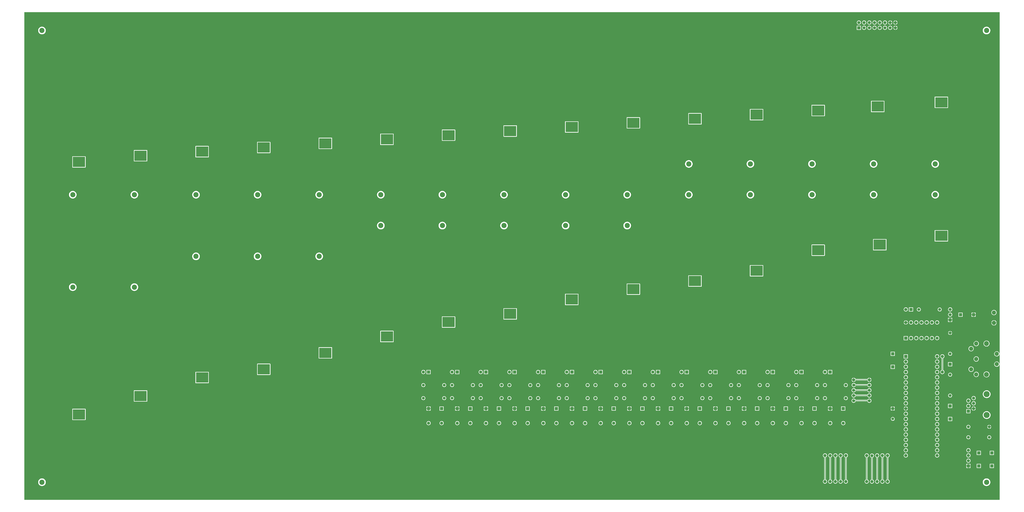
<source format=gbr>
G04 Layer_Physical_Order=1*
G04 Layer_Color=255*
%FSLAX42Y42*%
%MOMM*%
%TF.FileFunction,Copper,L1,Top,Signal*%
%TF.Part,Single*%
G01*
G75*
%TA.AperFunction,Conductor*%
%ADD10C,0.25*%
%TA.AperFunction,ViaPad*%
%ADD11C,2.50*%
%TA.AperFunction,WasherPad*%
%ADD12R,6.00X5.00*%
%TA.AperFunction,ViaPad*%
%ADD13C,1.52*%
%TA.AperFunction,ComponentPad*%
%ADD14C,1.40*%
%ADD15R,1.50X1.50*%
%ADD16C,1.50*%
%ADD17C,2.03*%
%ADD18R,1.50X1.50*%
%ADD19R,1.50X1.50*%
%ADD20C,1.50*%
%ADD21C,2.39*%
%ADD22R,1.35X1.35*%
%ADD23C,1.35*%
%ADD24C,2.95*%
G36*
X48641Y1143D02*
X1143D01*
Y24892D01*
X48641D01*
Y1143D01*
D02*
G37*
%LPC*%
G36*
X34785Y5688D02*
X34698D01*
Y5601D01*
X34785D01*
Y5688D01*
D02*
G37*
G36*
X33388D02*
X33301D01*
Y5601D01*
X33388D01*
Y5688D01*
D02*
G37*
G36*
X31991D02*
X31904D01*
Y5601D01*
X31991D01*
Y5688D01*
D02*
G37*
G36*
X38976D02*
X38889D01*
Y5601D01*
X38976D01*
Y5688D01*
D02*
G37*
G36*
X37579D02*
X37492D01*
Y5601D01*
X37579D01*
Y5688D01*
D02*
G37*
G36*
X36182D02*
X36095D01*
Y5601D01*
X36182D01*
Y5688D01*
D02*
G37*
G36*
X30594D02*
X30507D01*
Y5601D01*
X30594D01*
Y5688D01*
D02*
G37*
G36*
X25006D02*
X24919D01*
Y5601D01*
X25006D01*
Y5688D01*
D02*
G37*
G36*
X23609D02*
X23522D01*
Y5601D01*
X23609D01*
Y5688D01*
D02*
G37*
G36*
X22212D02*
X22125D01*
Y5601D01*
X22212D01*
Y5688D01*
D02*
G37*
G36*
X29197D02*
X29110D01*
Y5601D01*
X29197D01*
Y5688D01*
D02*
G37*
G36*
X27800D02*
X27713D01*
Y5601D01*
X27800D01*
Y5688D01*
D02*
G37*
G36*
X26403D02*
X26316D01*
Y5601D01*
X26403D01*
Y5688D01*
D02*
G37*
G36*
X40373D02*
X40286D01*
Y5601D01*
X40373D01*
Y5688D01*
D02*
G37*
G36*
X27913D02*
X27826D01*
Y5601D01*
X27913D01*
Y5688D01*
D02*
G37*
G36*
X26516D02*
X26429D01*
Y5601D01*
X26516D01*
Y5688D01*
D02*
G37*
G36*
X25119D02*
X25032D01*
Y5601D01*
X25119D01*
Y5688D01*
D02*
G37*
G36*
X32104D02*
X32017D01*
Y5601D01*
X32104D01*
Y5688D01*
D02*
G37*
G36*
X30707D02*
X30620D01*
Y5601D01*
X30707D01*
Y5688D01*
D02*
G37*
G36*
X29310D02*
X29223D01*
Y5601D01*
X29310D01*
Y5688D01*
D02*
G37*
G36*
X23722D02*
X23635D01*
Y5601D01*
X23722D01*
Y5688D01*
D02*
G37*
G36*
X44082Y5688D02*
Y5601D01*
X44169D01*
X44167Y5614D01*
X44157Y5639D01*
X44141Y5660D01*
X44120Y5676D01*
X44095Y5686D01*
X44082Y5688D01*
D02*
G37*
G36*
X44056D02*
X44043Y5686D01*
X44018Y5676D01*
X43997Y5660D01*
X43981Y5639D01*
X43971Y5614D01*
X43969Y5601D01*
X44056D01*
Y5688D01*
D02*
G37*
G36*
X47358D02*
X47345Y5686D01*
X47320Y5676D01*
X47299Y5660D01*
X47283Y5639D01*
X47273Y5614D01*
X47271Y5601D01*
X47358D01*
Y5688D01*
D02*
G37*
G36*
X22325Y5688D02*
X22238D01*
Y5601D01*
X22325D01*
Y5688D01*
D02*
G37*
G36*
X20928D02*
X20841D01*
Y5601D01*
X20928D01*
Y5688D01*
D02*
G37*
G36*
X47384Y5688D02*
Y5601D01*
X47471D01*
X47469Y5614D01*
X47459Y5639D01*
X47443Y5660D01*
X47422Y5676D01*
X47397Y5686D01*
X47384Y5688D01*
D02*
G37*
G36*
X20815Y5688D02*
X20728D01*
Y5601D01*
X20815D01*
Y5688D01*
D02*
G37*
G36*
X34785Y5575D02*
X34698D01*
Y5488D01*
X34785D01*
Y5575D01*
D02*
G37*
G36*
X33501D02*
X33414D01*
Y5488D01*
X33501D01*
Y5575D01*
D02*
G37*
G36*
X33388D02*
X33301D01*
Y5488D01*
X33388D01*
Y5575D01*
D02*
G37*
G36*
X36295D02*
X36208D01*
Y5488D01*
X36295D01*
Y5575D01*
D02*
G37*
G36*
X36182D02*
X36095D01*
Y5488D01*
X36182D01*
Y5575D01*
D02*
G37*
G36*
X34898D02*
X34811D01*
Y5488D01*
X34898D01*
Y5575D01*
D02*
G37*
G36*
X32104D02*
X32017D01*
Y5488D01*
X32104D01*
Y5575D01*
D02*
G37*
G36*
X29310D02*
X29223D01*
Y5488D01*
X29310D01*
Y5575D01*
D02*
G37*
G36*
X29197D02*
X29110D01*
Y5488D01*
X29197D01*
Y5575D01*
D02*
G37*
G36*
X27913D02*
X27826D01*
Y5488D01*
X27913D01*
Y5575D01*
D02*
G37*
G36*
X31991D02*
X31904D01*
Y5488D01*
X31991D01*
Y5575D01*
D02*
G37*
G36*
X30707D02*
X30620D01*
Y5488D01*
X30707D01*
Y5575D01*
D02*
G37*
G36*
X30594D02*
X30507D01*
Y5488D01*
X30594D01*
Y5575D01*
D02*
G37*
G36*
X37579D02*
X37492D01*
Y5488D01*
X37579D01*
Y5575D01*
D02*
G37*
G36*
X43421Y5571D02*
X43341D01*
Y5491D01*
X43421D01*
Y5571D01*
D02*
G37*
G36*
X47471Y5575D02*
X47384D01*
Y5488D01*
X47397Y5490D01*
X47422Y5500D01*
X47443Y5516D01*
X47459Y5537D01*
X47469Y5562D01*
X47471Y5575D01*
D02*
G37*
G36*
X44169D02*
X44082D01*
Y5488D01*
X44095Y5490D01*
X44120Y5500D01*
X44141Y5516D01*
X44157Y5537D01*
X44167Y5562D01*
X44169Y5575D01*
D02*
G37*
G36*
X43527Y5677D02*
X43447D01*
Y5597D01*
X43527D01*
Y5677D01*
D02*
G37*
G36*
X43421D02*
X43341D01*
Y5597D01*
X43421D01*
Y5677D01*
D02*
G37*
G36*
X43527Y5571D02*
X43447D01*
Y5491D01*
X43527D01*
Y5571D01*
D02*
G37*
G36*
X44056Y5575D02*
X43969D01*
X43971Y5562D01*
X43981Y5537D01*
X43997Y5516D01*
X44018Y5500D01*
X44043Y5490D01*
X44056Y5488D01*
Y5575D01*
D02*
G37*
G36*
X39089D02*
X39002D01*
Y5488D01*
X39089D01*
Y5575D01*
D02*
G37*
G36*
X38976D02*
X38889D01*
Y5488D01*
X38976D01*
Y5575D01*
D02*
G37*
G36*
X37692D02*
X37605D01*
Y5488D01*
X37692D01*
Y5575D01*
D02*
G37*
G36*
X47358D02*
X47271D01*
X47273Y5562D01*
X47283Y5537D01*
X47299Y5516D01*
X47320Y5500D01*
X47345Y5490D01*
X47358Y5488D01*
Y5575D01*
D02*
G37*
G36*
X40486D02*
X40399D01*
Y5488D01*
X40486D01*
Y5575D01*
D02*
G37*
G36*
X40373D02*
X40286D01*
Y5488D01*
X40373D01*
Y5575D01*
D02*
G37*
G36*
X34544Y6192D02*
X34519Y6189D01*
X34496Y6179D01*
X34476Y6164D01*
X34461Y6144D01*
X34451Y6121D01*
X34448Y6096D01*
X34451Y6071D01*
X34461Y6048D01*
X34476Y6028D01*
X34496Y6013D01*
X34519Y6003D01*
X34544Y6000D01*
X34569Y6003D01*
X34592Y6013D01*
X34612Y6028D01*
X34627Y6048D01*
X34637Y6071D01*
X34640Y6096D01*
X34637Y6121D01*
X34627Y6144D01*
X34612Y6164D01*
X34592Y6179D01*
X34569Y6189D01*
X34544Y6192D01*
D02*
G37*
G36*
X34163D02*
X34138Y6189D01*
X34115Y6179D01*
X34095Y6164D01*
X34080Y6144D01*
X34070Y6121D01*
X34067Y6096D01*
X34070Y6071D01*
X34080Y6048D01*
X34095Y6028D01*
X34115Y6013D01*
X34138Y6003D01*
X34163Y6000D01*
X34188Y6003D01*
X34211Y6013D01*
X34231Y6028D01*
X34246Y6048D01*
X34256Y6071D01*
X34259Y6096D01*
X34256Y6121D01*
X34246Y6144D01*
X34231Y6164D01*
X34211Y6179D01*
X34188Y6189D01*
X34163Y6192D01*
D02*
G37*
G36*
X33147D02*
X33122Y6189D01*
X33099Y6179D01*
X33079Y6164D01*
X33064Y6144D01*
X33054Y6121D01*
X33051Y6096D01*
X33054Y6071D01*
X33064Y6048D01*
X33079Y6028D01*
X33099Y6013D01*
X33122Y6003D01*
X33147Y6000D01*
X33172Y6003D01*
X33195Y6013D01*
X33215Y6028D01*
X33230Y6048D01*
X33240Y6071D01*
X33243Y6096D01*
X33240Y6121D01*
X33230Y6144D01*
X33215Y6164D01*
X33195Y6179D01*
X33172Y6189D01*
X33147Y6192D01*
D02*
G37*
G36*
X36957D02*
X36932Y6189D01*
X36909Y6179D01*
X36889Y6164D01*
X36874Y6144D01*
X36864Y6121D01*
X36861Y6096D01*
X36864Y6071D01*
X36874Y6048D01*
X36889Y6028D01*
X36909Y6013D01*
X36932Y6003D01*
X36957Y6000D01*
X36982Y6003D01*
X37005Y6013D01*
X37025Y6028D01*
X37040Y6048D01*
X37050Y6071D01*
X37053Y6096D01*
X37050Y6121D01*
X37040Y6144D01*
X37025Y6164D01*
X37005Y6179D01*
X36982Y6189D01*
X36957Y6192D01*
D02*
G37*
G36*
X35941D02*
X35916Y6189D01*
X35893Y6179D01*
X35873Y6164D01*
X35858Y6144D01*
X35848Y6121D01*
X35845Y6096D01*
X35848Y6071D01*
X35858Y6048D01*
X35873Y6028D01*
X35893Y6013D01*
X35916Y6003D01*
X35941Y6000D01*
X35966Y6003D01*
X35989Y6013D01*
X36009Y6028D01*
X36024Y6048D01*
X36034Y6071D01*
X36037Y6096D01*
X36034Y6121D01*
X36024Y6144D01*
X36009Y6164D01*
X35989Y6179D01*
X35966Y6189D01*
X35941Y6192D01*
D02*
G37*
G36*
X35560D02*
X35535Y6189D01*
X35512Y6179D01*
X35492Y6164D01*
X35477Y6144D01*
X35467Y6121D01*
X35464Y6096D01*
X35467Y6071D01*
X35477Y6048D01*
X35492Y6028D01*
X35512Y6013D01*
X35535Y6003D01*
X35560Y6000D01*
X35585Y6003D01*
X35608Y6013D01*
X35628Y6028D01*
X35643Y6048D01*
X35653Y6071D01*
X35656Y6096D01*
X35653Y6121D01*
X35643Y6144D01*
X35628Y6164D01*
X35608Y6179D01*
X35585Y6189D01*
X35560Y6192D01*
D02*
G37*
G36*
X32766D02*
X32741Y6189D01*
X32718Y6179D01*
X32698Y6164D01*
X32683Y6144D01*
X32673Y6121D01*
X32670Y6096D01*
X32673Y6071D01*
X32683Y6048D01*
X32698Y6028D01*
X32718Y6013D01*
X32741Y6003D01*
X32766Y6000D01*
X32791Y6003D01*
X32814Y6013D01*
X32834Y6028D01*
X32849Y6048D01*
X32859Y6071D01*
X32862Y6096D01*
X32859Y6121D01*
X32849Y6144D01*
X32834Y6164D01*
X32814Y6179D01*
X32791Y6189D01*
X32766Y6192D01*
D02*
G37*
G36*
X29972D02*
X29947Y6189D01*
X29924Y6179D01*
X29904Y6164D01*
X29889Y6144D01*
X29879Y6121D01*
X29876Y6096D01*
X29879Y6071D01*
X29889Y6048D01*
X29904Y6028D01*
X29924Y6013D01*
X29947Y6003D01*
X29972Y6000D01*
X29997Y6003D01*
X30020Y6013D01*
X30040Y6028D01*
X30055Y6048D01*
X30065Y6071D01*
X30068Y6096D01*
X30065Y6121D01*
X30055Y6144D01*
X30040Y6164D01*
X30020Y6179D01*
X29997Y6189D01*
X29972Y6192D01*
D02*
G37*
G36*
X28956D02*
X28931Y6189D01*
X28908Y6179D01*
X28888Y6164D01*
X28873Y6144D01*
X28863Y6121D01*
X28860Y6096D01*
X28863Y6071D01*
X28873Y6048D01*
X28888Y6028D01*
X28908Y6013D01*
X28931Y6003D01*
X28956Y6000D01*
X28981Y6003D01*
X29004Y6013D01*
X29024Y6028D01*
X29039Y6048D01*
X29049Y6071D01*
X29052Y6096D01*
X29049Y6121D01*
X29039Y6144D01*
X29024Y6164D01*
X29004Y6179D01*
X28981Y6189D01*
X28956Y6192D01*
D02*
G37*
G36*
X28575D02*
X28550Y6189D01*
X28527Y6179D01*
X28507Y6164D01*
X28492Y6144D01*
X28482Y6121D01*
X28479Y6096D01*
X28482Y6071D01*
X28492Y6048D01*
X28507Y6028D01*
X28527Y6013D01*
X28550Y6003D01*
X28575Y6000D01*
X28600Y6003D01*
X28623Y6013D01*
X28643Y6028D01*
X28658Y6048D01*
X28668Y6071D01*
X28671Y6096D01*
X28668Y6121D01*
X28658Y6144D01*
X28643Y6164D01*
X28623Y6179D01*
X28600Y6189D01*
X28575Y6192D01*
D02*
G37*
G36*
X31750D02*
X31725Y6189D01*
X31702Y6179D01*
X31682Y6164D01*
X31667Y6144D01*
X31657Y6121D01*
X31654Y6096D01*
X31657Y6071D01*
X31667Y6048D01*
X31682Y6028D01*
X31702Y6013D01*
X31725Y6003D01*
X31750Y6000D01*
X31775Y6003D01*
X31798Y6013D01*
X31818Y6028D01*
X31833Y6048D01*
X31843Y6071D01*
X31846Y6096D01*
X31843Y6121D01*
X31833Y6144D01*
X31818Y6164D01*
X31798Y6179D01*
X31775Y6189D01*
X31750Y6192D01*
D02*
G37*
G36*
X31369D02*
X31344Y6189D01*
X31321Y6179D01*
X31301Y6164D01*
X31286Y6144D01*
X31276Y6121D01*
X31273Y6096D01*
X31276Y6071D01*
X31286Y6048D01*
X31301Y6028D01*
X31321Y6013D01*
X31344Y6003D01*
X31369Y6000D01*
X31394Y6003D01*
X31417Y6013D01*
X31437Y6028D01*
X31452Y6048D01*
X31462Y6071D01*
X31465Y6096D01*
X31462Y6121D01*
X31452Y6144D01*
X31437Y6164D01*
X31417Y6179D01*
X31394Y6189D01*
X31369Y6192D01*
D02*
G37*
G36*
X30353D02*
X30328Y6189D01*
X30305Y6179D01*
X30285Y6164D01*
X30270Y6144D01*
X30260Y6121D01*
X30257Y6096D01*
X30260Y6071D01*
X30270Y6048D01*
X30285Y6028D01*
X30305Y6013D01*
X30328Y6003D01*
X30353Y6000D01*
X30378Y6003D01*
X30401Y6013D01*
X30421Y6028D01*
X30436Y6048D01*
X30446Y6071D01*
X30449Y6096D01*
X30446Y6121D01*
X30436Y6144D01*
X30421Y6164D01*
X30401Y6179D01*
X30378Y6189D01*
X30353Y6192D01*
D02*
G37*
G36*
X37338D02*
X37313Y6189D01*
X37290Y6179D01*
X37270Y6164D01*
X37255Y6144D01*
X37245Y6121D01*
X37242Y6096D01*
X37245Y6071D01*
X37255Y6048D01*
X37270Y6028D01*
X37290Y6013D01*
X37313Y6003D01*
X37338Y6000D01*
X37363Y6003D01*
X37386Y6013D01*
X37406Y6028D01*
X37421Y6048D01*
X37431Y6071D01*
X37434Y6096D01*
X37431Y6121D01*
X37421Y6144D01*
X37406Y6164D01*
X37386Y6179D01*
X37363Y6189D01*
X37338Y6192D01*
D02*
G37*
G36*
X46228Y6319D02*
X46203Y6316D01*
X46180Y6306D01*
X46160Y6291D01*
X46145Y6271D01*
X46135Y6248D01*
X46132Y6223D01*
X46135Y6198D01*
X46145Y6175D01*
X46160Y6155D01*
X46180Y6140D01*
X46203Y6130D01*
X46228Y6127D01*
X46253Y6130D01*
X46276Y6140D01*
X46296Y6155D01*
X46311Y6175D01*
X46321Y6198D01*
X46324Y6223D01*
X46321Y6248D01*
X46311Y6271D01*
X46296Y6291D01*
X46276Y6306D01*
X46253Y6316D01*
X46228Y6319D01*
D02*
G37*
G36*
X45606Y6196D02*
Y6109D01*
X45693D01*
X45691Y6122D01*
X45681Y6147D01*
X45665Y6168D01*
X45644Y6184D01*
X45619Y6194D01*
X45606Y6196D01*
D02*
G37*
G36*
X45580D02*
X45567Y6194D01*
X45542Y6184D01*
X45521Y6168D01*
X45505Y6147D01*
X45495Y6122D01*
X45493Y6109D01*
X45580D01*
Y6196D01*
D02*
G37*
G36*
X42291Y6325D02*
X42264Y6322D01*
X42240Y6312D01*
X42219Y6295D01*
X42202Y6274D01*
X42197Y6262D01*
X41623D01*
X41618Y6274D01*
X41601Y6295D01*
X41580Y6312D01*
X41556Y6322D01*
X41529Y6325D01*
X41502Y6322D01*
X41478Y6312D01*
X41457Y6295D01*
X41440Y6274D01*
X41430Y6250D01*
X41427Y6223D01*
X41430Y6196D01*
X41440Y6172D01*
X41457Y6151D01*
X41478Y6134D01*
X41502Y6124D01*
X41529Y6121D01*
X41556Y6124D01*
X41580Y6134D01*
X41601Y6151D01*
X41618Y6172D01*
X41623Y6184D01*
X42197D01*
X42202Y6172D01*
X42219Y6151D01*
X42240Y6134D01*
X42264Y6124D01*
X42291Y6121D01*
X42318Y6124D01*
X42342Y6134D01*
X42363Y6151D01*
X42380Y6172D01*
X42390Y6196D01*
X42393Y6223D01*
X42390Y6250D01*
X42380Y6274D01*
X42363Y6295D01*
X42342Y6312D01*
X42318Y6322D01*
X42291Y6325D01*
D02*
G37*
G36*
X45593Y6451D02*
X45567Y6448D01*
X45542Y6438D01*
X45521Y6422D01*
X45505Y6401D01*
X45495Y6376D01*
X45492Y6350D01*
X45495Y6324D01*
X45505Y6299D01*
X45521Y6278D01*
X45542Y6262D01*
X45567Y6252D01*
X45593Y6249D01*
X45619Y6252D01*
X45644Y6262D01*
X45665Y6278D01*
X45681Y6299D01*
X45691Y6324D01*
X45694Y6350D01*
X45691Y6376D01*
X45681Y6401D01*
X45665Y6422D01*
X45644Y6438D01*
X45619Y6448D01*
X45593Y6451D01*
D02*
G37*
G36*
X44069D02*
X44043Y6448D01*
X44018Y6438D01*
X43997Y6422D01*
X43981Y6401D01*
X43971Y6376D01*
X43968Y6350D01*
X43971Y6324D01*
X43981Y6299D01*
X43997Y6278D01*
X44018Y6262D01*
X44043Y6252D01*
X44069Y6249D01*
X44095Y6252D01*
X44120Y6262D01*
X44141Y6278D01*
X44157Y6299D01*
X44167Y6324D01*
X44170Y6350D01*
X44167Y6376D01*
X44157Y6401D01*
X44141Y6422D01*
X44120Y6438D01*
X44095Y6448D01*
X44069Y6451D01*
D02*
G37*
G36*
X48006Y6475D02*
X47969Y6472D01*
X47934Y6461D01*
X47901Y6443D01*
X47872Y6420D01*
X47849Y6391D01*
X47832Y6359D01*
X47821Y6323D01*
X47817Y6287D01*
X47821Y6250D01*
X47832Y6214D01*
X47849Y6182D01*
X47872Y6153D01*
X47901Y6130D01*
X47934Y6112D01*
X47969Y6101D01*
X48006Y6098D01*
X48043Y6101D01*
X48078Y6112D01*
X48111Y6130D01*
X48140Y6153D01*
X48163Y6182D01*
X48180Y6214D01*
X48191Y6250D01*
X48195Y6287D01*
X48191Y6323D01*
X48180Y6359D01*
X48163Y6391D01*
X48140Y6420D01*
X48111Y6443D01*
X48078Y6461D01*
X48043Y6472D01*
X48006Y6475D01*
D02*
G37*
G36*
X39751Y6192D02*
X39726Y6189D01*
X39703Y6179D01*
X39683Y6164D01*
X39668Y6144D01*
X39658Y6121D01*
X39655Y6096D01*
X39658Y6071D01*
X39668Y6048D01*
X39683Y6028D01*
X39703Y6013D01*
X39726Y6003D01*
X39751Y6000D01*
X39776Y6003D01*
X39799Y6013D01*
X39819Y6028D01*
X39834Y6048D01*
X39844Y6071D01*
X39847Y6096D01*
X39844Y6121D01*
X39834Y6144D01*
X39819Y6164D01*
X39799Y6179D01*
X39776Y6189D01*
X39751Y6192D01*
D02*
G37*
G36*
X38735D02*
X38710Y6189D01*
X38687Y6179D01*
X38667Y6164D01*
X38652Y6144D01*
X38642Y6121D01*
X38639Y6096D01*
X38642Y6071D01*
X38652Y6048D01*
X38667Y6028D01*
X38687Y6013D01*
X38710Y6003D01*
X38735Y6000D01*
X38760Y6003D01*
X38783Y6013D01*
X38803Y6028D01*
X38818Y6048D01*
X38828Y6071D01*
X38831Y6096D01*
X38828Y6121D01*
X38818Y6144D01*
X38803Y6164D01*
X38783Y6179D01*
X38760Y6189D01*
X38735Y6192D01*
D02*
G37*
G36*
X38354D02*
X38329Y6189D01*
X38306Y6179D01*
X38286Y6164D01*
X38271Y6144D01*
X38261Y6121D01*
X38258Y6096D01*
X38261Y6071D01*
X38271Y6048D01*
X38286Y6028D01*
X38306Y6013D01*
X38329Y6003D01*
X38354Y6000D01*
X38379Y6003D01*
X38402Y6013D01*
X38422Y6028D01*
X38437Y6048D01*
X38447Y6071D01*
X38450Y6096D01*
X38447Y6121D01*
X38437Y6144D01*
X38422Y6164D01*
X38402Y6179D01*
X38379Y6189D01*
X38354Y6192D01*
D02*
G37*
G36*
X42291Y6071D02*
X42264Y6068D01*
X42240Y6058D01*
X42219Y6041D01*
X42202Y6020D01*
X42197Y6008D01*
X41623D01*
X41618Y6020D01*
X41601Y6041D01*
X41580Y6058D01*
X41556Y6068D01*
X41529Y6071D01*
X41502Y6068D01*
X41478Y6058D01*
X41457Y6041D01*
X41440Y6020D01*
X41430Y5996D01*
X41427Y5969D01*
X41430Y5942D01*
X41440Y5918D01*
X41457Y5897D01*
X41478Y5880D01*
X41502Y5870D01*
X41529Y5867D01*
X41556Y5870D01*
X41580Y5880D01*
X41601Y5897D01*
X41618Y5918D01*
X41623Y5930D01*
X42197D01*
X42202Y5918D01*
X42219Y5897D01*
X42240Y5880D01*
X42264Y5870D01*
X42291Y5867D01*
X42318Y5870D01*
X42342Y5880D01*
X42363Y5897D01*
X42380Y5918D01*
X42390Y5942D01*
X42393Y5969D01*
X42390Y5996D01*
X42380Y6020D01*
X42363Y6041D01*
X42342Y6058D01*
X42318Y6068D01*
X42291Y6071D01*
D02*
G37*
G36*
X41148Y6192D02*
X41123Y6189D01*
X41100Y6179D01*
X41080Y6164D01*
X41065Y6144D01*
X41055Y6121D01*
X41052Y6096D01*
X41055Y6071D01*
X41065Y6048D01*
X41080Y6028D01*
X41100Y6013D01*
X41123Y6003D01*
X41148Y6000D01*
X41173Y6003D01*
X41196Y6013D01*
X41216Y6028D01*
X41231Y6048D01*
X41241Y6071D01*
X41244Y6096D01*
X41241Y6121D01*
X41231Y6144D01*
X41216Y6164D01*
X41196Y6179D01*
X41173Y6189D01*
X41148Y6192D01*
D02*
G37*
G36*
X40132D02*
X40107Y6189D01*
X40084Y6179D01*
X40064Y6164D01*
X40049Y6144D01*
X40039Y6121D01*
X40036Y6096D01*
X40039Y6071D01*
X40049Y6048D01*
X40064Y6028D01*
X40084Y6013D01*
X40107Y6003D01*
X40132Y6000D01*
X40157Y6003D01*
X40180Y6013D01*
X40200Y6028D01*
X40215Y6048D01*
X40225Y6071D01*
X40228Y6096D01*
X40225Y6121D01*
X40215Y6144D01*
X40200Y6164D01*
X40180Y6179D01*
X40157Y6189D01*
X40132Y6192D01*
D02*
G37*
G36*
X27559D02*
X27534Y6189D01*
X27511Y6179D01*
X27491Y6164D01*
X27476Y6144D01*
X27466Y6121D01*
X27463Y6096D01*
X27466Y6071D01*
X27476Y6048D01*
X27491Y6028D01*
X27511Y6013D01*
X27534Y6003D01*
X27559Y6000D01*
X27584Y6003D01*
X27607Y6013D01*
X27627Y6028D01*
X27642Y6048D01*
X27652Y6071D01*
X27655Y6096D01*
X27652Y6121D01*
X27642Y6144D01*
X27627Y6164D01*
X27607Y6179D01*
X27584Y6189D01*
X27559Y6192D01*
D02*
G37*
G36*
X45593Y5943D02*
X45567Y5940D01*
X45542Y5930D01*
X45521Y5914D01*
X45505Y5893D01*
X45495Y5868D01*
X45492Y5842D01*
X45495Y5816D01*
X45505Y5791D01*
X45521Y5770D01*
X45542Y5754D01*
X45567Y5744D01*
X45593Y5741D01*
X45619Y5744D01*
X45644Y5754D01*
X45665Y5770D01*
X45681Y5791D01*
X45691Y5816D01*
X45694Y5842D01*
X45691Y5868D01*
X45681Y5893D01*
X45665Y5914D01*
X45644Y5930D01*
X45619Y5940D01*
X45593Y5943D01*
D02*
G37*
G36*
X44069D02*
X44043Y5940D01*
X44018Y5930D01*
X43997Y5914D01*
X43981Y5893D01*
X43971Y5868D01*
X43968Y5842D01*
X43971Y5816D01*
X43981Y5791D01*
X43997Y5770D01*
X44018Y5754D01*
X44043Y5744D01*
X44069Y5741D01*
X44095Y5744D01*
X44120Y5754D01*
X44141Y5770D01*
X44157Y5791D01*
X44167Y5816D01*
X44170Y5842D01*
X44167Y5868D01*
X44157Y5893D01*
X44141Y5914D01*
X44120Y5930D01*
X44095Y5940D01*
X44069Y5943D01*
D02*
G37*
G36*
X46328Y5815D02*
X46128D01*
Y5615D01*
X46328D01*
Y5815D01*
D02*
G37*
G36*
X7100Y6476D02*
X6500D01*
X6497Y6475D01*
X6475D01*
Y6453D01*
X6474Y6450D01*
Y5950D01*
X6475Y5947D01*
Y5925D01*
X6497D01*
X6500Y5924D01*
X7100D01*
X7103Y5925D01*
X7125D01*
Y5947D01*
X7126Y5950D01*
Y6450D01*
X7125Y6453D01*
Y6475D01*
X7103D01*
X7100Y6476D01*
D02*
G37*
G36*
X47117Y6070D02*
X47091Y6067D01*
X47066Y6057D01*
X47045Y6041D01*
X47029Y6020D01*
X47019Y5995D01*
X47016Y5969D01*
X47019Y5943D01*
X47029Y5918D01*
X47045Y5897D01*
X47066Y5881D01*
X47091Y5871D01*
X47117Y5868D01*
X47143Y5871D01*
X47168Y5881D01*
X47189Y5897D01*
X47205Y5918D01*
X47215Y5943D01*
X47218Y5969D01*
X47215Y5995D01*
X47205Y6020D01*
X47189Y6041D01*
X47168Y6057D01*
X47143Y6067D01*
X47117Y6070D01*
D02*
G37*
G36*
X47371Y5943D02*
X47345Y5940D01*
X47320Y5930D01*
X47299Y5914D01*
X47283Y5893D01*
X47273Y5868D01*
X47270Y5842D01*
X47273Y5816D01*
X47283Y5791D01*
X47299Y5770D01*
X47320Y5754D01*
X47345Y5744D01*
X47371Y5741D01*
X47397Y5744D01*
X47422Y5754D01*
X47443Y5770D01*
X47459Y5791D01*
X47469Y5816D01*
X47472Y5842D01*
X47469Y5868D01*
X47459Y5893D01*
X47443Y5914D01*
X47422Y5930D01*
X47397Y5940D01*
X47371Y5943D01*
D02*
G37*
G36*
X47117Y5816D02*
X47091Y5813D01*
X47066Y5803D01*
X47045Y5787D01*
X47029Y5766D01*
X47019Y5741D01*
X47016Y5715D01*
X47019Y5689D01*
X47029Y5664D01*
X47045Y5643D01*
X47066Y5627D01*
X47091Y5617D01*
X47117Y5614D01*
X47143Y5617D01*
X47168Y5627D01*
X47189Y5643D01*
X47205Y5664D01*
X47215Y5689D01*
X47218Y5715D01*
X47215Y5741D01*
X47205Y5766D01*
X47189Y5787D01*
X47168Y5803D01*
X47143Y5813D01*
X47117Y5816D01*
D02*
G37*
G36*
X36295Y5688D02*
X36208D01*
Y5601D01*
X36295D01*
Y5688D01*
D02*
G37*
G36*
X34898D02*
X34811D01*
Y5601D01*
X34898D01*
Y5688D01*
D02*
G37*
G36*
X33501D02*
X33414D01*
Y5601D01*
X33501D01*
Y5688D01*
D02*
G37*
G36*
X40486D02*
X40399D01*
Y5601D01*
X40486D01*
Y5688D01*
D02*
G37*
G36*
X39089D02*
X39002D01*
Y5601D01*
X39089D01*
Y5688D01*
D02*
G37*
G36*
X37692D02*
X37605D01*
Y5601D01*
X37692D01*
Y5688D01*
D02*
G37*
G36*
X44069Y6197D02*
X44043Y6194D01*
X44018Y6184D01*
X43997Y6168D01*
X43981Y6147D01*
X43971Y6122D01*
X43968Y6096D01*
X43971Y6070D01*
X43981Y6045D01*
X43997Y6024D01*
X44018Y6008D01*
X44043Y5998D01*
X44069Y5995D01*
X44095Y5998D01*
X44120Y6008D01*
X44141Y6024D01*
X44157Y6045D01*
X44167Y6070D01*
X44170Y6096D01*
X44167Y6122D01*
X44157Y6147D01*
X44141Y6168D01*
X44120Y6184D01*
X44095Y6194D01*
X44069Y6197D01*
D02*
G37*
G36*
X24765Y6192D02*
X24740Y6189D01*
X24717Y6179D01*
X24697Y6164D01*
X24682Y6144D01*
X24672Y6121D01*
X24669Y6096D01*
X24672Y6071D01*
X24682Y6048D01*
X24697Y6028D01*
X24717Y6013D01*
X24740Y6003D01*
X24765Y6000D01*
X24790Y6003D01*
X24813Y6013D01*
X24833Y6028D01*
X24848Y6048D01*
X24858Y6071D01*
X24861Y6096D01*
X24858Y6121D01*
X24848Y6144D01*
X24833Y6164D01*
X24813Y6179D01*
X24790Y6189D01*
X24765Y6192D01*
D02*
G37*
G36*
X24384D02*
X24359Y6189D01*
X24336Y6179D01*
X24316Y6164D01*
X24301Y6144D01*
X24291Y6121D01*
X24288Y6096D01*
X24291Y6071D01*
X24301Y6048D01*
X24316Y6028D01*
X24336Y6013D01*
X24359Y6003D01*
X24384Y6000D01*
X24409Y6003D01*
X24432Y6013D01*
X24452Y6028D01*
X24467Y6048D01*
X24477Y6071D01*
X24480Y6096D01*
X24477Y6121D01*
X24467Y6144D01*
X24452Y6164D01*
X24432Y6179D01*
X24409Y6189D01*
X24384Y6192D01*
D02*
G37*
G36*
X23368D02*
X23343Y6189D01*
X23320Y6179D01*
X23300Y6164D01*
X23285Y6144D01*
X23275Y6121D01*
X23272Y6096D01*
X23275Y6071D01*
X23285Y6048D01*
X23300Y6028D01*
X23320Y6013D01*
X23343Y6003D01*
X23368Y6000D01*
X23393Y6003D01*
X23416Y6013D01*
X23436Y6028D01*
X23451Y6048D01*
X23461Y6071D01*
X23464Y6096D01*
X23461Y6121D01*
X23451Y6144D01*
X23436Y6164D01*
X23416Y6179D01*
X23393Y6189D01*
X23368Y6192D01*
D02*
G37*
G36*
X27178D02*
X27153Y6189D01*
X27130Y6179D01*
X27110Y6164D01*
X27095Y6144D01*
X27085Y6121D01*
X27082Y6096D01*
X27085Y6071D01*
X27095Y6048D01*
X27110Y6028D01*
X27130Y6013D01*
X27153Y6003D01*
X27178Y6000D01*
X27203Y6003D01*
X27226Y6013D01*
X27246Y6028D01*
X27261Y6048D01*
X27271Y6071D01*
X27274Y6096D01*
X27271Y6121D01*
X27261Y6144D01*
X27246Y6164D01*
X27226Y6179D01*
X27203Y6189D01*
X27178Y6192D01*
D02*
G37*
G36*
X26162D02*
X26137Y6189D01*
X26114Y6179D01*
X26094Y6164D01*
X26079Y6144D01*
X26069Y6121D01*
X26066Y6096D01*
X26069Y6071D01*
X26079Y6048D01*
X26094Y6028D01*
X26114Y6013D01*
X26137Y6003D01*
X26162Y6000D01*
X26187Y6003D01*
X26210Y6013D01*
X26230Y6028D01*
X26245Y6048D01*
X26255Y6071D01*
X26258Y6096D01*
X26255Y6121D01*
X26245Y6144D01*
X26230Y6164D01*
X26210Y6179D01*
X26187Y6189D01*
X26162Y6192D01*
D02*
G37*
G36*
X25781D02*
X25756Y6189D01*
X25733Y6179D01*
X25713Y6164D01*
X25698Y6144D01*
X25688Y6121D01*
X25685Y6096D01*
X25688Y6071D01*
X25698Y6048D01*
X25713Y6028D01*
X25733Y6013D01*
X25756Y6003D01*
X25781Y6000D01*
X25806Y6003D01*
X25829Y6013D01*
X25849Y6028D01*
X25864Y6048D01*
X25874Y6071D01*
X25877Y6096D01*
X25874Y6121D01*
X25864Y6144D01*
X25849Y6164D01*
X25829Y6179D01*
X25806Y6189D01*
X25781Y6192D01*
D02*
G37*
G36*
X22987D02*
X22962Y6189D01*
X22939Y6179D01*
X22919Y6164D01*
X22904Y6144D01*
X22894Y6121D01*
X22891Y6096D01*
X22894Y6071D01*
X22904Y6048D01*
X22919Y6028D01*
X22939Y6013D01*
X22962Y6003D01*
X22987Y6000D01*
X23012Y6003D01*
X23035Y6013D01*
X23055Y6028D01*
X23070Y6048D01*
X23080Y6071D01*
X23083Y6096D01*
X23080Y6121D01*
X23070Y6144D01*
X23055Y6164D01*
X23035Y6179D01*
X23012Y6189D01*
X22987Y6192D01*
D02*
G37*
G36*
X45693Y6083D02*
X45606D01*
Y5996D01*
X45619Y5998D01*
X45644Y6008D01*
X45665Y6024D01*
X45681Y6045D01*
X45691Y6070D01*
X45693Y6083D01*
D02*
G37*
G36*
X45580D02*
X45493D01*
X45495Y6070D01*
X45505Y6045D01*
X45521Y6024D01*
X45542Y6008D01*
X45567Y5998D01*
X45580Y5996D01*
Y6083D01*
D02*
G37*
G36*
X47371Y6197D02*
X47345Y6194D01*
X47320Y6184D01*
X47299Y6168D01*
X47283Y6147D01*
X47273Y6122D01*
X47270Y6096D01*
X47273Y6070D01*
X47283Y6045D01*
X47299Y6024D01*
X47320Y6008D01*
X47345Y5998D01*
X47371Y5995D01*
X47397Y5998D01*
X47422Y6008D01*
X47443Y6024D01*
X47459Y6045D01*
X47469Y6070D01*
X47472Y6096D01*
X47469Y6122D01*
X47459Y6147D01*
X47443Y6168D01*
X47422Y6184D01*
X47397Y6194D01*
X47371Y6197D01*
D02*
G37*
G36*
X21971Y6192D02*
X21946Y6189D01*
X21923Y6179D01*
X21903Y6164D01*
X21888Y6144D01*
X21878Y6121D01*
X21875Y6096D01*
X21878Y6071D01*
X21888Y6048D01*
X21903Y6028D01*
X21923Y6013D01*
X21946Y6003D01*
X21971Y6000D01*
X21996Y6003D01*
X22019Y6013D01*
X22039Y6028D01*
X22054Y6048D01*
X22064Y6071D01*
X22067Y6096D01*
X22064Y6121D01*
X22054Y6144D01*
X22039Y6164D01*
X22019Y6179D01*
X21996Y6189D01*
X21971Y6192D01*
D02*
G37*
G36*
X21590D02*
X21565Y6189D01*
X21542Y6179D01*
X21522Y6164D01*
X21507Y6144D01*
X21497Y6121D01*
X21494Y6096D01*
X21497Y6071D01*
X21507Y6048D01*
X21522Y6028D01*
X21542Y6013D01*
X21565Y6003D01*
X21590Y6000D01*
X21615Y6003D01*
X21638Y6013D01*
X21658Y6028D01*
X21673Y6048D01*
X21683Y6071D01*
X21686Y6096D01*
X21683Y6121D01*
X21673Y6144D01*
X21658Y6164D01*
X21638Y6179D01*
X21615Y6189D01*
X21590Y6192D01*
D02*
G37*
G36*
X20574D02*
X20549Y6189D01*
X20526Y6179D01*
X20506Y6164D01*
X20491Y6144D01*
X20481Y6121D01*
X20478Y6096D01*
X20481Y6071D01*
X20491Y6048D01*
X20506Y6028D01*
X20526Y6013D01*
X20549Y6003D01*
X20574Y6000D01*
X20599Y6003D01*
X20622Y6013D01*
X20642Y6028D01*
X20657Y6048D01*
X20667Y6071D01*
X20670Y6096D01*
X20667Y6121D01*
X20657Y6144D01*
X20642Y6164D01*
X20622Y6179D01*
X20599Y6189D01*
X20574Y6192D01*
D02*
G37*
G36*
X47117Y4795D02*
X47092Y4792D01*
X47069Y4782D01*
X47049Y4767D01*
X47034Y4747D01*
X47024Y4724D01*
X47021Y4699D01*
X47024Y4674D01*
X47034Y4651D01*
X47049Y4631D01*
X47069Y4616D01*
X47092Y4606D01*
X47117Y4603D01*
X47142Y4606D01*
X47165Y4616D01*
X47185Y4631D01*
X47200Y4651D01*
X47210Y4674D01*
X47213Y4699D01*
X47210Y4724D01*
X47200Y4747D01*
X47185Y4767D01*
X47165Y4782D01*
X47142Y4792D01*
X47117Y4795D01*
D02*
G37*
G36*
X45593Y4673D02*
X45567Y4670D01*
X45542Y4660D01*
X45521Y4644D01*
X45505Y4623D01*
X45495Y4598D01*
X45492Y4572D01*
X45495Y4546D01*
X45505Y4521D01*
X45521Y4500D01*
X45542Y4484D01*
X45567Y4474D01*
X45593Y4471D01*
X45619Y4474D01*
X45644Y4484D01*
X45665Y4500D01*
X45681Y4521D01*
X45691Y4546D01*
X45694Y4572D01*
X45691Y4598D01*
X45681Y4623D01*
X45665Y4644D01*
X45644Y4660D01*
X45619Y4670D01*
X45593Y4673D01*
D02*
G37*
G36*
X44069D02*
X44043Y4670D01*
X44018Y4660D01*
X43997Y4644D01*
X43981Y4623D01*
X43971Y4598D01*
X43968Y4572D01*
X43971Y4546D01*
X43981Y4521D01*
X43997Y4500D01*
X44018Y4484D01*
X44043Y4474D01*
X44069Y4471D01*
X44095Y4474D01*
X44120Y4484D01*
X44141Y4500D01*
X44157Y4521D01*
X44167Y4546D01*
X44170Y4572D01*
X44167Y4598D01*
X44157Y4623D01*
X44141Y4644D01*
X44120Y4660D01*
X44095Y4670D01*
X44069Y4673D01*
D02*
G37*
G36*
X48120Y4794D02*
X48108Y4792D01*
X48085Y4782D01*
X48065Y4767D01*
X48050Y4747D01*
X48040Y4724D01*
X48038Y4712D01*
X48120D01*
Y4794D01*
D02*
G37*
G36*
X48228Y4686D02*
X48146D01*
Y4604D01*
X48158Y4606D01*
X48181Y4616D01*
X48201Y4631D01*
X48216Y4651D01*
X48226Y4674D01*
X48228Y4686D01*
D02*
G37*
G36*
X48120D02*
X48038D01*
X48040Y4674D01*
X48050Y4651D01*
X48065Y4631D01*
X48085Y4616D01*
X48108Y4606D01*
X48120Y4604D01*
Y4686D01*
D02*
G37*
G36*
X45593Y4419D02*
X45567Y4416D01*
X45542Y4406D01*
X45521Y4390D01*
X45505Y4369D01*
X45495Y4344D01*
X45492Y4318D01*
X45495Y4292D01*
X45505Y4267D01*
X45521Y4246D01*
X45542Y4230D01*
X45567Y4220D01*
X45593Y4217D01*
X45619Y4220D01*
X45644Y4230D01*
X45665Y4246D01*
X45681Y4267D01*
X45691Y4292D01*
X45694Y4318D01*
X45691Y4344D01*
X45681Y4369D01*
X45665Y4390D01*
X45644Y4406D01*
X45619Y4416D01*
X45593Y4419D01*
D02*
G37*
G36*
Y4165D02*
X45567Y4162D01*
X45542Y4152D01*
X45521Y4136D01*
X45505Y4115D01*
X45495Y4090D01*
X45492Y4064D01*
X45495Y4038D01*
X45505Y4013D01*
X45521Y3992D01*
X45542Y3976D01*
X45567Y3966D01*
X45593Y3963D01*
X45619Y3966D01*
X45644Y3976D01*
X45665Y3992D01*
X45681Y4013D01*
X45691Y4038D01*
X45694Y4064D01*
X45691Y4090D01*
X45681Y4115D01*
X45665Y4136D01*
X45644Y4152D01*
X45619Y4162D01*
X45593Y4165D01*
D02*
G37*
G36*
X44069D02*
X44043Y4162D01*
X44018Y4152D01*
X43997Y4136D01*
X43981Y4115D01*
X43971Y4090D01*
X43968Y4064D01*
X43971Y4038D01*
X43981Y4013D01*
X43997Y3992D01*
X44018Y3976D01*
X44043Y3966D01*
X44069Y3963D01*
X44095Y3966D01*
X44120Y3976D01*
X44141Y3992D01*
X44157Y4013D01*
X44167Y4038D01*
X44170Y4064D01*
X44167Y4090D01*
X44157Y4115D01*
X44141Y4136D01*
X44120Y4152D01*
X44095Y4162D01*
X44069Y4165D01*
D02*
G37*
G36*
X45593Y3911D02*
X45567Y3908D01*
X45542Y3898D01*
X45521Y3882D01*
X45505Y3861D01*
X45495Y3836D01*
X45492Y3810D01*
X45495Y3784D01*
X45505Y3759D01*
X45521Y3738D01*
X45542Y3722D01*
X45567Y3712D01*
X45593Y3709D01*
X45619Y3712D01*
X45644Y3722D01*
X45665Y3738D01*
X45681Y3759D01*
X45691Y3784D01*
X45694Y3810D01*
X45691Y3836D01*
X45681Y3861D01*
X45665Y3882D01*
X45644Y3898D01*
X45619Y3908D01*
X45593Y3911D01*
D02*
G37*
G36*
X44069Y4419D02*
X44043Y4416D01*
X44018Y4406D01*
X43997Y4390D01*
X43981Y4369D01*
X43971Y4344D01*
X43968Y4318D01*
X43971Y4292D01*
X43981Y4267D01*
X43997Y4246D01*
X44018Y4230D01*
X44043Y4220D01*
X44069Y4217D01*
X44095Y4220D01*
X44120Y4230D01*
X44141Y4246D01*
X44157Y4267D01*
X44167Y4292D01*
X44170Y4318D01*
X44167Y4344D01*
X44157Y4369D01*
X44141Y4390D01*
X44120Y4406D01*
X44095Y4416D01*
X44069Y4419D01*
D02*
G37*
G36*
X48133Y4287D02*
X48108Y4284D01*
X48085Y4274D01*
X48065Y4259D01*
X48050Y4239D01*
X48040Y4216D01*
X48037Y4191D01*
X48040Y4166D01*
X48050Y4143D01*
X48065Y4123D01*
X48085Y4108D01*
X48108Y4098D01*
X48133Y4095D01*
X48158Y4098D01*
X48181Y4108D01*
X48201Y4123D01*
X48216Y4143D01*
X48226Y4166D01*
X48229Y4191D01*
X48226Y4216D01*
X48216Y4239D01*
X48201Y4259D01*
X48181Y4274D01*
X48158Y4284D01*
X48133Y4287D01*
D02*
G37*
G36*
X47117D02*
X47092Y4284D01*
X47069Y4274D01*
X47049Y4259D01*
X47034Y4239D01*
X47024Y4216D01*
X47021Y4191D01*
X47024Y4166D01*
X47034Y4143D01*
X47049Y4123D01*
X47069Y4108D01*
X47092Y4098D01*
X47117Y4095D01*
X47142Y4098D01*
X47165Y4108D01*
X47185Y4123D01*
X47200Y4143D01*
X47210Y4166D01*
X47213Y4191D01*
X47210Y4216D01*
X47200Y4239D01*
X47185Y4259D01*
X47165Y4274D01*
X47142Y4284D01*
X47117Y4287D01*
D02*
G37*
G36*
X48146Y4794D02*
Y4712D01*
X48228D01*
X48226Y4724D01*
X48216Y4747D01*
X48201Y4767D01*
X48181Y4782D01*
X48158Y4792D01*
X48146Y4794D01*
D02*
G37*
G36*
X31242Y4979D02*
X31216Y4975D01*
X31191Y4965D01*
X31170Y4949D01*
X31154Y4928D01*
X31144Y4904D01*
X31141Y4877D01*
X31144Y4851D01*
X31154Y4827D01*
X31170Y4806D01*
X31191Y4790D01*
X31216Y4780D01*
X31242Y4776D01*
X31268Y4780D01*
X31293Y4790D01*
X31314Y4806D01*
X31330Y4827D01*
X31340Y4851D01*
X31343Y4877D01*
X31340Y4904D01*
X31330Y4928D01*
X31314Y4949D01*
X31293Y4965D01*
X31268Y4975D01*
X31242Y4979D01*
D02*
G37*
G36*
X29845D02*
X29819Y4975D01*
X29794Y4965D01*
X29773Y4949D01*
X29757Y4928D01*
X29747Y4904D01*
X29744Y4877D01*
X29747Y4851D01*
X29757Y4827D01*
X29773Y4806D01*
X29794Y4790D01*
X29819Y4780D01*
X29845Y4776D01*
X29871Y4780D01*
X29896Y4790D01*
X29917Y4806D01*
X29933Y4827D01*
X29943Y4851D01*
X29946Y4877D01*
X29943Y4904D01*
X29933Y4928D01*
X29917Y4949D01*
X29896Y4965D01*
X29871Y4975D01*
X29845Y4979D01*
D02*
G37*
G36*
X28448D02*
X28422Y4975D01*
X28397Y4965D01*
X28376Y4949D01*
X28360Y4928D01*
X28350Y4904D01*
X28347Y4877D01*
X28350Y4851D01*
X28360Y4827D01*
X28376Y4806D01*
X28397Y4790D01*
X28422Y4780D01*
X28448Y4776D01*
X28474Y4780D01*
X28499Y4790D01*
X28520Y4806D01*
X28536Y4827D01*
X28546Y4851D01*
X28549Y4877D01*
X28546Y4904D01*
X28536Y4928D01*
X28520Y4949D01*
X28499Y4965D01*
X28474Y4975D01*
X28448Y4979D01*
D02*
G37*
G36*
X35433D02*
X35407Y4975D01*
X35382Y4965D01*
X35361Y4949D01*
X35345Y4928D01*
X35335Y4904D01*
X35332Y4877D01*
X35335Y4851D01*
X35345Y4827D01*
X35361Y4806D01*
X35382Y4790D01*
X35407Y4780D01*
X35433Y4776D01*
X35459Y4780D01*
X35484Y4790D01*
X35505Y4806D01*
X35521Y4827D01*
X35531Y4851D01*
X35534Y4877D01*
X35531Y4904D01*
X35521Y4928D01*
X35505Y4949D01*
X35484Y4965D01*
X35459Y4975D01*
X35433Y4979D01*
D02*
G37*
G36*
X34036D02*
X34010Y4975D01*
X33985Y4965D01*
X33964Y4949D01*
X33948Y4928D01*
X33938Y4904D01*
X33935Y4877D01*
X33938Y4851D01*
X33948Y4827D01*
X33964Y4806D01*
X33985Y4790D01*
X34010Y4780D01*
X34036Y4776D01*
X34062Y4780D01*
X34087Y4790D01*
X34108Y4806D01*
X34124Y4827D01*
X34134Y4851D01*
X34137Y4877D01*
X34134Y4904D01*
X34124Y4928D01*
X34108Y4949D01*
X34087Y4965D01*
X34062Y4975D01*
X34036Y4979D01*
D02*
G37*
G36*
X32639D02*
X32613Y4975D01*
X32588Y4965D01*
X32567Y4949D01*
X32551Y4928D01*
X32541Y4904D01*
X32538Y4877D01*
X32541Y4851D01*
X32551Y4827D01*
X32567Y4806D01*
X32588Y4790D01*
X32613Y4780D01*
X32639Y4776D01*
X32665Y4780D01*
X32690Y4790D01*
X32711Y4806D01*
X32727Y4827D01*
X32737Y4851D01*
X32740Y4877D01*
X32737Y4904D01*
X32727Y4928D01*
X32711Y4949D01*
X32690Y4965D01*
X32665Y4975D01*
X32639Y4979D01*
D02*
G37*
G36*
X27051D02*
X27025Y4975D01*
X27000Y4965D01*
X26979Y4949D01*
X26963Y4928D01*
X26953Y4904D01*
X26950Y4877D01*
X26953Y4851D01*
X26963Y4827D01*
X26979Y4806D01*
X27000Y4790D01*
X27025Y4780D01*
X27051Y4776D01*
X27077Y4780D01*
X27102Y4790D01*
X27123Y4806D01*
X27139Y4827D01*
X27149Y4851D01*
X27152Y4877D01*
X27149Y4904D01*
X27139Y4928D01*
X27123Y4949D01*
X27102Y4965D01*
X27077Y4975D01*
X27051Y4979D01*
D02*
G37*
G36*
X21463D02*
X21437Y4975D01*
X21412Y4965D01*
X21391Y4949D01*
X21375Y4928D01*
X21365Y4904D01*
X21362Y4877D01*
X21365Y4851D01*
X21375Y4827D01*
X21391Y4806D01*
X21412Y4790D01*
X21437Y4780D01*
X21463Y4776D01*
X21489Y4780D01*
X21514Y4790D01*
X21535Y4806D01*
X21551Y4827D01*
X21561Y4851D01*
X21564Y4877D01*
X21561Y4904D01*
X21551Y4928D01*
X21535Y4949D01*
X21514Y4965D01*
X21489Y4975D01*
X21463Y4979D01*
D02*
G37*
G36*
X45593Y4927D02*
X45567Y4924D01*
X45542Y4914D01*
X45521Y4898D01*
X45505Y4877D01*
X45495Y4852D01*
X45492Y4826D01*
X45495Y4800D01*
X45505Y4775D01*
X45521Y4754D01*
X45542Y4738D01*
X45567Y4728D01*
X45593Y4725D01*
X45619Y4728D01*
X45644Y4738D01*
X45665Y4754D01*
X45681Y4775D01*
X45691Y4800D01*
X45694Y4826D01*
X45691Y4852D01*
X45681Y4877D01*
X45665Y4898D01*
X45644Y4914D01*
X45619Y4924D01*
X45593Y4927D01*
D02*
G37*
G36*
X44069D02*
X44043Y4924D01*
X44018Y4914D01*
X43997Y4898D01*
X43981Y4877D01*
X43971Y4852D01*
X43968Y4826D01*
X43971Y4800D01*
X43981Y4775D01*
X43997Y4754D01*
X44018Y4738D01*
X44043Y4728D01*
X44069Y4725D01*
X44095Y4728D01*
X44120Y4738D01*
X44141Y4754D01*
X44157Y4775D01*
X44167Y4800D01*
X44170Y4826D01*
X44167Y4852D01*
X44157Y4877D01*
X44141Y4898D01*
X44120Y4914D01*
X44095Y4924D01*
X44069Y4927D01*
D02*
G37*
G36*
X25654Y4979D02*
X25628Y4975D01*
X25603Y4965D01*
X25582Y4949D01*
X25566Y4928D01*
X25556Y4904D01*
X25553Y4877D01*
X25556Y4851D01*
X25566Y4827D01*
X25582Y4806D01*
X25603Y4790D01*
X25628Y4780D01*
X25654Y4776D01*
X25680Y4780D01*
X25705Y4790D01*
X25726Y4806D01*
X25742Y4827D01*
X25752Y4851D01*
X25755Y4877D01*
X25752Y4904D01*
X25742Y4928D01*
X25726Y4949D01*
X25705Y4965D01*
X25680Y4975D01*
X25654Y4979D01*
D02*
G37*
G36*
X24257D02*
X24231Y4975D01*
X24206Y4965D01*
X24185Y4949D01*
X24169Y4928D01*
X24159Y4904D01*
X24156Y4877D01*
X24159Y4851D01*
X24169Y4827D01*
X24185Y4806D01*
X24206Y4790D01*
X24231Y4780D01*
X24257Y4776D01*
X24283Y4780D01*
X24308Y4790D01*
X24329Y4806D01*
X24345Y4827D01*
X24355Y4851D01*
X24358Y4877D01*
X24355Y4904D01*
X24345Y4928D01*
X24329Y4949D01*
X24308Y4965D01*
X24283Y4975D01*
X24257Y4979D01*
D02*
G37*
G36*
X22860D02*
X22834Y4975D01*
X22809Y4965D01*
X22788Y4949D01*
X22772Y4928D01*
X22762Y4904D01*
X22759Y4877D01*
X22762Y4851D01*
X22772Y4827D01*
X22788Y4806D01*
X22809Y4790D01*
X22834Y4780D01*
X22860Y4776D01*
X22886Y4780D01*
X22911Y4790D01*
X22932Y4806D01*
X22948Y4827D01*
X22958Y4851D01*
X22961Y4877D01*
X22958Y4904D01*
X22948Y4928D01*
X22932Y4949D01*
X22911Y4965D01*
X22886Y4975D01*
X22860Y4979D01*
D02*
G37*
G36*
X44069Y3911D02*
X44043Y3908D01*
X44018Y3898D01*
X43997Y3882D01*
X43981Y3861D01*
X43971Y3836D01*
X43968Y3810D01*
X43971Y3784D01*
X43981Y3759D01*
X43997Y3738D01*
X44018Y3722D01*
X44043Y3712D01*
X44069Y3709D01*
X44095Y3712D01*
X44120Y3722D01*
X44141Y3738D01*
X44157Y3759D01*
X44167Y3784D01*
X44170Y3810D01*
X44167Y3836D01*
X44157Y3861D01*
X44141Y3882D01*
X44120Y3898D01*
X44095Y3908D01*
X44069Y3911D01*
D02*
G37*
G36*
X42672Y3404D02*
X42645Y3401D01*
X42621Y3391D01*
X42600Y3374D01*
X42583Y3353D01*
X42573Y3329D01*
X42570Y3302D01*
X42573Y3275D01*
X42583Y3251D01*
X42600Y3230D01*
X42621Y3213D01*
X42633Y3208D01*
Y2126D01*
X42621Y2121D01*
X42600Y2104D01*
X42583Y2083D01*
X42573Y2059D01*
X42570Y2032D01*
X42573Y2005D01*
X42583Y1981D01*
X42600Y1960D01*
X42621Y1943D01*
X42645Y1933D01*
X42672Y1930D01*
X42699Y1933D01*
X42723Y1943D01*
X42744Y1960D01*
X42761Y1981D01*
X42771Y2005D01*
X42774Y2032D01*
X42771Y2059D01*
X42761Y2083D01*
X42744Y2104D01*
X42723Y2121D01*
X42711Y2126D01*
Y3208D01*
X42723Y3213D01*
X42744Y3230D01*
X42761Y3251D01*
X42771Y3275D01*
X42774Y3302D01*
X42771Y3329D01*
X42761Y3353D01*
X42744Y3374D01*
X42723Y3391D01*
X42699Y3401D01*
X42672Y3404D01*
D02*
G37*
G36*
X42418Y3398D02*
X42391Y3395D01*
X42367Y3384D01*
X42346Y3368D01*
X42329Y3347D01*
X42319Y3322D01*
X42316Y3296D01*
X42319Y3269D01*
X42329Y3244D01*
X42346Y3223D01*
X42367Y3207D01*
X42379Y3202D01*
Y2126D01*
X42367Y2121D01*
X42346Y2104D01*
X42329Y2083D01*
X42319Y2059D01*
X42316Y2032D01*
X42319Y2005D01*
X42329Y1981D01*
X42346Y1960D01*
X42367Y1943D01*
X42391Y1933D01*
X42418Y1930D01*
X42445Y1933D01*
X42469Y1943D01*
X42490Y1960D01*
X42507Y1981D01*
X42517Y2005D01*
X42520Y2032D01*
X42517Y2059D01*
X42507Y2083D01*
X42490Y2104D01*
X42469Y2121D01*
X42457Y2126D01*
Y3202D01*
X42469Y3207D01*
X42490Y3223D01*
X42507Y3244D01*
X42517Y3269D01*
X42520Y3296D01*
X42517Y3322D01*
X42507Y3347D01*
X42490Y3368D01*
X42469Y3384D01*
X42445Y3395D01*
X42418Y3398D01*
D02*
G37*
G36*
X42164Y3404D02*
X42137Y3401D01*
X42113Y3391D01*
X42092Y3374D01*
X42075Y3353D01*
X42065Y3329D01*
X42062Y3302D01*
X42065Y3275D01*
X42075Y3251D01*
X42092Y3230D01*
X42113Y3213D01*
X42125Y3208D01*
Y2126D01*
X42113Y2121D01*
X42092Y2104D01*
X42075Y2083D01*
X42065Y2059D01*
X42062Y2032D01*
X42065Y2005D01*
X42075Y1981D01*
X42092Y1960D01*
X42113Y1943D01*
X42137Y1933D01*
X42164Y1930D01*
X42191Y1933D01*
X42215Y1943D01*
X42236Y1960D01*
X42253Y1981D01*
X42263Y2005D01*
X42266Y2032D01*
X42263Y2059D01*
X42253Y2083D01*
X42236Y2104D01*
X42215Y2121D01*
X42203Y2126D01*
Y3208D01*
X42215Y3213D01*
X42236Y3230D01*
X42253Y3251D01*
X42263Y3275D01*
X42266Y3302D01*
X42263Y3329D01*
X42253Y3353D01*
X42236Y3374D01*
X42215Y3391D01*
X42191Y3401D01*
X42164Y3404D01*
D02*
G37*
G36*
X47104Y2781D02*
X47017D01*
Y2694D01*
X47104D01*
Y2781D01*
D02*
G37*
G36*
X43180Y3404D02*
X43153Y3401D01*
X43129Y3391D01*
X43108Y3374D01*
X43091Y3353D01*
X43081Y3329D01*
X43078Y3302D01*
X43081Y3275D01*
X43091Y3251D01*
X43108Y3230D01*
X43129Y3213D01*
X43141Y3208D01*
Y2126D01*
X43129Y2121D01*
X43108Y2104D01*
X43091Y2083D01*
X43081Y2059D01*
X43078Y2032D01*
X43081Y2005D01*
X43091Y1981D01*
X43108Y1960D01*
X43129Y1943D01*
X43153Y1933D01*
X43180Y1930D01*
X43207Y1933D01*
X43231Y1943D01*
X43252Y1960D01*
X43269Y1981D01*
X43279Y2005D01*
X43282Y2032D01*
X43279Y2059D01*
X43269Y2083D01*
X43252Y2104D01*
X43231Y2121D01*
X43219Y2126D01*
Y3208D01*
X43231Y3213D01*
X43252Y3230D01*
X43269Y3251D01*
X43279Y3275D01*
X43282Y3302D01*
X43279Y3329D01*
X43269Y3353D01*
X43252Y3374D01*
X43231Y3391D01*
X43207Y3401D01*
X43180Y3404D01*
D02*
G37*
G36*
X42926D02*
X42899Y3401D01*
X42875Y3391D01*
X42854Y3374D01*
X42837Y3353D01*
X42827Y3329D01*
X42824Y3302D01*
X42827Y3275D01*
X42837Y3251D01*
X42854Y3230D01*
X42875Y3213D01*
X42887Y3208D01*
Y2126D01*
X42875Y2121D01*
X42854Y2104D01*
X42837Y2083D01*
X42827Y2059D01*
X42824Y2032D01*
X42827Y2005D01*
X42837Y1981D01*
X42854Y1960D01*
X42875Y1943D01*
X42899Y1933D01*
X42926Y1930D01*
X42953Y1933D01*
X42977Y1943D01*
X42998Y1960D01*
X43015Y1981D01*
X43025Y2005D01*
X43028Y2032D01*
X43025Y2059D01*
X43015Y2083D01*
X42998Y2104D01*
X42977Y2121D01*
X42965Y2126D01*
Y3208D01*
X42977Y3213D01*
X42998Y3230D01*
X43015Y3251D01*
X43025Y3275D01*
X43028Y3302D01*
X43025Y3329D01*
X43015Y3353D01*
X42998Y3374D01*
X42977Y3391D01*
X42953Y3401D01*
X42926Y3404D01*
D02*
G37*
G36*
X41148D02*
X41121Y3401D01*
X41097Y3391D01*
X41076Y3374D01*
X41059Y3353D01*
X41049Y3329D01*
X41046Y3302D01*
X41049Y3275D01*
X41059Y3251D01*
X41076Y3230D01*
X41097Y3213D01*
X41109Y3208D01*
Y2126D01*
X41097Y2121D01*
X41076Y2104D01*
X41059Y2083D01*
X41049Y2059D01*
X41046Y2032D01*
X41049Y2005D01*
X41059Y1981D01*
X41076Y1960D01*
X41097Y1943D01*
X41121Y1933D01*
X41148Y1930D01*
X41175Y1933D01*
X41199Y1943D01*
X41220Y1960D01*
X41237Y1981D01*
X41247Y2005D01*
X41250Y2032D01*
X41247Y2059D01*
X41237Y2083D01*
X41220Y2104D01*
X41199Y2121D01*
X41187Y2126D01*
Y3208D01*
X41199Y3213D01*
X41220Y3230D01*
X41237Y3251D01*
X41247Y3275D01*
X41250Y3302D01*
X41247Y3329D01*
X41237Y3353D01*
X41220Y3374D01*
X41199Y3391D01*
X41175Y3401D01*
X41148Y3404D01*
D02*
G37*
G36*
X40132D02*
X40105Y3401D01*
X40081Y3391D01*
X40060Y3374D01*
X40043Y3353D01*
X40033Y3329D01*
X40030Y3302D01*
X40033Y3275D01*
X40043Y3251D01*
X40060Y3230D01*
X40081Y3213D01*
X40093Y3208D01*
Y2126D01*
X40081Y2121D01*
X40060Y2104D01*
X40043Y2083D01*
X40033Y2059D01*
X40030Y2032D01*
X40033Y2005D01*
X40043Y1981D01*
X40060Y1960D01*
X40081Y1943D01*
X40105Y1933D01*
X40132Y1930D01*
X40159Y1933D01*
X40183Y1943D01*
X40204Y1960D01*
X40221Y1981D01*
X40231Y2005D01*
X40234Y2032D01*
X40231Y2059D01*
X40221Y2083D01*
X40204Y2104D01*
X40183Y2121D01*
X40171Y2126D01*
Y3208D01*
X40183Y3213D01*
X40204Y3230D01*
X40221Y3251D01*
X40231Y3275D01*
X40234Y3302D01*
X40231Y3329D01*
X40221Y3353D01*
X40204Y3374D01*
X40183Y3391D01*
X40159Y3401D01*
X40132Y3404D01*
D02*
G37*
G36*
X48000Y2186D02*
X47964Y2183D01*
X47929Y2172D01*
X47896Y2155D01*
X47868Y2132D01*
X47845Y2104D01*
X47828Y2071D01*
X47817Y2036D01*
X47814Y2000D01*
X47817Y1964D01*
X47828Y1929D01*
X47845Y1896D01*
X47868Y1868D01*
X47896Y1845D01*
X47929Y1828D01*
X47964Y1817D01*
X48000Y1814D01*
X48036Y1817D01*
X48071Y1828D01*
X48104Y1845D01*
X48132Y1868D01*
X48155Y1896D01*
X48172Y1929D01*
X48183Y1964D01*
X48186Y2000D01*
X48183Y2036D01*
X48172Y2071D01*
X48155Y2104D01*
X48132Y2132D01*
X48104Y2155D01*
X48071Y2172D01*
X48036Y2183D01*
X48000Y2186D01*
D02*
G37*
G36*
X2000D02*
X1964Y2183D01*
X1929Y2172D01*
X1896Y2155D01*
X1868Y2132D01*
X1845Y2104D01*
X1828Y2071D01*
X1817Y2036D01*
X1814Y2000D01*
X1817Y1964D01*
X1828Y1929D01*
X1845Y1896D01*
X1868Y1868D01*
X1896Y1845D01*
X1929Y1828D01*
X1964Y1817D01*
X2000Y1814D01*
X2036Y1817D01*
X2071Y1828D01*
X2104Y1845D01*
X2132Y1868D01*
X2155Y1896D01*
X2172Y1929D01*
X2183Y1964D01*
X2186Y2000D01*
X2183Y2036D01*
X2172Y2071D01*
X2155Y2104D01*
X2132Y2132D01*
X2104Y2155D01*
X2071Y2172D01*
X2036Y2183D01*
X2000Y2186D01*
D02*
G37*
G36*
X40894Y3404D02*
X40867Y3401D01*
X40843Y3391D01*
X40822Y3374D01*
X40805Y3353D01*
X40795Y3329D01*
X40792Y3302D01*
X40795Y3275D01*
X40805Y3251D01*
X40822Y3230D01*
X40843Y3213D01*
X40855Y3208D01*
Y2126D01*
X40843Y2121D01*
X40822Y2104D01*
X40805Y2083D01*
X40795Y2059D01*
X40792Y2032D01*
X40795Y2005D01*
X40805Y1981D01*
X40822Y1960D01*
X40843Y1943D01*
X40867Y1933D01*
X40894Y1930D01*
X40921Y1933D01*
X40945Y1943D01*
X40966Y1960D01*
X40983Y1981D01*
X40993Y2005D01*
X40996Y2032D01*
X40993Y2059D01*
X40983Y2083D01*
X40966Y2104D01*
X40945Y2121D01*
X40933Y2126D01*
Y3208D01*
X40945Y3213D01*
X40966Y3230D01*
X40983Y3251D01*
X40993Y3275D01*
X40996Y3302D01*
X40993Y3329D01*
X40983Y3353D01*
X40966Y3374D01*
X40945Y3391D01*
X40921Y3401D01*
X40894Y3404D01*
D02*
G37*
G36*
X40640D02*
X40613Y3401D01*
X40589Y3391D01*
X40568Y3374D01*
X40551Y3353D01*
X40541Y3329D01*
X40538Y3302D01*
X40541Y3275D01*
X40551Y3251D01*
X40568Y3230D01*
X40589Y3213D01*
X40601Y3208D01*
Y2126D01*
X40589Y2121D01*
X40568Y2104D01*
X40551Y2083D01*
X40541Y2059D01*
X40538Y2032D01*
X40541Y2005D01*
X40551Y1981D01*
X40568Y1960D01*
X40589Y1943D01*
X40613Y1933D01*
X40640Y1930D01*
X40667Y1933D01*
X40691Y1943D01*
X40712Y1960D01*
X40729Y1981D01*
X40739Y2005D01*
X40742Y2032D01*
X40739Y2059D01*
X40729Y2083D01*
X40712Y2104D01*
X40691Y2121D01*
X40679Y2126D01*
Y3208D01*
X40691Y3213D01*
X40712Y3230D01*
X40729Y3251D01*
X40739Y3275D01*
X40742Y3302D01*
X40739Y3329D01*
X40729Y3353D01*
X40712Y3374D01*
X40691Y3391D01*
X40667Y3401D01*
X40640Y3404D01*
D02*
G37*
G36*
X40386D02*
X40359Y3401D01*
X40335Y3391D01*
X40314Y3374D01*
X40297Y3353D01*
X40287Y3329D01*
X40284Y3302D01*
X40287Y3275D01*
X40297Y3251D01*
X40314Y3230D01*
X40335Y3213D01*
X40347Y3208D01*
Y2126D01*
X40335Y2121D01*
X40314Y2104D01*
X40297Y2083D01*
X40287Y2059D01*
X40284Y2032D01*
X40287Y2005D01*
X40297Y1981D01*
X40314Y1960D01*
X40335Y1943D01*
X40359Y1933D01*
X40386Y1930D01*
X40413Y1933D01*
X40437Y1943D01*
X40458Y1960D01*
X40475Y1981D01*
X40485Y2005D01*
X40488Y2032D01*
X40485Y2059D01*
X40475Y2083D01*
X40458Y2104D01*
X40437Y2121D01*
X40425Y2126D01*
Y3208D01*
X40437Y3213D01*
X40458Y3230D01*
X40475Y3251D01*
X40485Y3275D01*
X40488Y3302D01*
X40485Y3329D01*
X40475Y3353D01*
X40458Y3374D01*
X40437Y3391D01*
X40413Y3401D01*
X40386Y3404D01*
D02*
G37*
G36*
X47217Y2781D02*
X47130D01*
Y2694D01*
X47217D01*
Y2781D01*
D02*
G37*
G36*
X48360Y3529D02*
X48160D01*
Y3329D01*
X48360D01*
Y3529D01*
D02*
G37*
G36*
X47725D02*
X47525D01*
Y3329D01*
X47725D01*
Y3529D01*
D02*
G37*
G36*
X47117Y3403D02*
X47091Y3400D01*
X47066Y3390D01*
X47045Y3374D01*
X47029Y3353D01*
X47019Y3328D01*
X47016Y3302D01*
X47019Y3276D01*
X47029Y3251D01*
X47045Y3230D01*
X47066Y3214D01*
X47091Y3204D01*
X47117Y3201D01*
X47143Y3204D01*
X47168Y3214D01*
X47189Y3230D01*
X47205Y3251D01*
X47215Y3276D01*
X47218Y3302D01*
X47215Y3328D01*
X47205Y3353D01*
X47189Y3374D01*
X47168Y3390D01*
X47143Y3400D01*
X47117Y3403D01*
D02*
G37*
G36*
Y3657D02*
X47091Y3654D01*
X47066Y3644D01*
X47045Y3628D01*
X47029Y3607D01*
X47019Y3582D01*
X47016Y3556D01*
X47019Y3530D01*
X47029Y3505D01*
X47045Y3484D01*
X47066Y3468D01*
X47091Y3458D01*
X47117Y3455D01*
X47143Y3458D01*
X47168Y3468D01*
X47189Y3484D01*
X47205Y3505D01*
X47215Y3530D01*
X47218Y3556D01*
X47215Y3582D01*
X47205Y3607D01*
X47189Y3628D01*
X47168Y3644D01*
X47143Y3654D01*
X47117Y3657D01*
D02*
G37*
G36*
X45593D02*
X45567Y3654D01*
X45542Y3644D01*
X45521Y3628D01*
X45505Y3607D01*
X45495Y3582D01*
X45492Y3556D01*
X45495Y3530D01*
X45505Y3505D01*
X45521Y3484D01*
X45542Y3468D01*
X45567Y3458D01*
X45593Y3455D01*
X45619Y3458D01*
X45644Y3468D01*
X45665Y3484D01*
X45681Y3505D01*
X45691Y3530D01*
X45694Y3556D01*
X45691Y3582D01*
X45681Y3607D01*
X45665Y3628D01*
X45644Y3644D01*
X45619Y3654D01*
X45593Y3657D01*
D02*
G37*
G36*
X44069D02*
X44043Y3654D01*
X44018Y3644D01*
X43997Y3628D01*
X43981Y3607D01*
X43971Y3582D01*
X43968Y3556D01*
X43971Y3530D01*
X43981Y3505D01*
X43997Y3484D01*
X44018Y3468D01*
X44043Y3458D01*
X44069Y3455D01*
X44095Y3458D01*
X44120Y3468D01*
X44141Y3484D01*
X44157Y3505D01*
X44167Y3530D01*
X44170Y3556D01*
X44167Y3582D01*
X44157Y3607D01*
X44141Y3628D01*
X44120Y3644D01*
X44095Y3654D01*
X44069Y3657D01*
D02*
G37*
G36*
X45593Y3403D02*
X45567Y3400D01*
X45542Y3390D01*
X45521Y3374D01*
X45505Y3353D01*
X45495Y3328D01*
X45492Y3302D01*
X45495Y3276D01*
X45505Y3251D01*
X45521Y3230D01*
X45542Y3214D01*
X45567Y3204D01*
X45593Y3201D01*
X45619Y3204D01*
X45644Y3214D01*
X45665Y3230D01*
X45681Y3251D01*
X45691Y3276D01*
X45694Y3302D01*
X45691Y3328D01*
X45681Y3353D01*
X45665Y3374D01*
X45644Y3390D01*
X45619Y3400D01*
X45593Y3403D01*
D02*
G37*
G36*
X47104Y2894D02*
X47017D01*
Y2807D01*
X47104D01*
Y2894D01*
D02*
G37*
G36*
X48360D02*
X48160D01*
Y2694D01*
X48360D01*
Y2894D01*
D02*
G37*
G36*
X47725D02*
X47525D01*
Y2694D01*
X47725D01*
Y2894D01*
D02*
G37*
G36*
X44069Y3403D02*
X44043Y3400D01*
X44018Y3390D01*
X43997Y3374D01*
X43981Y3353D01*
X43971Y3328D01*
X43968Y3302D01*
X43971Y3276D01*
X43981Y3251D01*
X43997Y3230D01*
X44018Y3214D01*
X44043Y3204D01*
X44069Y3201D01*
X44095Y3204D01*
X44120Y3214D01*
X44141Y3230D01*
X44157Y3251D01*
X44167Y3276D01*
X44170Y3302D01*
X44167Y3328D01*
X44157Y3353D01*
X44141Y3374D01*
X44120Y3390D01*
X44095Y3400D01*
X44069Y3403D01*
D02*
G37*
G36*
X47117Y3149D02*
X47091Y3146D01*
X47066Y3136D01*
X47045Y3120D01*
X47029Y3099D01*
X47019Y3074D01*
X47016Y3048D01*
X47019Y3022D01*
X47029Y2997D01*
X47045Y2976D01*
X47066Y2960D01*
X47091Y2950D01*
X47117Y2947D01*
X47143Y2950D01*
X47168Y2960D01*
X47189Y2976D01*
X47205Y2997D01*
X47215Y3022D01*
X47218Y3048D01*
X47215Y3074D01*
X47205Y3099D01*
X47189Y3120D01*
X47168Y3136D01*
X47143Y3146D01*
X47117Y3149D01*
D02*
G37*
G36*
X47217Y2894D02*
X47130D01*
Y2807D01*
X47217D01*
Y2894D01*
D02*
G37*
G36*
X32739Y5688D02*
X32539D01*
Y5487D01*
X32739D01*
Y5688D01*
D02*
G37*
G36*
X31342D02*
X31142D01*
Y5487D01*
X31342D01*
Y5688D01*
D02*
G37*
G36*
X29945D02*
X29745D01*
Y5487D01*
X29945D01*
Y5688D01*
D02*
G37*
G36*
X36930D02*
X36730D01*
Y5487D01*
X36930D01*
Y5688D01*
D02*
G37*
G36*
X35533D02*
X35333D01*
Y5487D01*
X35533D01*
Y5688D01*
D02*
G37*
G36*
X34136D02*
X33936D01*
Y5487D01*
X34136D01*
Y5688D01*
D02*
G37*
G36*
X28548D02*
X28348D01*
Y5487D01*
X28548D01*
Y5688D01*
D02*
G37*
G36*
X22960D02*
X22760D01*
Y5487D01*
X22960D01*
Y5688D01*
D02*
G37*
G36*
X21563D02*
X21363D01*
Y5487D01*
X21563D01*
Y5688D01*
D02*
G37*
G36*
X45593Y5689D02*
X45567Y5686D01*
X45542Y5676D01*
X45521Y5660D01*
X45505Y5639D01*
X45495Y5614D01*
X45492Y5588D01*
X45495Y5562D01*
X45505Y5537D01*
X45521Y5516D01*
X45542Y5500D01*
X45567Y5490D01*
X45593Y5487D01*
X45619Y5490D01*
X45644Y5500D01*
X45665Y5516D01*
X45681Y5537D01*
X45691Y5562D01*
X45694Y5588D01*
X45691Y5614D01*
X45681Y5639D01*
X45665Y5660D01*
X45644Y5676D01*
X45619Y5686D01*
X45593Y5689D01*
D02*
G37*
G36*
X27151Y5688D02*
X26951D01*
Y5487D01*
X27151D01*
Y5688D01*
D02*
G37*
G36*
X25754D02*
X25554D01*
Y5487D01*
X25754D01*
Y5688D01*
D02*
G37*
G36*
X24357D02*
X24157D01*
Y5487D01*
X24357D01*
Y5688D01*
D02*
G37*
G36*
X38327D02*
X38127D01*
Y5487D01*
X38327D01*
Y5688D01*
D02*
G37*
G36*
X25119Y5575D02*
X25032D01*
Y5488D01*
X25119D01*
Y5575D01*
D02*
G37*
G36*
X25006D02*
X24919D01*
Y5488D01*
X25006D01*
Y5575D01*
D02*
G37*
G36*
X23722D02*
X23635D01*
Y5488D01*
X23722D01*
Y5575D01*
D02*
G37*
G36*
X27800D02*
X27713D01*
Y5488D01*
X27800D01*
Y5575D01*
D02*
G37*
G36*
X26516D02*
X26429D01*
Y5488D01*
X26516D01*
Y5575D01*
D02*
G37*
G36*
X26403D02*
X26316D01*
Y5488D01*
X26403D01*
Y5575D01*
D02*
G37*
G36*
X23609D02*
X23522D01*
Y5488D01*
X23609D01*
Y5575D01*
D02*
G37*
G36*
X20815D02*
X20728D01*
Y5488D01*
X20815D01*
Y5575D01*
D02*
G37*
G36*
X41121Y5688D02*
X40921D01*
Y5487D01*
X41121D01*
Y5688D01*
D02*
G37*
G36*
X39724D02*
X39524D01*
Y5487D01*
X39724D01*
Y5688D01*
D02*
G37*
G36*
X22325Y5575D02*
X22238D01*
Y5488D01*
X22325D01*
Y5575D01*
D02*
G37*
G36*
X22212D02*
X22125D01*
Y5488D01*
X22212D01*
Y5575D01*
D02*
G37*
G36*
X20928D02*
X20841D01*
Y5488D01*
X20928D01*
Y5575D01*
D02*
G37*
G36*
X47217Y5561D02*
X47017D01*
Y5361D01*
X47217D01*
Y5561D01*
D02*
G37*
G36*
X27813Y4979D02*
X27787Y4976D01*
X27762Y4966D01*
X27741Y4950D01*
X27725Y4929D01*
X27715Y4904D01*
X27712Y4878D01*
X27715Y4852D01*
X27725Y4827D01*
X27741Y4806D01*
X27762Y4790D01*
X27787Y4780D01*
X27813Y4777D01*
X27839Y4780D01*
X27864Y4790D01*
X27885Y4806D01*
X27901Y4827D01*
X27911Y4852D01*
X27914Y4878D01*
X27911Y4904D01*
X27901Y4929D01*
X27885Y4950D01*
X27864Y4966D01*
X27839Y4976D01*
X27813Y4979D01*
D02*
G37*
G36*
X26416D02*
X26390Y4976D01*
X26365Y4966D01*
X26344Y4950D01*
X26328Y4929D01*
X26318Y4904D01*
X26315Y4878D01*
X26318Y4852D01*
X26328Y4827D01*
X26344Y4806D01*
X26365Y4790D01*
X26390Y4780D01*
X26416Y4777D01*
X26442Y4780D01*
X26467Y4790D01*
X26488Y4806D01*
X26504Y4827D01*
X26514Y4852D01*
X26517Y4878D01*
X26514Y4904D01*
X26504Y4929D01*
X26488Y4950D01*
X26467Y4966D01*
X26442Y4976D01*
X26416Y4979D01*
D02*
G37*
G36*
X25019D02*
X24993Y4976D01*
X24968Y4966D01*
X24947Y4950D01*
X24931Y4929D01*
X24921Y4904D01*
X24918Y4878D01*
X24921Y4852D01*
X24931Y4827D01*
X24947Y4806D01*
X24968Y4790D01*
X24993Y4780D01*
X25019Y4777D01*
X25045Y4780D01*
X25070Y4790D01*
X25091Y4806D01*
X25107Y4827D01*
X25117Y4852D01*
X25120Y4878D01*
X25117Y4904D01*
X25107Y4929D01*
X25091Y4950D01*
X25070Y4966D01*
X25045Y4976D01*
X25019Y4979D01*
D02*
G37*
G36*
X32004D02*
X31978Y4976D01*
X31953Y4966D01*
X31932Y4950D01*
X31916Y4929D01*
X31906Y4904D01*
X31903Y4878D01*
X31906Y4852D01*
X31916Y4827D01*
X31932Y4806D01*
X31953Y4790D01*
X31978Y4780D01*
X32004Y4777D01*
X32030Y4780D01*
X32055Y4790D01*
X32076Y4806D01*
X32092Y4827D01*
X32102Y4852D01*
X32105Y4878D01*
X32102Y4904D01*
X32092Y4929D01*
X32076Y4950D01*
X32055Y4966D01*
X32030Y4976D01*
X32004Y4979D01*
D02*
G37*
G36*
X30607D02*
X30581Y4976D01*
X30556Y4966D01*
X30535Y4950D01*
X30519Y4929D01*
X30509Y4904D01*
X30506Y4878D01*
X30509Y4852D01*
X30519Y4827D01*
X30535Y4806D01*
X30556Y4790D01*
X30581Y4780D01*
X30607Y4777D01*
X30633Y4780D01*
X30658Y4790D01*
X30679Y4806D01*
X30695Y4827D01*
X30705Y4852D01*
X30708Y4878D01*
X30705Y4904D01*
X30695Y4929D01*
X30679Y4950D01*
X30658Y4966D01*
X30633Y4976D01*
X30607Y4979D01*
D02*
G37*
G36*
X29210D02*
X29184Y4976D01*
X29159Y4966D01*
X29138Y4950D01*
X29122Y4929D01*
X29112Y4904D01*
X29109Y4878D01*
X29112Y4852D01*
X29122Y4827D01*
X29138Y4806D01*
X29159Y4790D01*
X29184Y4780D01*
X29210Y4777D01*
X29236Y4780D01*
X29261Y4790D01*
X29282Y4806D01*
X29298Y4827D01*
X29308Y4852D01*
X29311Y4878D01*
X29308Y4904D01*
X29298Y4929D01*
X29282Y4950D01*
X29261Y4966D01*
X29236Y4976D01*
X29210Y4979D01*
D02*
G37*
G36*
X23622D02*
X23596Y4976D01*
X23571Y4966D01*
X23550Y4950D01*
X23534Y4929D01*
X23524Y4904D01*
X23521Y4878D01*
X23524Y4852D01*
X23534Y4827D01*
X23550Y4806D01*
X23571Y4790D01*
X23596Y4780D01*
X23622Y4777D01*
X23648Y4780D01*
X23673Y4790D01*
X23694Y4806D01*
X23710Y4827D01*
X23720Y4852D01*
X23723Y4878D01*
X23720Y4904D01*
X23710Y4929D01*
X23694Y4950D01*
X23673Y4966D01*
X23648Y4976D01*
X23622Y4979D01*
D02*
G37*
G36*
X39624Y4979D02*
X39598Y4975D01*
X39573Y4965D01*
X39552Y4949D01*
X39536Y4928D01*
X39526Y4904D01*
X39523Y4877D01*
X39526Y4851D01*
X39536Y4827D01*
X39552Y4806D01*
X39573Y4790D01*
X39598Y4780D01*
X39624Y4776D01*
X39650Y4780D01*
X39675Y4790D01*
X39696Y4806D01*
X39712Y4827D01*
X39722Y4851D01*
X39725Y4877D01*
X39722Y4904D01*
X39712Y4928D01*
X39696Y4949D01*
X39675Y4965D01*
X39650Y4975D01*
X39624Y4979D01*
D02*
G37*
G36*
X38227D02*
X38201Y4975D01*
X38176Y4965D01*
X38155Y4949D01*
X38139Y4928D01*
X38129Y4904D01*
X38126Y4877D01*
X38129Y4851D01*
X38139Y4827D01*
X38155Y4806D01*
X38176Y4790D01*
X38201Y4780D01*
X38227Y4776D01*
X38253Y4780D01*
X38278Y4790D01*
X38299Y4806D01*
X38315Y4827D01*
X38325Y4851D01*
X38328Y4877D01*
X38325Y4904D01*
X38315Y4928D01*
X38299Y4949D01*
X38278Y4965D01*
X38253Y4975D01*
X38227Y4979D01*
D02*
G37*
G36*
X36830D02*
X36804Y4975D01*
X36779Y4965D01*
X36758Y4949D01*
X36742Y4928D01*
X36732Y4904D01*
X36729Y4877D01*
X36732Y4851D01*
X36742Y4827D01*
X36758Y4806D01*
X36779Y4790D01*
X36804Y4780D01*
X36830Y4776D01*
X36856Y4780D01*
X36881Y4790D01*
X36902Y4806D01*
X36918Y4827D01*
X36928Y4851D01*
X36931Y4877D01*
X36928Y4904D01*
X36918Y4928D01*
X36902Y4949D01*
X36881Y4965D01*
X36856Y4975D01*
X36830Y4979D01*
D02*
G37*
G36*
X22225Y4979D02*
X22199Y4976D01*
X22174Y4966D01*
X22153Y4950D01*
X22137Y4929D01*
X22127Y4904D01*
X22124Y4878D01*
X22127Y4852D01*
X22137Y4827D01*
X22153Y4806D01*
X22174Y4790D01*
X22199Y4780D01*
X22225Y4777D01*
X22251Y4780D01*
X22276Y4790D01*
X22297Y4806D01*
X22313Y4827D01*
X22323Y4852D01*
X22326Y4878D01*
X22323Y4904D01*
X22313Y4929D01*
X22297Y4950D01*
X22276Y4966D01*
X22251Y4976D01*
X22225Y4979D01*
D02*
G37*
G36*
X20828D02*
X20802Y4976D01*
X20777Y4966D01*
X20756Y4950D01*
X20740Y4929D01*
X20730Y4904D01*
X20727Y4878D01*
X20730Y4852D01*
X20740Y4827D01*
X20756Y4806D01*
X20777Y4790D01*
X20802Y4780D01*
X20828Y4777D01*
X20854Y4780D01*
X20879Y4790D01*
X20900Y4806D01*
X20916Y4827D01*
X20926Y4852D01*
X20929Y4878D01*
X20926Y4904D01*
X20916Y4929D01*
X20900Y4950D01*
X20879Y4966D01*
X20854Y4976D01*
X20828Y4979D01*
D02*
G37*
G36*
X41021Y4979D02*
X40995Y4975D01*
X40970Y4965D01*
X40949Y4949D01*
X40933Y4928D01*
X40923Y4904D01*
X40920Y4877D01*
X40923Y4851D01*
X40933Y4827D01*
X40949Y4806D01*
X40970Y4790D01*
X40995Y4780D01*
X41021Y4776D01*
X41047Y4780D01*
X41072Y4790D01*
X41093Y4806D01*
X41109Y4827D01*
X41119Y4851D01*
X41122Y4877D01*
X41119Y4904D01*
X41109Y4928D01*
X41093Y4949D01*
X41072Y4965D01*
X41047Y4975D01*
X41021Y4979D01*
D02*
G37*
G36*
X33401Y4979D02*
X33375Y4976D01*
X33350Y4966D01*
X33329Y4950D01*
X33313Y4929D01*
X33303Y4904D01*
X33300Y4878D01*
X33303Y4852D01*
X33313Y4827D01*
X33329Y4806D01*
X33350Y4790D01*
X33375Y4780D01*
X33401Y4777D01*
X33427Y4780D01*
X33452Y4790D01*
X33473Y4806D01*
X33489Y4827D01*
X33499Y4852D01*
X33502Y4878D01*
X33499Y4904D01*
X33489Y4929D01*
X33473Y4950D01*
X33452Y4966D01*
X33427Y4976D01*
X33401Y4979D01*
D02*
G37*
G36*
X4100Y5576D02*
X3500D01*
X3497Y5575D01*
X3475D01*
Y5553D01*
X3474Y5550D01*
Y5050D01*
X3475Y5047D01*
Y5025D01*
X3497D01*
X3500Y5024D01*
X4100D01*
X4103Y5025D01*
X4125D01*
Y5047D01*
X4126Y5050D01*
Y5550D01*
X4125Y5553D01*
Y5575D01*
X4103D01*
X4100Y5576D01*
D02*
G37*
G36*
X43434Y5178D02*
X43410Y5175D01*
X43387Y5165D01*
X43368Y5150D01*
X43353Y5131D01*
X43343Y5108D01*
X43340Y5084D01*
X43343Y5060D01*
X43353Y5037D01*
X43368Y5018D01*
X43387Y5003D01*
X43410Y4993D01*
X43434Y4990D01*
X43458Y4993D01*
X43481Y5003D01*
X43500Y5018D01*
X43515Y5037D01*
X43525Y5060D01*
X43528Y5084D01*
X43525Y5108D01*
X43515Y5131D01*
X43500Y5150D01*
X43481Y5165D01*
X43458Y5175D01*
X43434Y5178D01*
D02*
G37*
G36*
X46328Y5180D02*
X46128D01*
Y4980D01*
X46328D01*
Y5180D01*
D02*
G37*
G36*
X45593Y5435D02*
X45567Y5432D01*
X45542Y5422D01*
X45521Y5406D01*
X45505Y5385D01*
X45495Y5360D01*
X45492Y5334D01*
X45495Y5308D01*
X45505Y5283D01*
X45521Y5262D01*
X45542Y5246D01*
X45567Y5236D01*
X45593Y5233D01*
X45619Y5236D01*
X45644Y5246D01*
X45665Y5262D01*
X45681Y5283D01*
X45691Y5308D01*
X45694Y5334D01*
X45691Y5360D01*
X45681Y5385D01*
X45665Y5406D01*
X45644Y5422D01*
X45619Y5432D01*
X45593Y5435D01*
D02*
G37*
G36*
X44069D02*
X44043Y5432D01*
X44018Y5422D01*
X43997Y5406D01*
X43981Y5385D01*
X43971Y5360D01*
X43968Y5334D01*
X43971Y5308D01*
X43981Y5283D01*
X43997Y5262D01*
X44018Y5246D01*
X44043Y5236D01*
X44069Y5233D01*
X44095Y5236D01*
X44120Y5246D01*
X44141Y5262D01*
X44157Y5283D01*
X44167Y5308D01*
X44170Y5334D01*
X44167Y5360D01*
X44157Y5385D01*
X44141Y5406D01*
X44120Y5422D01*
X44095Y5432D01*
X44069Y5435D01*
D02*
G37*
G36*
X48006Y5459D02*
X47969Y5456D01*
X47934Y5445D01*
X47901Y5427D01*
X47872Y5404D01*
X47849Y5375D01*
X47832Y5343D01*
X47821Y5307D01*
X47817Y5271D01*
X47821Y5234D01*
X47832Y5198D01*
X47849Y5166D01*
X47872Y5137D01*
X47901Y5114D01*
X47934Y5096D01*
X47969Y5085D01*
X48006Y5082D01*
X48043Y5085D01*
X48078Y5096D01*
X48111Y5114D01*
X48140Y5137D01*
X48163Y5166D01*
X48180Y5198D01*
X48191Y5234D01*
X48195Y5271D01*
X48191Y5307D01*
X48180Y5343D01*
X48163Y5375D01*
X48140Y5404D01*
X48111Y5427D01*
X48078Y5445D01*
X48043Y5456D01*
X48006Y5459D01*
D02*
G37*
G36*
X45593Y5181D02*
X45567Y5178D01*
X45542Y5168D01*
X45521Y5152D01*
X45505Y5131D01*
X45495Y5106D01*
X45492Y5080D01*
X45495Y5054D01*
X45505Y5029D01*
X45521Y5008D01*
X45542Y4992D01*
X45567Y4982D01*
X45593Y4979D01*
X45619Y4982D01*
X45644Y4992D01*
X45665Y5008D01*
X45681Y5029D01*
X45691Y5054D01*
X45694Y5080D01*
X45691Y5106D01*
X45681Y5131D01*
X45665Y5152D01*
X45644Y5168D01*
X45619Y5178D01*
X45593Y5181D01*
D02*
G37*
G36*
X37592Y4979D02*
X37566Y4976D01*
X37541Y4966D01*
X37520Y4950D01*
X37504Y4929D01*
X37494Y4904D01*
X37491Y4878D01*
X37494Y4852D01*
X37504Y4827D01*
X37520Y4806D01*
X37541Y4790D01*
X37566Y4780D01*
X37592Y4777D01*
X37618Y4780D01*
X37643Y4790D01*
X37664Y4806D01*
X37680Y4827D01*
X37690Y4852D01*
X37693Y4878D01*
X37690Y4904D01*
X37680Y4929D01*
X37664Y4950D01*
X37643Y4966D01*
X37618Y4976D01*
X37592Y4979D01*
D02*
G37*
G36*
X36195D02*
X36169Y4976D01*
X36144Y4966D01*
X36123Y4950D01*
X36107Y4929D01*
X36097Y4904D01*
X36094Y4878D01*
X36097Y4852D01*
X36107Y4827D01*
X36123Y4806D01*
X36144Y4790D01*
X36169Y4780D01*
X36195Y4777D01*
X36221Y4780D01*
X36246Y4790D01*
X36267Y4806D01*
X36283Y4827D01*
X36293Y4852D01*
X36296Y4878D01*
X36293Y4904D01*
X36283Y4929D01*
X36267Y4950D01*
X36246Y4966D01*
X36221Y4976D01*
X36195Y4979D01*
D02*
G37*
G36*
X34798D02*
X34772Y4976D01*
X34747Y4966D01*
X34726Y4950D01*
X34710Y4929D01*
X34700Y4904D01*
X34697Y4878D01*
X34700Y4852D01*
X34710Y4827D01*
X34726Y4806D01*
X34747Y4790D01*
X34772Y4780D01*
X34798Y4777D01*
X34824Y4780D01*
X34849Y4790D01*
X34870Y4806D01*
X34886Y4827D01*
X34896Y4852D01*
X34899Y4878D01*
X34896Y4904D01*
X34886Y4929D01*
X34870Y4950D01*
X34849Y4966D01*
X34824Y4976D01*
X34798Y4979D01*
D02*
G37*
G36*
X44069Y5181D02*
X44043Y5178D01*
X44018Y5168D01*
X43997Y5152D01*
X43981Y5131D01*
X43971Y5106D01*
X43968Y5080D01*
X43971Y5054D01*
X43981Y5029D01*
X43997Y5008D01*
X44018Y4992D01*
X44043Y4982D01*
X44069Y4979D01*
X44095Y4982D01*
X44120Y4992D01*
X44141Y5008D01*
X44157Y5029D01*
X44167Y5054D01*
X44170Y5080D01*
X44167Y5106D01*
X44157Y5131D01*
X44141Y5152D01*
X44120Y5168D01*
X44095Y5178D01*
X44069Y5181D01*
D02*
G37*
G36*
X40386Y4979D02*
X40360Y4976D01*
X40335Y4966D01*
X40314Y4950D01*
X40298Y4929D01*
X40288Y4904D01*
X40285Y4878D01*
X40288Y4852D01*
X40298Y4827D01*
X40314Y4806D01*
X40335Y4790D01*
X40360Y4780D01*
X40386Y4777D01*
X40412Y4780D01*
X40437Y4790D01*
X40458Y4806D01*
X40474Y4827D01*
X40484Y4852D01*
X40487Y4878D01*
X40484Y4904D01*
X40474Y4929D01*
X40458Y4950D01*
X40437Y4966D01*
X40412Y4976D01*
X40386Y4979D01*
D02*
G37*
G36*
X38989D02*
X38963Y4976D01*
X38938Y4966D01*
X38917Y4950D01*
X38901Y4929D01*
X38891Y4904D01*
X38888Y4878D01*
X38891Y4852D01*
X38901Y4827D01*
X38917Y4806D01*
X38938Y4790D01*
X38963Y4780D01*
X38989Y4777D01*
X39015Y4780D01*
X39040Y4790D01*
X39061Y4806D01*
X39077Y4827D01*
X39087Y4852D01*
X39090Y4878D01*
X39087Y4904D01*
X39077Y4929D01*
X39061Y4950D01*
X39040Y4966D01*
X39015Y4976D01*
X38989Y4979D01*
D02*
G37*
G36*
X44069Y6705D02*
X44043Y6702D01*
X44018Y6692D01*
X43997Y6676D01*
X43981Y6655D01*
X43971Y6630D01*
X43968Y6604D01*
X43971Y6578D01*
X43981Y6553D01*
X43997Y6532D01*
X44018Y6516D01*
X44043Y6506D01*
X44069Y6503D01*
X44095Y6506D01*
X44120Y6516D01*
X44141Y6532D01*
X44157Y6553D01*
X44167Y6578D01*
X44170Y6604D01*
X44167Y6630D01*
X44157Y6655D01*
X44141Y6676D01*
X44120Y6692D01*
X44095Y6702D01*
X44069Y6705D01*
D02*
G37*
G36*
X9500Y13186D02*
X9464Y13183D01*
X9429Y13172D01*
X9396Y13155D01*
X9368Y13132D01*
X9345Y13104D01*
X9328Y13071D01*
X9317Y13036D01*
X9314Y13000D01*
X9317Y12964D01*
X9328Y12929D01*
X9345Y12896D01*
X9368Y12868D01*
X9396Y12845D01*
X9429Y12828D01*
X9464Y12817D01*
X9500Y12814D01*
X9536Y12817D01*
X9571Y12828D01*
X9604Y12845D01*
X9632Y12868D01*
X9655Y12896D01*
X9672Y12929D01*
X9683Y12964D01*
X9686Y13000D01*
X9683Y13036D01*
X9672Y13071D01*
X9655Y13104D01*
X9632Y13132D01*
X9604Y13155D01*
X9571Y13172D01*
X9536Y13183D01*
X9500Y13186D01*
D02*
G37*
G36*
X37100Y12576D02*
X36500D01*
X36497Y12575D01*
X36475D01*
Y12553D01*
X36474Y12550D01*
Y12050D01*
X36475Y12047D01*
Y12025D01*
X36497D01*
X36500Y12024D01*
X37100D01*
X37103Y12025D01*
X37125D01*
Y12047D01*
X37126Y12050D01*
Y12550D01*
X37125Y12553D01*
Y12575D01*
X37103D01*
X37100Y12576D01*
D02*
G37*
G36*
X34100Y12076D02*
X33500D01*
X33497Y12075D01*
X33475D01*
Y12053D01*
X33474Y12050D01*
Y11550D01*
X33475Y11547D01*
Y11525D01*
X33497D01*
X33500Y11524D01*
X34100D01*
X34103Y11525D01*
X34125D01*
Y11547D01*
X34126Y11550D01*
Y12050D01*
X34125Y12053D01*
Y12075D01*
X34103D01*
X34100Y12076D01*
D02*
G37*
G36*
X40100Y13576D02*
X39500D01*
X39497Y13575D01*
X39475D01*
Y13553D01*
X39474Y13550D01*
Y13050D01*
X39475Y13047D01*
Y13025D01*
X39497D01*
X39500Y13024D01*
X40100D01*
X40103Y13025D01*
X40125D01*
Y13047D01*
X40126Y13050D01*
Y13550D01*
X40125Y13553D01*
Y13575D01*
X40103D01*
X40100Y13576D01*
D02*
G37*
G36*
X15500Y13186D02*
X15464Y13183D01*
X15429Y13172D01*
X15396Y13155D01*
X15368Y13132D01*
X15345Y13104D01*
X15328Y13071D01*
X15317Y13036D01*
X15314Y13000D01*
X15317Y12964D01*
X15328Y12929D01*
X15345Y12896D01*
X15368Y12868D01*
X15396Y12845D01*
X15429Y12828D01*
X15464Y12817D01*
X15500Y12814D01*
X15536Y12817D01*
X15571Y12828D01*
X15604Y12845D01*
X15632Y12868D01*
X15655Y12896D01*
X15672Y12929D01*
X15683Y12964D01*
X15686Y13000D01*
X15683Y13036D01*
X15672Y13071D01*
X15655Y13104D01*
X15632Y13132D01*
X15604Y13155D01*
X15571Y13172D01*
X15536Y13183D01*
X15500Y13186D01*
D02*
G37*
G36*
X12500D02*
X12464Y13183D01*
X12429Y13172D01*
X12396Y13155D01*
X12368Y13132D01*
X12345Y13104D01*
X12328Y13071D01*
X12317Y13036D01*
X12314Y13000D01*
X12317Y12964D01*
X12328Y12929D01*
X12345Y12896D01*
X12368Y12868D01*
X12396Y12845D01*
X12429Y12828D01*
X12464Y12817D01*
X12500Y12814D01*
X12536Y12817D01*
X12571Y12828D01*
X12604Y12845D01*
X12632Y12868D01*
X12655Y12896D01*
X12672Y12929D01*
X12683Y12964D01*
X12686Y13000D01*
X12683Y13036D01*
X12672Y13071D01*
X12655Y13104D01*
X12632Y13132D01*
X12604Y13155D01*
X12571Y13172D01*
X12536Y13183D01*
X12500Y13186D01*
D02*
G37*
G36*
X6500Y11686D02*
X6464Y11683D01*
X6429Y11672D01*
X6396Y11655D01*
X6368Y11632D01*
X6345Y11604D01*
X6328Y11571D01*
X6317Y11536D01*
X6314Y11500D01*
X6317Y11464D01*
X6328Y11429D01*
X6345Y11396D01*
X6368Y11368D01*
X6396Y11345D01*
X6429Y11328D01*
X6464Y11317D01*
X6500Y11314D01*
X6536Y11317D01*
X6571Y11328D01*
X6604Y11345D01*
X6632Y11368D01*
X6655Y11396D01*
X6672Y11429D01*
X6683Y11464D01*
X6686Y11500D01*
X6683Y11536D01*
X6672Y11571D01*
X6655Y11604D01*
X6632Y11632D01*
X6604Y11655D01*
X6571Y11672D01*
X6536Y11683D01*
X6500Y11686D01*
D02*
G37*
G36*
X45720Y10510D02*
X45695Y10507D01*
X45672Y10497D01*
X45652Y10482D01*
X45637Y10462D01*
X45627Y10439D01*
X45624Y10414D01*
X45627Y10389D01*
X45637Y10366D01*
X45652Y10346D01*
X45672Y10331D01*
X45695Y10321D01*
X45720Y10318D01*
X45745Y10321D01*
X45768Y10331D01*
X45788Y10346D01*
X45803Y10366D01*
X45813Y10389D01*
X45816Y10414D01*
X45813Y10439D01*
X45803Y10462D01*
X45788Y10482D01*
X45768Y10497D01*
X45745Y10507D01*
X45720Y10510D01*
D02*
G37*
G36*
X44704D02*
X44679Y10507D01*
X44656Y10497D01*
X44636Y10482D01*
X44621Y10462D01*
X44611Y10439D01*
X44608Y10414D01*
X44611Y10389D01*
X44621Y10366D01*
X44636Y10346D01*
X44656Y10331D01*
X44679Y10321D01*
X44704Y10318D01*
X44729Y10321D01*
X44752Y10331D01*
X44772Y10346D01*
X44787Y10366D01*
X44797Y10389D01*
X44800Y10414D01*
X44797Y10439D01*
X44787Y10462D01*
X44772Y10482D01*
X44752Y10497D01*
X44729Y10507D01*
X44704Y10510D01*
D02*
G37*
G36*
X44423Y10514D02*
X44223D01*
Y10314D01*
X44423D01*
Y10514D01*
D02*
G37*
G36*
X3500Y11686D02*
X3464Y11683D01*
X3429Y11672D01*
X3396Y11655D01*
X3368Y11632D01*
X3345Y11604D01*
X3328Y11571D01*
X3317Y11536D01*
X3314Y11500D01*
X3317Y11464D01*
X3328Y11429D01*
X3345Y11396D01*
X3368Y11368D01*
X3396Y11345D01*
X3429Y11328D01*
X3464Y11317D01*
X3500Y11314D01*
X3536Y11317D01*
X3571Y11328D01*
X3604Y11345D01*
X3632Y11368D01*
X3655Y11396D01*
X3672Y11429D01*
X3683Y11464D01*
X3686Y11500D01*
X3683Y11536D01*
X3672Y11571D01*
X3655Y11604D01*
X3632Y11632D01*
X3604Y11655D01*
X3571Y11672D01*
X3536Y11683D01*
X3500Y11686D01*
D02*
G37*
G36*
X31100Y11676D02*
X30500D01*
X30497Y11675D01*
X30475D01*
Y11653D01*
X30474Y11650D01*
Y11150D01*
X30475Y11147D01*
Y11125D01*
X30497D01*
X30500Y11124D01*
X31100D01*
X31103Y11125D01*
X31125D01*
Y11147D01*
X31126Y11150D01*
Y11650D01*
X31125Y11653D01*
Y11675D01*
X31103D01*
X31100Y11676D01*
D02*
G37*
G36*
X28100Y11176D02*
X27500D01*
X27497Y11175D01*
X27475D01*
Y11153D01*
X27474Y11150D01*
Y10650D01*
X27475Y10647D01*
Y10625D01*
X27497D01*
X27500Y10624D01*
X28100D01*
X28103Y10625D01*
X28125D01*
Y10647D01*
X28126Y10650D01*
Y11150D01*
X28125Y11153D01*
Y11175D01*
X28103D01*
X28100Y11176D01*
D02*
G37*
G36*
X43100Y13846D02*
X42500D01*
X42497Y13845D01*
X42475D01*
Y13823D01*
X42474Y13820D01*
Y13320D01*
X42475Y13317D01*
Y13295D01*
X42497D01*
X42500Y13294D01*
X43100D01*
X43103Y13295D01*
X43125D01*
Y13317D01*
X43126Y13320D01*
Y13820D01*
X43125Y13823D01*
Y13845D01*
X43103D01*
X43100Y13846D01*
D02*
G37*
G36*
X12500Y16186D02*
X12464Y16183D01*
X12429Y16172D01*
X12396Y16155D01*
X12368Y16132D01*
X12345Y16104D01*
X12328Y16071D01*
X12317Y16036D01*
X12314Y16000D01*
X12317Y15964D01*
X12328Y15929D01*
X12345Y15896D01*
X12368Y15868D01*
X12396Y15845D01*
X12429Y15828D01*
X12464Y15817D01*
X12500Y15814D01*
X12536Y15817D01*
X12571Y15828D01*
X12604Y15845D01*
X12632Y15868D01*
X12655Y15896D01*
X12672Y15929D01*
X12683Y15964D01*
X12686Y16000D01*
X12683Y16036D01*
X12672Y16071D01*
X12655Y16104D01*
X12632Y16132D01*
X12604Y16155D01*
X12571Y16172D01*
X12536Y16183D01*
X12500Y16186D01*
D02*
G37*
G36*
X9500D02*
X9464Y16183D01*
X9429Y16172D01*
X9396Y16155D01*
X9368Y16132D01*
X9345Y16104D01*
X9328Y16071D01*
X9317Y16036D01*
X9314Y16000D01*
X9317Y15964D01*
X9328Y15929D01*
X9345Y15896D01*
X9368Y15868D01*
X9396Y15845D01*
X9429Y15828D01*
X9464Y15817D01*
X9500Y15814D01*
X9536Y15817D01*
X9571Y15828D01*
X9604Y15845D01*
X9632Y15868D01*
X9655Y15896D01*
X9672Y15929D01*
X9683Y15964D01*
X9686Y16000D01*
X9683Y16036D01*
X9672Y16071D01*
X9655Y16104D01*
X9632Y16132D01*
X9604Y16155D01*
X9571Y16172D01*
X9536Y16183D01*
X9500Y16186D01*
D02*
G37*
G36*
X6500D02*
X6464Y16183D01*
X6429Y16172D01*
X6396Y16155D01*
X6368Y16132D01*
X6345Y16104D01*
X6328Y16071D01*
X6317Y16036D01*
X6314Y16000D01*
X6317Y15964D01*
X6328Y15929D01*
X6345Y15896D01*
X6368Y15868D01*
X6396Y15845D01*
X6429Y15828D01*
X6464Y15817D01*
X6500Y15814D01*
X6536Y15817D01*
X6571Y15828D01*
X6604Y15845D01*
X6632Y15868D01*
X6655Y15896D01*
X6672Y15929D01*
X6683Y15964D01*
X6686Y16000D01*
X6683Y16036D01*
X6672Y16071D01*
X6655Y16104D01*
X6632Y16132D01*
X6604Y16155D01*
X6571Y16172D01*
X6536Y16183D01*
X6500Y16186D01*
D02*
G37*
G36*
X21500D02*
X21464Y16183D01*
X21429Y16172D01*
X21396Y16155D01*
X21368Y16132D01*
X21345Y16104D01*
X21328Y16071D01*
X21317Y16036D01*
X21314Y16000D01*
X21317Y15964D01*
X21328Y15929D01*
X21345Y15896D01*
X21368Y15868D01*
X21396Y15845D01*
X21429Y15828D01*
X21464Y15817D01*
X21500Y15814D01*
X21536Y15817D01*
X21571Y15828D01*
X21604Y15845D01*
X21632Y15868D01*
X21655Y15896D01*
X21672Y15929D01*
X21683Y15964D01*
X21686Y16000D01*
X21683Y16036D01*
X21672Y16071D01*
X21655Y16104D01*
X21632Y16132D01*
X21604Y16155D01*
X21571Y16172D01*
X21536Y16183D01*
X21500Y16186D01*
D02*
G37*
G36*
X18500D02*
X18464Y16183D01*
X18429Y16172D01*
X18396Y16155D01*
X18368Y16132D01*
X18345Y16104D01*
X18328Y16071D01*
X18317Y16036D01*
X18314Y16000D01*
X18317Y15964D01*
X18328Y15929D01*
X18345Y15896D01*
X18368Y15868D01*
X18396Y15845D01*
X18429Y15828D01*
X18464Y15817D01*
X18500Y15814D01*
X18536Y15817D01*
X18571Y15828D01*
X18604Y15845D01*
X18632Y15868D01*
X18655Y15896D01*
X18672Y15929D01*
X18683Y15964D01*
X18686Y16000D01*
X18683Y16036D01*
X18672Y16071D01*
X18655Y16104D01*
X18632Y16132D01*
X18604Y16155D01*
X18571Y16172D01*
X18536Y16183D01*
X18500Y16186D01*
D02*
G37*
G36*
X15500D02*
X15464Y16183D01*
X15429Y16172D01*
X15396Y16155D01*
X15368Y16132D01*
X15345Y16104D01*
X15328Y16071D01*
X15317Y16036D01*
X15314Y16000D01*
X15317Y15964D01*
X15328Y15929D01*
X15345Y15896D01*
X15368Y15868D01*
X15396Y15845D01*
X15429Y15828D01*
X15464Y15817D01*
X15500Y15814D01*
X15536Y15817D01*
X15571Y15828D01*
X15604Y15845D01*
X15632Y15868D01*
X15655Y15896D01*
X15672Y15929D01*
X15683Y15964D01*
X15686Y16000D01*
X15683Y16036D01*
X15672Y16071D01*
X15655Y16104D01*
X15632Y16132D01*
X15604Y16155D01*
X15571Y16172D01*
X15536Y16183D01*
X15500Y16186D01*
D02*
G37*
G36*
X3500D02*
X3464Y16183D01*
X3429Y16172D01*
X3396Y16155D01*
X3368Y16132D01*
X3345Y16104D01*
X3328Y16071D01*
X3317Y16036D01*
X3314Y16000D01*
X3317Y15964D01*
X3328Y15929D01*
X3345Y15896D01*
X3368Y15868D01*
X3396Y15845D01*
X3429Y15828D01*
X3464Y15817D01*
X3500Y15814D01*
X3536Y15817D01*
X3571Y15828D01*
X3604Y15845D01*
X3632Y15868D01*
X3655Y15896D01*
X3672Y15929D01*
X3683Y15964D01*
X3686Y16000D01*
X3683Y16036D01*
X3672Y16071D01*
X3655Y16104D01*
X3632Y16132D01*
X3604Y16155D01*
X3571Y16172D01*
X3536Y16183D01*
X3500Y16186D01*
D02*
G37*
G36*
X21500Y14686D02*
X21464Y14683D01*
X21429Y14672D01*
X21396Y14655D01*
X21368Y14632D01*
X21345Y14604D01*
X21328Y14571D01*
X21317Y14536D01*
X21314Y14500D01*
X21317Y14464D01*
X21328Y14429D01*
X21345Y14396D01*
X21368Y14368D01*
X21396Y14345D01*
X21429Y14328D01*
X21464Y14317D01*
X21500Y14314D01*
X21536Y14317D01*
X21571Y14328D01*
X21604Y14345D01*
X21632Y14368D01*
X21655Y14396D01*
X21672Y14429D01*
X21683Y14464D01*
X21686Y14500D01*
X21683Y14536D01*
X21672Y14571D01*
X21655Y14604D01*
X21632Y14632D01*
X21604Y14655D01*
X21571Y14672D01*
X21536Y14683D01*
X21500Y14686D01*
D02*
G37*
G36*
X18500D02*
X18464Y14683D01*
X18429Y14672D01*
X18396Y14655D01*
X18368Y14632D01*
X18345Y14604D01*
X18328Y14571D01*
X18317Y14536D01*
X18314Y14500D01*
X18317Y14464D01*
X18328Y14429D01*
X18345Y14396D01*
X18368Y14368D01*
X18396Y14345D01*
X18429Y14328D01*
X18464Y14317D01*
X18500Y14314D01*
X18536Y14317D01*
X18571Y14328D01*
X18604Y14345D01*
X18632Y14368D01*
X18655Y14396D01*
X18672Y14429D01*
X18683Y14464D01*
X18686Y14500D01*
X18683Y14536D01*
X18672Y14571D01*
X18655Y14604D01*
X18632Y14632D01*
X18604Y14655D01*
X18571Y14672D01*
X18536Y14683D01*
X18500Y14686D01*
D02*
G37*
G36*
X46100Y14276D02*
X45500D01*
X45497Y14275D01*
X45475D01*
Y14253D01*
X45474Y14250D01*
Y13750D01*
X45475Y13747D01*
Y13725D01*
X45497D01*
X45500Y13724D01*
X46100D01*
X46103Y13725D01*
X46125D01*
Y13747D01*
X46126Y13750D01*
Y14250D01*
X46125Y14253D01*
Y14275D01*
X46103D01*
X46100Y14276D01*
D02*
G37*
G36*
X30500Y14686D02*
X30464Y14683D01*
X30429Y14672D01*
X30396Y14655D01*
X30368Y14632D01*
X30345Y14604D01*
X30328Y14571D01*
X30317Y14536D01*
X30314Y14500D01*
X30317Y14464D01*
X30328Y14429D01*
X30345Y14396D01*
X30368Y14368D01*
X30396Y14345D01*
X30429Y14328D01*
X30464Y14317D01*
X30500Y14314D01*
X30536Y14317D01*
X30571Y14328D01*
X30604Y14345D01*
X30632Y14368D01*
X30655Y14396D01*
X30672Y14429D01*
X30683Y14464D01*
X30686Y14500D01*
X30683Y14536D01*
X30672Y14571D01*
X30655Y14604D01*
X30632Y14632D01*
X30604Y14655D01*
X30571Y14672D01*
X30536Y14683D01*
X30500Y14686D01*
D02*
G37*
G36*
X27500D02*
X27464Y14683D01*
X27429Y14672D01*
X27396Y14655D01*
X27368Y14632D01*
X27345Y14604D01*
X27328Y14571D01*
X27317Y14536D01*
X27314Y14500D01*
X27317Y14464D01*
X27328Y14429D01*
X27345Y14396D01*
X27368Y14368D01*
X27396Y14345D01*
X27429Y14328D01*
X27464Y14317D01*
X27500Y14314D01*
X27536Y14317D01*
X27571Y14328D01*
X27604Y14345D01*
X27632Y14368D01*
X27655Y14396D01*
X27672Y14429D01*
X27683Y14464D01*
X27686Y14500D01*
X27683Y14536D01*
X27672Y14571D01*
X27655Y14604D01*
X27632Y14632D01*
X27604Y14655D01*
X27571Y14672D01*
X27536Y14683D01*
X27500Y14686D01*
D02*
G37*
G36*
X24500D02*
X24464Y14683D01*
X24429Y14672D01*
X24396Y14655D01*
X24368Y14632D01*
X24345Y14604D01*
X24328Y14571D01*
X24317Y14536D01*
X24314Y14500D01*
X24317Y14464D01*
X24328Y14429D01*
X24345Y14396D01*
X24368Y14368D01*
X24396Y14345D01*
X24429Y14328D01*
X24464Y14317D01*
X24500Y14314D01*
X24536Y14317D01*
X24571Y14328D01*
X24604Y14345D01*
X24632Y14368D01*
X24655Y14396D01*
X24672Y14429D01*
X24683Y14464D01*
X24686Y14500D01*
X24683Y14536D01*
X24672Y14571D01*
X24655Y14604D01*
X24632Y14632D01*
X24604Y14655D01*
X24571Y14672D01*
X24536Y14683D01*
X24500Y14686D01*
D02*
G37*
G36*
X46228Y10515D02*
X46202Y10512D01*
X46177Y10502D01*
X46156Y10486D01*
X46140Y10465D01*
X46130Y10440D01*
X46127Y10414D01*
X46130Y10388D01*
X46140Y10363D01*
X46156Y10342D01*
X46177Y10326D01*
X46202Y10316D01*
X46228Y10313D01*
X46254Y10316D01*
X46279Y10326D01*
X46300Y10342D01*
X46316Y10363D01*
X46326Y10388D01*
X46329Y10414D01*
X46326Y10440D01*
X46316Y10465D01*
X46300Y10486D01*
X46279Y10502D01*
X46254Y10512D01*
X46228Y10515D01*
D02*
G37*
G36*
X44169Y9766D02*
X44082D01*
Y9679D01*
X44095Y9681D01*
X44120Y9691D01*
X44141Y9707D01*
X44157Y9728D01*
X44167Y9753D01*
X44169Y9766D01*
D02*
G37*
G36*
X44056D02*
X43969D01*
X43971Y9753D01*
X43981Y9728D01*
X43997Y9707D01*
X44018Y9691D01*
X44043Y9681D01*
X44056Y9679D01*
Y9766D01*
D02*
G37*
G36*
X45593Y9880D02*
X45567Y9877D01*
X45542Y9867D01*
X45521Y9851D01*
X45505Y9830D01*
X45495Y9805D01*
X45492Y9779D01*
X45495Y9753D01*
X45505Y9728D01*
X45521Y9707D01*
X45542Y9691D01*
X45567Y9681D01*
X45593Y9678D01*
X45619Y9681D01*
X45644Y9691D01*
X45665Y9707D01*
X45681Y9728D01*
X45691Y9753D01*
X45694Y9779D01*
X45691Y9805D01*
X45681Y9830D01*
X45665Y9851D01*
X45644Y9867D01*
X45619Y9877D01*
X45593Y9880D01*
D02*
G37*
G36*
X44056Y9879D02*
X44043Y9877D01*
X44018Y9867D01*
X43997Y9851D01*
X43981Y9830D01*
X43971Y9805D01*
X43969Y9792D01*
X44056D01*
Y9879D01*
D02*
G37*
G36*
X48374Y9888D02*
Y9774D01*
X48488D01*
X48485Y9795D01*
X48473Y9826D01*
X48452Y9852D01*
X48426Y9873D01*
X48395Y9885D01*
X48374Y9888D01*
D02*
G37*
G36*
X48349D02*
X48328Y9885D01*
X48298Y9873D01*
X48271Y9852D01*
X48251Y9826D01*
X48238Y9795D01*
X48235Y9774D01*
X48349D01*
Y9888D01*
D02*
G37*
G36*
X45339Y9880D02*
X45313Y9877D01*
X45288Y9867D01*
X45267Y9851D01*
X45251Y9830D01*
X45241Y9805D01*
X45238Y9779D01*
X45241Y9753D01*
X45251Y9728D01*
X45267Y9707D01*
X45288Y9691D01*
X45313Y9681D01*
X45339Y9678D01*
X45365Y9681D01*
X45390Y9691D01*
X45411Y9707D01*
X45427Y9728D01*
X45437Y9753D01*
X45440Y9779D01*
X45437Y9805D01*
X45427Y9830D01*
X45411Y9851D01*
X45390Y9867D01*
X45365Y9877D01*
X45339Y9880D01*
D02*
G37*
G36*
X44323D02*
X44297Y9877D01*
X44272Y9867D01*
X44251Y9851D01*
X44235Y9830D01*
X44225Y9805D01*
X44222Y9779D01*
X44225Y9753D01*
X44235Y9728D01*
X44251Y9707D01*
X44272Y9691D01*
X44297Y9681D01*
X44323Y9678D01*
X44349Y9681D01*
X44374Y9691D01*
X44395Y9707D01*
X44411Y9728D01*
X44421Y9753D01*
X44424Y9779D01*
X44421Y9805D01*
X44411Y9830D01*
X44395Y9851D01*
X44374Y9867D01*
X44349Y9877D01*
X44323Y9880D01*
D02*
G37*
G36*
X48488Y9749D02*
X48374D01*
Y9635D01*
X48395Y9638D01*
X48426Y9651D01*
X48452Y9671D01*
X48473Y9698D01*
X48485Y9728D01*
X48488Y9749D01*
D02*
G37*
G36*
X48349D02*
X48235D01*
X48238Y9728D01*
X48251Y9698D01*
X48271Y9671D01*
X48298Y9651D01*
X48328Y9638D01*
X48349Y9635D01*
Y9749D01*
D02*
G37*
G36*
X45085Y9880D02*
X45059Y9877D01*
X45034Y9867D01*
X45013Y9851D01*
X44997Y9830D01*
X44987Y9805D01*
X44984Y9779D01*
X44987Y9753D01*
X44997Y9728D01*
X45013Y9707D01*
X45034Y9691D01*
X45059Y9681D01*
X45085Y9678D01*
X45111Y9681D01*
X45136Y9691D01*
X45157Y9707D01*
X45173Y9728D01*
X45183Y9753D01*
X45186Y9779D01*
X45183Y9805D01*
X45173Y9830D01*
X45157Y9851D01*
X45136Y9867D01*
X45111Y9877D01*
X45085Y9880D01*
D02*
G37*
G36*
X44831D02*
X44805Y9877D01*
X44780Y9867D01*
X44759Y9851D01*
X44743Y9830D01*
X44733Y9805D01*
X44730Y9779D01*
X44733Y9753D01*
X44743Y9728D01*
X44759Y9707D01*
X44780Y9691D01*
X44805Y9681D01*
X44831Y9678D01*
X44857Y9681D01*
X44882Y9691D01*
X44903Y9707D01*
X44919Y9728D01*
X44929Y9753D01*
X44932Y9779D01*
X44929Y9805D01*
X44919Y9830D01*
X44903Y9851D01*
X44882Y9867D01*
X44857Y9877D01*
X44831Y9880D01*
D02*
G37*
G36*
X44577D02*
X44551Y9877D01*
X44526Y9867D01*
X44505Y9851D01*
X44489Y9830D01*
X44479Y9805D01*
X44476Y9779D01*
X44479Y9753D01*
X44489Y9728D01*
X44505Y9707D01*
X44526Y9691D01*
X44551Y9681D01*
X44577Y9678D01*
X44603Y9681D01*
X44628Y9691D01*
X44649Y9707D01*
X44665Y9728D01*
X44675Y9753D01*
X44678Y9779D01*
X44675Y9805D01*
X44665Y9830D01*
X44649Y9851D01*
X44628Y9867D01*
X44603Y9877D01*
X44577Y9880D01*
D02*
G37*
G36*
X44082Y9879D02*
Y9792D01*
X44169D01*
X44167Y9805D01*
X44157Y9830D01*
X44141Y9851D01*
X44120Y9867D01*
X44095Y9877D01*
X44082Y9879D01*
D02*
G37*
G36*
X48362Y10390D02*
X48328Y10385D01*
X48298Y10373D01*
X48271Y10352D01*
X48251Y10326D01*
X48238Y10295D01*
X48234Y10262D01*
X48238Y10228D01*
X48251Y10198D01*
X48271Y10171D01*
X48298Y10151D01*
X48328Y10138D01*
X48362Y10134D01*
X48395Y10138D01*
X48426Y10151D01*
X48452Y10171D01*
X48473Y10198D01*
X48485Y10228D01*
X48490Y10262D01*
X48485Y10295D01*
X48473Y10326D01*
X48452Y10352D01*
X48426Y10373D01*
X48395Y10385D01*
X48362Y10390D01*
D02*
G37*
G36*
X47471Y10147D02*
X47384D01*
Y10060D01*
X47471D01*
Y10147D01*
D02*
G37*
G36*
X47358D02*
X47271D01*
Y10060D01*
X47358D01*
Y10147D01*
D02*
G37*
G36*
X44069Y10515D02*
X44043Y10512D01*
X44018Y10502D01*
X43997Y10486D01*
X43981Y10465D01*
X43971Y10440D01*
X43968Y10414D01*
X43971Y10388D01*
X43981Y10363D01*
X43997Y10342D01*
X44018Y10326D01*
X44043Y10316D01*
X44069Y10313D01*
X44095Y10316D01*
X44120Y10326D01*
X44141Y10342D01*
X44157Y10363D01*
X44167Y10388D01*
X44170Y10414D01*
X44167Y10440D01*
X44157Y10465D01*
X44141Y10486D01*
X44120Y10502D01*
X44095Y10512D01*
X44069Y10515D01*
D02*
G37*
G36*
X47471Y10260D02*
X47384D01*
Y10173D01*
X47471D01*
Y10260D01*
D02*
G37*
G36*
X47358D02*
X47271D01*
Y10173D01*
X47358D01*
Y10260D01*
D02*
G37*
G36*
X46836D02*
X46636D01*
Y10060D01*
X46836D01*
Y10260D01*
D02*
G37*
G36*
X46215Y10006D02*
X46128D01*
Y9919D01*
X46215D01*
Y10006D01*
D02*
G37*
G36*
X46328Y9893D02*
X46241D01*
Y9806D01*
X46328D01*
Y9893D01*
D02*
G37*
G36*
X46215D02*
X46128D01*
Y9806D01*
X46215D01*
Y9893D01*
D02*
G37*
G36*
X46228Y10261D02*
X46202Y10258D01*
X46177Y10248D01*
X46156Y10232D01*
X46140Y10211D01*
X46130Y10186D01*
X46127Y10160D01*
X46130Y10134D01*
X46140Y10109D01*
X46156Y10088D01*
X46177Y10072D01*
X46202Y10062D01*
X46228Y10059D01*
X46254Y10062D01*
X46279Y10072D01*
X46300Y10088D01*
X46316Y10109D01*
X46326Y10134D01*
X46329Y10160D01*
X46326Y10186D01*
X46316Y10211D01*
X46300Y10232D01*
X46279Y10248D01*
X46254Y10258D01*
X46228Y10261D01*
D02*
G37*
G36*
X25100Y10476D02*
X24500D01*
X24497Y10475D01*
X24475D01*
Y10453D01*
X24474Y10450D01*
Y9950D01*
X24475Y9947D01*
Y9925D01*
X24497D01*
X24500Y9924D01*
X25100D01*
X25103Y9925D01*
X25125D01*
Y9947D01*
X25126Y9950D01*
Y10450D01*
X25125Y10453D01*
Y10475D01*
X25103D01*
X25100Y10476D01*
D02*
G37*
G36*
X46328Y10006D02*
X46241D01*
Y9919D01*
X46328D01*
Y10006D01*
D02*
G37*
G36*
X43548Y24117D02*
X43461D01*
X43463Y24104D01*
X43473Y24079D01*
X43489Y24058D01*
X43510Y24042D01*
X43535Y24032D01*
X43548Y24030D01*
Y24117D01*
D02*
G37*
G36*
X41883Y24230D02*
X41683D01*
Y24030D01*
X41883D01*
Y24230D01*
D02*
G37*
G36*
X43307Y24231D02*
X43281Y24228D01*
X43256Y24218D01*
X43235Y24202D01*
X43219Y24181D01*
X43209Y24156D01*
X43206Y24130D01*
X43209Y24104D01*
X43219Y24079D01*
X43235Y24058D01*
X43256Y24042D01*
X43281Y24032D01*
X43307Y24029D01*
X43333Y24032D01*
X43358Y24042D01*
X43379Y24058D01*
X43395Y24079D01*
X43405Y24104D01*
X43408Y24130D01*
X43405Y24156D01*
X43395Y24181D01*
X43379Y24202D01*
X43358Y24218D01*
X43333Y24228D01*
X43307Y24231D01*
D02*
G37*
G36*
X43574Y24230D02*
Y24143D01*
X43661D01*
X43659Y24156D01*
X43649Y24181D01*
X43633Y24202D01*
X43612Y24218D01*
X43587Y24228D01*
X43574Y24230D01*
D02*
G37*
G36*
X43548D02*
X43535Y24228D01*
X43510Y24218D01*
X43489Y24202D01*
X43473Y24181D01*
X43463Y24156D01*
X43461Y24143D01*
X43548D01*
Y24230D01*
D02*
G37*
G36*
X43661Y24117D02*
X43574D01*
Y24030D01*
X43587Y24032D01*
X43612Y24042D01*
X43633Y24058D01*
X43649Y24079D01*
X43659Y24104D01*
X43661Y24117D01*
D02*
G37*
G36*
X43053Y24231D02*
X43027Y24228D01*
X43002Y24218D01*
X42981Y24202D01*
X42965Y24181D01*
X42955Y24156D01*
X42952Y24130D01*
X42955Y24104D01*
X42965Y24079D01*
X42981Y24058D01*
X43002Y24042D01*
X43027Y24032D01*
X43053Y24029D01*
X43079Y24032D01*
X43104Y24042D01*
X43125Y24058D01*
X43141Y24079D01*
X43151Y24104D01*
X43154Y24130D01*
X43151Y24156D01*
X43141Y24181D01*
X43125Y24202D01*
X43104Y24218D01*
X43079Y24228D01*
X43053Y24231D01*
D02*
G37*
G36*
X42037D02*
X42011Y24228D01*
X41986Y24218D01*
X41965Y24202D01*
X41949Y24181D01*
X41939Y24156D01*
X41936Y24130D01*
X41939Y24104D01*
X41949Y24079D01*
X41965Y24058D01*
X41986Y24042D01*
X42011Y24032D01*
X42037Y24029D01*
X42063Y24032D01*
X42088Y24042D01*
X42109Y24058D01*
X42125Y24079D01*
X42135Y24104D01*
X42138Y24130D01*
X42135Y24156D01*
X42125Y24181D01*
X42109Y24202D01*
X42088Y24218D01*
X42063Y24228D01*
X42037Y24231D01*
D02*
G37*
G36*
X48000Y24186D02*
X47964Y24183D01*
X47929Y24172D01*
X47896Y24155D01*
X47868Y24132D01*
X47845Y24104D01*
X47828Y24071D01*
X47817Y24036D01*
X47814Y24000D01*
X47817Y23964D01*
X47828Y23929D01*
X47845Y23896D01*
X47868Y23868D01*
X47896Y23845D01*
X47929Y23828D01*
X47964Y23817D01*
X48000Y23814D01*
X48036Y23817D01*
X48071Y23828D01*
X48104Y23845D01*
X48132Y23868D01*
X48155Y23896D01*
X48172Y23929D01*
X48183Y23964D01*
X48186Y24000D01*
X48183Y24036D01*
X48172Y24071D01*
X48155Y24104D01*
X48132Y24132D01*
X48104Y24155D01*
X48071Y24172D01*
X48036Y24183D01*
X48000Y24186D01*
D02*
G37*
G36*
X2000D02*
X1964Y24183D01*
X1929Y24172D01*
X1896Y24155D01*
X1868Y24132D01*
X1845Y24104D01*
X1828Y24071D01*
X1817Y24036D01*
X1814Y24000D01*
X1817Y23964D01*
X1828Y23929D01*
X1845Y23896D01*
X1868Y23868D01*
X1896Y23845D01*
X1929Y23828D01*
X1964Y23817D01*
X2000Y23814D01*
X2036Y23817D01*
X2071Y23828D01*
X2104Y23845D01*
X2132Y23868D01*
X2155Y23896D01*
X2172Y23929D01*
X2183Y23964D01*
X2186Y24000D01*
X2183Y24036D01*
X2172Y24071D01*
X2155Y24104D01*
X2132Y24132D01*
X2104Y24155D01*
X2071Y24172D01*
X2036Y24183D01*
X2000Y24186D01*
D02*
G37*
G36*
X42799Y24231D02*
X42773Y24228D01*
X42748Y24218D01*
X42727Y24202D01*
X42711Y24181D01*
X42701Y24156D01*
X42698Y24130D01*
X42701Y24104D01*
X42711Y24079D01*
X42727Y24058D01*
X42748Y24042D01*
X42773Y24032D01*
X42799Y24029D01*
X42825Y24032D01*
X42850Y24042D01*
X42871Y24058D01*
X42887Y24079D01*
X42897Y24104D01*
X42900Y24130D01*
X42897Y24156D01*
X42887Y24181D01*
X42871Y24202D01*
X42850Y24218D01*
X42825Y24228D01*
X42799Y24231D01*
D02*
G37*
G36*
X42545D02*
X42519Y24228D01*
X42494Y24218D01*
X42473Y24202D01*
X42457Y24181D01*
X42447Y24156D01*
X42444Y24130D01*
X42447Y24104D01*
X42457Y24079D01*
X42473Y24058D01*
X42494Y24042D01*
X42519Y24032D01*
X42545Y24029D01*
X42571Y24032D01*
X42596Y24042D01*
X42617Y24058D01*
X42633Y24079D01*
X42643Y24104D01*
X42646Y24130D01*
X42643Y24156D01*
X42633Y24181D01*
X42617Y24202D01*
X42596Y24218D01*
X42571Y24228D01*
X42545Y24231D01*
D02*
G37*
G36*
X42291D02*
X42265Y24228D01*
X42240Y24218D01*
X42219Y24202D01*
X42203Y24181D01*
X42193Y24156D01*
X42190Y24130D01*
X42193Y24104D01*
X42203Y24079D01*
X42219Y24058D01*
X42240Y24042D01*
X42265Y24032D01*
X42291Y24029D01*
X42317Y24032D01*
X42342Y24042D01*
X42363Y24058D01*
X42379Y24079D01*
X42389Y24104D01*
X42392Y24130D01*
X42389Y24156D01*
X42379Y24181D01*
X42363Y24202D01*
X42342Y24218D01*
X42317Y24228D01*
X42291Y24231D01*
D02*
G37*
G36*
X41783Y24485D02*
X41757Y24482D01*
X41732Y24472D01*
X41711Y24456D01*
X41695Y24435D01*
X41685Y24410D01*
X41682Y24384D01*
X41685Y24358D01*
X41695Y24333D01*
X41711Y24312D01*
X41732Y24296D01*
X41757Y24286D01*
X41783Y24283D01*
X41809Y24286D01*
X41834Y24296D01*
X41855Y24312D01*
X41871Y24333D01*
X41881Y24358D01*
X41884Y24384D01*
X41881Y24410D01*
X41871Y24435D01*
X41855Y24456D01*
X41834Y24472D01*
X41809Y24482D01*
X41783Y24485D01*
D02*
G37*
G36*
X43294Y24484D02*
X43281Y24482D01*
X43256Y24472D01*
X43235Y24456D01*
X43219Y24435D01*
X43209Y24410D01*
X43207Y24397D01*
X43294D01*
Y24484D01*
D02*
G37*
G36*
X43661Y24371D02*
X43574D01*
Y24284D01*
X43587Y24286D01*
X43612Y24296D01*
X43633Y24312D01*
X43649Y24333D01*
X43659Y24358D01*
X43661Y24371D01*
D02*
G37*
G36*
X43548D02*
X43461D01*
X43463Y24358D01*
X43473Y24333D01*
X43489Y24312D01*
X43510Y24296D01*
X43535Y24286D01*
X43548Y24284D01*
Y24371D01*
D02*
G37*
G36*
X43574Y24484D02*
Y24397D01*
X43661D01*
X43659Y24410D01*
X43649Y24435D01*
X43633Y24456D01*
X43612Y24472D01*
X43587Y24482D01*
X43574Y24484D01*
D02*
G37*
G36*
X43548D02*
X43535Y24482D01*
X43510Y24472D01*
X43489Y24456D01*
X43473Y24435D01*
X43463Y24410D01*
X43461Y24397D01*
X43548D01*
Y24484D01*
D02*
G37*
G36*
X43320D02*
Y24397D01*
X43407D01*
X43405Y24410D01*
X43395Y24435D01*
X43379Y24456D01*
X43358Y24472D01*
X43333Y24482D01*
X43320Y24484D01*
D02*
G37*
G36*
X43407Y24371D02*
X43320D01*
Y24284D01*
X43333Y24286D01*
X43358Y24296D01*
X43379Y24312D01*
X43395Y24333D01*
X43405Y24358D01*
X43407Y24371D01*
D02*
G37*
G36*
X42545Y24485D02*
X42519Y24482D01*
X42494Y24472D01*
X42473Y24456D01*
X42457Y24435D01*
X42447Y24410D01*
X42444Y24384D01*
X42447Y24358D01*
X42457Y24333D01*
X42473Y24312D01*
X42494Y24296D01*
X42519Y24286D01*
X42545Y24283D01*
X42571Y24286D01*
X42596Y24296D01*
X42617Y24312D01*
X42633Y24333D01*
X42643Y24358D01*
X42646Y24384D01*
X42643Y24410D01*
X42633Y24435D01*
X42617Y24456D01*
X42596Y24472D01*
X42571Y24482D01*
X42545Y24485D01*
D02*
G37*
G36*
X42291D02*
X42265Y24482D01*
X42240Y24472D01*
X42219Y24456D01*
X42203Y24435D01*
X42193Y24410D01*
X42190Y24384D01*
X42193Y24358D01*
X42203Y24333D01*
X42219Y24312D01*
X42240Y24296D01*
X42265Y24286D01*
X42291Y24283D01*
X42317Y24286D01*
X42342Y24296D01*
X42363Y24312D01*
X42379Y24333D01*
X42389Y24358D01*
X42392Y24384D01*
X42389Y24410D01*
X42379Y24435D01*
X42363Y24456D01*
X42342Y24472D01*
X42317Y24482D01*
X42291Y24485D01*
D02*
G37*
G36*
X42037D02*
X42011Y24482D01*
X41986Y24472D01*
X41965Y24456D01*
X41949Y24435D01*
X41939Y24410D01*
X41936Y24384D01*
X41939Y24358D01*
X41949Y24333D01*
X41965Y24312D01*
X41986Y24296D01*
X42011Y24286D01*
X42037Y24283D01*
X42063Y24286D01*
X42088Y24296D01*
X42109Y24312D01*
X42125Y24333D01*
X42135Y24358D01*
X42138Y24384D01*
X42135Y24410D01*
X42125Y24435D01*
X42109Y24456D01*
X42088Y24472D01*
X42063Y24482D01*
X42037Y24485D01*
D02*
G37*
G36*
X43294Y24371D02*
X43207D01*
X43209Y24358D01*
X43219Y24333D01*
X43235Y24312D01*
X43256Y24296D01*
X43281Y24286D01*
X43294Y24284D01*
Y24371D01*
D02*
G37*
G36*
X43053Y24485D02*
X43027Y24482D01*
X43002Y24472D01*
X42981Y24456D01*
X42965Y24435D01*
X42955Y24410D01*
X42952Y24384D01*
X42955Y24358D01*
X42965Y24333D01*
X42981Y24312D01*
X43002Y24296D01*
X43027Y24286D01*
X43053Y24283D01*
X43079Y24286D01*
X43104Y24296D01*
X43125Y24312D01*
X43141Y24333D01*
X43151Y24358D01*
X43154Y24384D01*
X43151Y24410D01*
X43141Y24435D01*
X43125Y24456D01*
X43104Y24472D01*
X43079Y24482D01*
X43053Y24485D01*
D02*
G37*
G36*
X42799D02*
X42773Y24482D01*
X42748Y24472D01*
X42727Y24456D01*
X42711Y24435D01*
X42701Y24410D01*
X42698Y24384D01*
X42701Y24358D01*
X42711Y24333D01*
X42727Y24312D01*
X42748Y24296D01*
X42773Y24286D01*
X42799Y24283D01*
X42825Y24286D01*
X42850Y24296D01*
X42871Y24312D01*
X42887Y24333D01*
X42897Y24358D01*
X42900Y24384D01*
X42897Y24410D01*
X42887Y24435D01*
X42871Y24456D01*
X42850Y24472D01*
X42825Y24482D01*
X42799Y24485D01*
D02*
G37*
G36*
X46100Y20776D02*
X45500D01*
X45497Y20775D01*
X45475D01*
Y20753D01*
X45474Y20750D01*
Y20250D01*
X45475Y20247D01*
Y20225D01*
X45497D01*
X45500Y20224D01*
X46100D01*
X46103Y20225D01*
X46125D01*
Y20247D01*
X46126Y20250D01*
Y20750D01*
X46125Y20753D01*
Y20775D01*
X46103D01*
X46100Y20776D01*
D02*
G37*
G36*
X36500Y17686D02*
X36464Y17683D01*
X36429Y17672D01*
X36396Y17655D01*
X36368Y17632D01*
X36345Y17604D01*
X36328Y17571D01*
X36317Y17536D01*
X36314Y17500D01*
X36317Y17464D01*
X36328Y17429D01*
X36345Y17396D01*
X36368Y17368D01*
X36396Y17345D01*
X36429Y17328D01*
X36464Y17317D01*
X36500Y17314D01*
X36536Y17317D01*
X36571Y17328D01*
X36604Y17345D01*
X36632Y17368D01*
X36655Y17396D01*
X36672Y17429D01*
X36683Y17464D01*
X36686Y17500D01*
X36683Y17536D01*
X36672Y17571D01*
X36655Y17604D01*
X36632Y17632D01*
X36604Y17655D01*
X36571Y17672D01*
X36536Y17683D01*
X36500Y17686D01*
D02*
G37*
G36*
X33500D02*
X33464Y17683D01*
X33429Y17672D01*
X33396Y17655D01*
X33368Y17632D01*
X33345Y17604D01*
X33328Y17571D01*
X33317Y17536D01*
X33314Y17500D01*
X33317Y17464D01*
X33328Y17429D01*
X33345Y17396D01*
X33368Y17368D01*
X33396Y17345D01*
X33429Y17328D01*
X33464Y17317D01*
X33500Y17314D01*
X33536Y17317D01*
X33571Y17328D01*
X33604Y17345D01*
X33632Y17368D01*
X33655Y17396D01*
X33672Y17429D01*
X33683Y17464D01*
X33686Y17500D01*
X33683Y17536D01*
X33672Y17571D01*
X33655Y17604D01*
X33632Y17632D01*
X33604Y17655D01*
X33571Y17672D01*
X33536Y17683D01*
X33500Y17686D01*
D02*
G37*
G36*
X45500Y16186D02*
X45464Y16183D01*
X45429Y16172D01*
X45396Y16155D01*
X45368Y16132D01*
X45345Y16104D01*
X45328Y16071D01*
X45317Y16036D01*
X45314Y16000D01*
X45317Y15964D01*
X45328Y15929D01*
X45345Y15896D01*
X45368Y15868D01*
X45396Y15845D01*
X45429Y15828D01*
X45464Y15817D01*
X45500Y15814D01*
X45536Y15817D01*
X45571Y15828D01*
X45604Y15845D01*
X45632Y15868D01*
X45655Y15896D01*
X45672Y15929D01*
X45683Y15964D01*
X45686Y16000D01*
X45683Y16036D01*
X45672Y16071D01*
X45655Y16104D01*
X45632Y16132D01*
X45604Y16155D01*
X45571Y16172D01*
X45536Y16183D01*
X45500Y16186D01*
D02*
G37*
G36*
Y17686D02*
X45464Y17683D01*
X45429Y17672D01*
X45396Y17655D01*
X45368Y17632D01*
X45345Y17604D01*
X45328Y17571D01*
X45317Y17536D01*
X45314Y17500D01*
X45317Y17464D01*
X45328Y17429D01*
X45345Y17396D01*
X45368Y17368D01*
X45396Y17345D01*
X45429Y17328D01*
X45464Y17317D01*
X45500Y17314D01*
X45536Y17317D01*
X45571Y17328D01*
X45604Y17345D01*
X45632Y17368D01*
X45655Y17396D01*
X45672Y17429D01*
X45683Y17464D01*
X45686Y17500D01*
X45683Y17536D01*
X45672Y17571D01*
X45655Y17604D01*
X45632Y17632D01*
X45604Y17655D01*
X45571Y17672D01*
X45536Y17683D01*
X45500Y17686D01*
D02*
G37*
G36*
X42500D02*
X42464Y17683D01*
X42429Y17672D01*
X42396Y17655D01*
X42368Y17632D01*
X42345Y17604D01*
X42328Y17571D01*
X42317Y17536D01*
X42314Y17500D01*
X42317Y17464D01*
X42328Y17429D01*
X42345Y17396D01*
X42368Y17368D01*
X42396Y17345D01*
X42429Y17328D01*
X42464Y17317D01*
X42500Y17314D01*
X42536Y17317D01*
X42571Y17328D01*
X42604Y17345D01*
X42632Y17368D01*
X42655Y17396D01*
X42672Y17429D01*
X42683Y17464D01*
X42686Y17500D01*
X42683Y17536D01*
X42672Y17571D01*
X42655Y17604D01*
X42632Y17632D01*
X42604Y17655D01*
X42571Y17672D01*
X42536Y17683D01*
X42500Y17686D01*
D02*
G37*
G36*
X39500D02*
X39464Y17683D01*
X39429Y17672D01*
X39396Y17655D01*
X39368Y17632D01*
X39345Y17604D01*
X39328Y17571D01*
X39317Y17536D01*
X39314Y17500D01*
X39317Y17464D01*
X39328Y17429D01*
X39345Y17396D01*
X39368Y17368D01*
X39396Y17345D01*
X39429Y17328D01*
X39464Y17317D01*
X39500Y17314D01*
X39536Y17317D01*
X39571Y17328D01*
X39604Y17345D01*
X39632Y17368D01*
X39655Y17396D01*
X39672Y17429D01*
X39683Y17464D01*
X39686Y17500D01*
X39683Y17536D01*
X39672Y17571D01*
X39655Y17604D01*
X39632Y17632D01*
X39604Y17655D01*
X39571Y17672D01*
X39536Y17683D01*
X39500Y17686D01*
D02*
G37*
G36*
X42500Y16186D02*
X42464Y16183D01*
X42429Y16172D01*
X42396Y16155D01*
X42368Y16132D01*
X42345Y16104D01*
X42328Y16071D01*
X42317Y16036D01*
X42314Y16000D01*
X42317Y15964D01*
X42328Y15929D01*
X42345Y15896D01*
X42368Y15868D01*
X42396Y15845D01*
X42429Y15828D01*
X42464Y15817D01*
X42500Y15814D01*
X42536Y15817D01*
X42571Y15828D01*
X42604Y15845D01*
X42632Y15868D01*
X42655Y15896D01*
X42672Y15929D01*
X42683Y15964D01*
X42686Y16000D01*
X42683Y16036D01*
X42672Y16071D01*
X42655Y16104D01*
X42632Y16132D01*
X42604Y16155D01*
X42571Y16172D01*
X42536Y16183D01*
X42500Y16186D01*
D02*
G37*
G36*
X30500D02*
X30464Y16183D01*
X30429Y16172D01*
X30396Y16155D01*
X30368Y16132D01*
X30345Y16104D01*
X30328Y16071D01*
X30317Y16036D01*
X30314Y16000D01*
X30317Y15964D01*
X30328Y15929D01*
X30345Y15896D01*
X30368Y15868D01*
X30396Y15845D01*
X30429Y15828D01*
X30464Y15817D01*
X30500Y15814D01*
X30536Y15817D01*
X30571Y15828D01*
X30604Y15845D01*
X30632Y15868D01*
X30655Y15896D01*
X30672Y15929D01*
X30683Y15964D01*
X30686Y16000D01*
X30683Y16036D01*
X30672Y16071D01*
X30655Y16104D01*
X30632Y16132D01*
X30604Y16155D01*
X30571Y16172D01*
X30536Y16183D01*
X30500Y16186D01*
D02*
G37*
G36*
X27500D02*
X27464Y16183D01*
X27429Y16172D01*
X27396Y16155D01*
X27368Y16132D01*
X27345Y16104D01*
X27328Y16071D01*
X27317Y16036D01*
X27314Y16000D01*
X27317Y15964D01*
X27328Y15929D01*
X27345Y15896D01*
X27368Y15868D01*
X27396Y15845D01*
X27429Y15828D01*
X27464Y15817D01*
X27500Y15814D01*
X27536Y15817D01*
X27571Y15828D01*
X27604Y15845D01*
X27632Y15868D01*
X27655Y15896D01*
X27672Y15929D01*
X27683Y15964D01*
X27686Y16000D01*
X27683Y16036D01*
X27672Y16071D01*
X27655Y16104D01*
X27632Y16132D01*
X27604Y16155D01*
X27571Y16172D01*
X27536Y16183D01*
X27500Y16186D01*
D02*
G37*
G36*
X24500D02*
X24464Y16183D01*
X24429Y16172D01*
X24396Y16155D01*
X24368Y16132D01*
X24345Y16104D01*
X24328Y16071D01*
X24317Y16036D01*
X24314Y16000D01*
X24317Y15964D01*
X24328Y15929D01*
X24345Y15896D01*
X24368Y15868D01*
X24396Y15845D01*
X24429Y15828D01*
X24464Y15817D01*
X24500Y15814D01*
X24536Y15817D01*
X24571Y15828D01*
X24604Y15845D01*
X24632Y15868D01*
X24655Y15896D01*
X24672Y15929D01*
X24683Y15964D01*
X24686Y16000D01*
X24683Y16036D01*
X24672Y16071D01*
X24655Y16104D01*
X24632Y16132D01*
X24604Y16155D01*
X24571Y16172D01*
X24536Y16183D01*
X24500Y16186D01*
D02*
G37*
G36*
X39500D02*
X39464Y16183D01*
X39429Y16172D01*
X39396Y16155D01*
X39368Y16132D01*
X39345Y16104D01*
X39328Y16071D01*
X39317Y16036D01*
X39314Y16000D01*
X39317Y15964D01*
X39328Y15929D01*
X39345Y15896D01*
X39368Y15868D01*
X39396Y15845D01*
X39429Y15828D01*
X39464Y15817D01*
X39500Y15814D01*
X39536Y15817D01*
X39571Y15828D01*
X39604Y15845D01*
X39632Y15868D01*
X39655Y15896D01*
X39672Y15929D01*
X39683Y15964D01*
X39686Y16000D01*
X39683Y16036D01*
X39672Y16071D01*
X39655Y16104D01*
X39632Y16132D01*
X39604Y16155D01*
X39571Y16172D01*
X39536Y16183D01*
X39500Y16186D01*
D02*
G37*
G36*
X36500D02*
X36464Y16183D01*
X36429Y16172D01*
X36396Y16155D01*
X36368Y16132D01*
X36345Y16104D01*
X36328Y16071D01*
X36317Y16036D01*
X36314Y16000D01*
X36317Y15964D01*
X36328Y15929D01*
X36345Y15896D01*
X36368Y15868D01*
X36396Y15845D01*
X36429Y15828D01*
X36464Y15817D01*
X36500Y15814D01*
X36536Y15817D01*
X36571Y15828D01*
X36604Y15845D01*
X36632Y15868D01*
X36655Y15896D01*
X36672Y15929D01*
X36683Y15964D01*
X36686Y16000D01*
X36683Y16036D01*
X36672Y16071D01*
X36655Y16104D01*
X36632Y16132D01*
X36604Y16155D01*
X36571Y16172D01*
X36536Y16183D01*
X36500Y16186D01*
D02*
G37*
G36*
X33500D02*
X33464Y16183D01*
X33429Y16172D01*
X33396Y16155D01*
X33368Y16132D01*
X33345Y16104D01*
X33328Y16071D01*
X33317Y16036D01*
X33314Y16000D01*
X33317Y15964D01*
X33328Y15929D01*
X33345Y15896D01*
X33368Y15868D01*
X33396Y15845D01*
X33429Y15828D01*
X33464Y15817D01*
X33500Y15814D01*
X33536Y15817D01*
X33571Y15828D01*
X33604Y15845D01*
X33632Y15868D01*
X33655Y15896D01*
X33672Y15929D01*
X33683Y15964D01*
X33686Y16000D01*
X33683Y16036D01*
X33672Y16071D01*
X33655Y16104D01*
X33632Y16132D01*
X33604Y16155D01*
X33571Y16172D01*
X33536Y16183D01*
X33500Y16186D01*
D02*
G37*
G36*
X4100Y17876D02*
X3500D01*
X3497Y17875D01*
X3475D01*
Y17853D01*
X3474Y17850D01*
Y17350D01*
X3475Y17347D01*
Y17325D01*
X3497D01*
X3500Y17324D01*
X4100D01*
X4103Y17325D01*
X4125D01*
Y17347D01*
X4126Y17350D01*
Y17850D01*
X4125Y17853D01*
Y17875D01*
X4103D01*
X4100Y17876D01*
D02*
G37*
G36*
X34100Y19976D02*
X33500D01*
X33497Y19975D01*
X33475D01*
Y19953D01*
X33474Y19950D01*
Y19450D01*
X33475Y19447D01*
Y19425D01*
X33497D01*
X33500Y19424D01*
X34100D01*
X34103Y19425D01*
X34125D01*
Y19447D01*
X34126Y19450D01*
Y19950D01*
X34125Y19953D01*
Y19975D01*
X34103D01*
X34100Y19976D01*
D02*
G37*
G36*
X31100Y19776D02*
X30500D01*
X30497Y19775D01*
X30475D01*
Y19753D01*
X30474Y19750D01*
Y19250D01*
X30475Y19247D01*
Y19225D01*
X30497D01*
X30500Y19224D01*
X31100D01*
X31103Y19225D01*
X31125D01*
Y19247D01*
X31126Y19250D01*
Y19750D01*
X31125Y19753D01*
Y19775D01*
X31103D01*
X31100Y19776D01*
D02*
G37*
G36*
X28100Y19576D02*
X27500D01*
X27497Y19575D01*
X27475D01*
Y19553D01*
X27474Y19550D01*
Y19050D01*
X27475Y19047D01*
Y19025D01*
X27497D01*
X27500Y19024D01*
X28100D01*
X28103Y19025D01*
X28125D01*
Y19047D01*
X28126Y19050D01*
Y19550D01*
X28125Y19553D01*
Y19575D01*
X28103D01*
X28100Y19576D01*
D02*
G37*
G36*
X43000Y20576D02*
X42400D01*
X42397Y20575D01*
X42375D01*
Y20553D01*
X42374Y20550D01*
Y20050D01*
X42375Y20047D01*
Y20025D01*
X42397D01*
X42400Y20024D01*
X43000D01*
X43003Y20025D01*
X43025D01*
Y20047D01*
X43026Y20050D01*
Y20550D01*
X43025Y20553D01*
Y20575D01*
X43003D01*
X43000Y20576D01*
D02*
G37*
G36*
X40100Y20376D02*
X39500D01*
X39497Y20375D01*
X39475D01*
Y20353D01*
X39474Y20350D01*
Y19850D01*
X39475Y19847D01*
Y19825D01*
X39497D01*
X39500Y19824D01*
X40100D01*
X40103Y19825D01*
X40125D01*
Y19847D01*
X40126Y19850D01*
Y20350D01*
X40125Y20353D01*
Y20375D01*
X40103D01*
X40100Y20376D01*
D02*
G37*
G36*
X37100Y20176D02*
X36500D01*
X36497Y20175D01*
X36475D01*
Y20153D01*
X36474Y20150D01*
Y19650D01*
X36475Y19647D01*
Y19625D01*
X36497D01*
X36500Y19624D01*
X37100D01*
X37103Y19625D01*
X37125D01*
Y19647D01*
X37126Y19650D01*
Y20150D01*
X37125Y20153D01*
Y20175D01*
X37103D01*
X37100Y20176D01*
D02*
G37*
G36*
X25100Y19376D02*
X24500D01*
X24497Y19375D01*
X24475D01*
Y19353D01*
X24474Y19350D01*
Y18850D01*
X24475Y18847D01*
Y18825D01*
X24497D01*
X24500Y18824D01*
X25100D01*
X25103Y18825D01*
X25125D01*
Y18847D01*
X25126Y18850D01*
Y19350D01*
X25125Y19353D01*
Y19375D01*
X25103D01*
X25100Y19376D01*
D02*
G37*
G36*
X13100Y18576D02*
X12500D01*
X12497Y18575D01*
X12475D01*
Y18553D01*
X12474Y18550D01*
Y18050D01*
X12475Y18047D01*
Y18025D01*
X12497D01*
X12500Y18024D01*
X13100D01*
X13103Y18025D01*
X13125D01*
Y18047D01*
X13126Y18050D01*
Y18550D01*
X13125Y18553D01*
Y18575D01*
X13103D01*
X13100Y18576D01*
D02*
G37*
G36*
X10100Y18376D02*
X9500D01*
X9497Y18375D01*
X9475D01*
Y18353D01*
X9474Y18350D01*
Y17850D01*
X9475Y17847D01*
Y17825D01*
X9497D01*
X9500Y17824D01*
X10100D01*
X10103Y17825D01*
X10125D01*
Y17847D01*
X10126Y17850D01*
Y18350D01*
X10125Y18353D01*
Y18375D01*
X10103D01*
X10100Y18376D01*
D02*
G37*
G36*
X7100Y18176D02*
X6500D01*
X6497Y18175D01*
X6475D01*
Y18153D01*
X6474Y18150D01*
Y17650D01*
X6475Y17647D01*
Y17625D01*
X6497D01*
X6500Y17624D01*
X7100D01*
X7103Y17625D01*
X7125D01*
Y17647D01*
X7126Y17650D01*
Y18150D01*
X7125Y18153D01*
Y18175D01*
X7103D01*
X7100Y18176D01*
D02*
G37*
G36*
X22100Y19176D02*
X21500D01*
X21497Y19175D01*
X21475D01*
Y19153D01*
X21474Y19150D01*
Y18650D01*
X21475Y18647D01*
Y18625D01*
X21497D01*
X21500Y18624D01*
X22100D01*
X22103Y18625D01*
X22125D01*
Y18647D01*
X22126Y18650D01*
Y19150D01*
X22125Y19153D01*
Y19175D01*
X22103D01*
X22100Y19176D01*
D02*
G37*
G36*
X19100Y18976D02*
X18500D01*
X18497Y18975D01*
X18475D01*
Y18953D01*
X18474Y18950D01*
Y18450D01*
X18475Y18447D01*
Y18425D01*
X18497D01*
X18500Y18424D01*
X19100D01*
X19103Y18425D01*
X19125D01*
Y18447D01*
X19126Y18450D01*
Y18950D01*
X19125Y18953D01*
Y18975D01*
X19103D01*
X19100Y18976D01*
D02*
G37*
G36*
X16100Y18776D02*
X15500D01*
X15497Y18775D01*
X15475D01*
Y18753D01*
X15474Y18750D01*
Y18250D01*
X15475Y18247D01*
Y18225D01*
X15497D01*
X15500Y18224D01*
X16100D01*
X16103Y18225D01*
X16125D01*
Y18247D01*
X16126Y18250D01*
Y18750D01*
X16125Y18753D01*
Y18775D01*
X16103D01*
X16100Y18776D01*
D02*
G37*
G36*
X22100Y10076D02*
X21500D01*
X21497Y10075D01*
X21475D01*
Y10053D01*
X21474Y10050D01*
Y9550D01*
X21475Y9547D01*
Y9525D01*
X21497D01*
X21500Y9524D01*
X22100D01*
X22103Y9525D01*
X22125D01*
Y9547D01*
X22126Y9550D01*
Y10050D01*
X22125Y10053D01*
Y10075D01*
X22103D01*
X22100Y10076D01*
D02*
G37*
G36*
X41516Y6972D02*
X41428D01*
X41430Y6958D01*
X41440Y6934D01*
X41457Y6913D01*
X41478Y6896D01*
X41502Y6886D01*
X41516Y6884D01*
Y6972D01*
D02*
G37*
G36*
X41542Y7086D02*
Y6985D01*
Y6884D01*
X41556Y6886D01*
X41580Y6896D01*
X41601Y6913D01*
X41618Y6934D01*
X41623Y6946D01*
X42197D01*
X42202Y6934D01*
X42219Y6913D01*
X42240Y6896D01*
X42264Y6886D01*
X42278Y6884D01*
Y6985D01*
Y7086D01*
X42264Y7084D01*
X42240Y7074D01*
X42219Y7057D01*
X42202Y7036D01*
X42197Y7024D01*
X41623D01*
X41618Y7036D01*
X41601Y7057D01*
X41580Y7074D01*
X41556Y7084D01*
X41542Y7086D01*
D02*
G37*
G36*
X10100Y7376D02*
X9500D01*
X9497Y7375D01*
X9475D01*
Y7353D01*
X9474Y7350D01*
Y6850D01*
X9475Y6847D01*
Y6825D01*
X9497D01*
X9500Y6824D01*
X10100D01*
X10103Y6825D01*
X10125D01*
Y6847D01*
X10126Y6850D01*
Y7350D01*
X10125Y7353D01*
Y7375D01*
X10103D01*
X10100Y7376D01*
D02*
G37*
G36*
X42304Y7086D02*
Y6998D01*
X42392D01*
X42390Y7012D01*
X42380Y7036D01*
X42363Y7057D01*
X42342Y7074D01*
X42318Y7084D01*
X42304Y7086D01*
D02*
G37*
G36*
X41516D02*
X41502Y7084D01*
X41478Y7074D01*
X41457Y7057D01*
X41440Y7036D01*
X41430Y7012D01*
X41428Y6998D01*
X41516D01*
Y7086D01*
D02*
G37*
G36*
X42392Y6972D02*
X42304D01*
Y6884D01*
X42318Y6886D01*
X42342Y6896D01*
X42363Y6913D01*
X42380Y6934D01*
X42390Y6958D01*
X42392Y6972D01*
D02*
G37*
G36*
X42291Y6833D02*
X42264Y6830D01*
X42240Y6820D01*
X42219Y6803D01*
X42202Y6782D01*
X42197Y6770D01*
X41629D01*
X41624Y6782D01*
X41608Y6803D01*
X41587Y6820D01*
X41562Y6830D01*
X41535Y6833D01*
X41509Y6830D01*
X41484Y6820D01*
X41463Y6803D01*
X41447Y6782D01*
X41436Y6758D01*
X41433Y6731D01*
X41436Y6704D01*
X41447Y6680D01*
X41463Y6659D01*
X41484Y6642D01*
X41509Y6632D01*
X41535Y6629D01*
X41562Y6632D01*
X41587Y6642D01*
X41608Y6659D01*
X41624Y6680D01*
X41629Y6692D01*
X42197D01*
X42202Y6680D01*
X42219Y6659D01*
X42240Y6642D01*
X42264Y6632D01*
X42291Y6629D01*
X42318Y6632D01*
X42342Y6642D01*
X42363Y6659D01*
X42380Y6680D01*
X42390Y6704D01*
X42393Y6731D01*
X42390Y6758D01*
X42380Y6782D01*
X42363Y6803D01*
X42342Y6820D01*
X42318Y6830D01*
X42291Y6833D01*
D02*
G37*
G36*
X40132Y6827D02*
X40107Y6824D01*
X40084Y6814D01*
X40064Y6799D01*
X40049Y6779D01*
X40039Y6756D01*
X40036Y6731D01*
X40039Y6706D01*
X40049Y6683D01*
X40064Y6663D01*
X40084Y6648D01*
X40107Y6638D01*
X40132Y6635D01*
X40157Y6638D01*
X40180Y6648D01*
X40200Y6663D01*
X40215Y6683D01*
X40225Y6706D01*
X40228Y6731D01*
X40225Y6756D01*
X40215Y6779D01*
X40200Y6799D01*
X40180Y6814D01*
X40157Y6824D01*
X40132Y6827D01*
D02*
G37*
G36*
X39751D02*
X39726Y6824D01*
X39703Y6814D01*
X39683Y6799D01*
X39668Y6779D01*
X39658Y6756D01*
X39655Y6731D01*
X39658Y6706D01*
X39668Y6683D01*
X39683Y6663D01*
X39703Y6648D01*
X39726Y6638D01*
X39751Y6635D01*
X39776Y6638D01*
X39799Y6648D01*
X39819Y6663D01*
X39834Y6683D01*
X39844Y6706D01*
X39847Y6731D01*
X39844Y6756D01*
X39834Y6779D01*
X39819Y6799D01*
X39799Y6814D01*
X39776Y6824D01*
X39751Y6827D01*
D02*
G37*
G36*
X38735D02*
X38710Y6824D01*
X38687Y6814D01*
X38667Y6799D01*
X38652Y6779D01*
X38642Y6756D01*
X38639Y6731D01*
X38642Y6706D01*
X38652Y6683D01*
X38667Y6663D01*
X38687Y6648D01*
X38710Y6638D01*
X38735Y6635D01*
X38760Y6638D01*
X38783Y6648D01*
X38803Y6663D01*
X38818Y6683D01*
X38828Y6706D01*
X38831Y6731D01*
X38828Y6756D01*
X38818Y6779D01*
X38803Y6799D01*
X38783Y6814D01*
X38760Y6824D01*
X38735Y6827D01*
D02*
G37*
G36*
X45593Y6959D02*
X45567Y6956D01*
X45542Y6946D01*
X45521Y6930D01*
X45505Y6909D01*
X45495Y6884D01*
X45492Y6858D01*
X45495Y6832D01*
X45505Y6807D01*
X45521Y6786D01*
X45542Y6770D01*
X45567Y6760D01*
X45593Y6757D01*
X45619Y6760D01*
X45644Y6770D01*
X45665Y6786D01*
X45681Y6807D01*
X45691Y6832D01*
X45694Y6858D01*
X45691Y6884D01*
X45681Y6909D01*
X45665Y6930D01*
X45644Y6946D01*
X45619Y6956D01*
X45593Y6959D01*
D02*
G37*
G36*
X44069D02*
X44043Y6956D01*
X44018Y6946D01*
X43997Y6930D01*
X43981Y6909D01*
X43971Y6884D01*
X43968Y6858D01*
X43971Y6832D01*
X43981Y6807D01*
X43997Y6786D01*
X44018Y6770D01*
X44043Y6760D01*
X44069Y6757D01*
X44095Y6760D01*
X44120Y6770D01*
X44141Y6786D01*
X44157Y6807D01*
X44167Y6832D01*
X44170Y6858D01*
X44167Y6884D01*
X44157Y6909D01*
X44141Y6930D01*
X44120Y6946D01*
X44095Y6956D01*
X44069Y6959D01*
D02*
G37*
G36*
X41148Y6827D02*
X41123Y6824D01*
X41100Y6814D01*
X41080Y6799D01*
X41065Y6779D01*
X41055Y6756D01*
X41052Y6731D01*
X41055Y6706D01*
X41065Y6683D01*
X41080Y6663D01*
X41100Y6648D01*
X41123Y6638D01*
X41148Y6635D01*
X41173Y6638D01*
X41196Y6648D01*
X41216Y6663D01*
X41231Y6683D01*
X41241Y6706D01*
X41244Y6731D01*
X41241Y6756D01*
X41231Y6779D01*
X41216Y6799D01*
X41196Y6814D01*
X41173Y6824D01*
X41148Y6827D01*
D02*
G37*
G36*
X44069Y7213D02*
X44043Y7210D01*
X44018Y7200D01*
X43997Y7184D01*
X43981Y7163D01*
X43971Y7138D01*
X43968Y7112D01*
X43971Y7086D01*
X43981Y7061D01*
X43997Y7040D01*
X44018Y7024D01*
X44043Y7014D01*
X44069Y7011D01*
X44095Y7014D01*
X44120Y7024D01*
X44141Y7040D01*
X44157Y7061D01*
X44167Y7086D01*
X44170Y7112D01*
X44167Y7138D01*
X44157Y7163D01*
X44141Y7184D01*
X44120Y7200D01*
X44095Y7210D01*
X44069Y7213D01*
D02*
G37*
G36*
X24765Y7467D02*
X24739Y7464D01*
X24714Y7454D01*
X24693Y7438D01*
X24677Y7417D01*
X24667Y7392D01*
X24664Y7366D01*
X24667Y7340D01*
X24677Y7315D01*
X24693Y7294D01*
X24714Y7278D01*
X24739Y7268D01*
X24765Y7265D01*
X24791Y7268D01*
X24816Y7278D01*
X24837Y7294D01*
X24853Y7315D01*
X24863Y7340D01*
X24866Y7366D01*
X24863Y7392D01*
X24853Y7417D01*
X24837Y7438D01*
X24816Y7454D01*
X24791Y7464D01*
X24765Y7467D01*
D02*
G37*
G36*
X23368D02*
X23342Y7464D01*
X23317Y7454D01*
X23296Y7438D01*
X23280Y7417D01*
X23270Y7392D01*
X23267Y7366D01*
X23270Y7340D01*
X23280Y7315D01*
X23296Y7294D01*
X23317Y7278D01*
X23342Y7268D01*
X23368Y7265D01*
X23394Y7268D01*
X23419Y7278D01*
X23440Y7294D01*
X23456Y7315D01*
X23466Y7340D01*
X23469Y7366D01*
X23466Y7392D01*
X23456Y7417D01*
X23440Y7438D01*
X23419Y7454D01*
X23394Y7464D01*
X23368Y7467D01*
D02*
G37*
G36*
X21971D02*
X21945Y7464D01*
X21920Y7454D01*
X21899Y7438D01*
X21883Y7417D01*
X21873Y7392D01*
X21870Y7366D01*
X21873Y7340D01*
X21883Y7315D01*
X21899Y7294D01*
X21920Y7278D01*
X21945Y7268D01*
X21971Y7265D01*
X21997Y7268D01*
X22022Y7278D01*
X22043Y7294D01*
X22059Y7315D01*
X22069Y7340D01*
X22072Y7366D01*
X22069Y7392D01*
X22059Y7417D01*
X22043Y7438D01*
X22022Y7454D01*
X21997Y7464D01*
X21971Y7467D01*
D02*
G37*
G36*
X28956D02*
X28930Y7464D01*
X28905Y7454D01*
X28884Y7438D01*
X28868Y7417D01*
X28858Y7392D01*
X28855Y7366D01*
X28858Y7340D01*
X28868Y7315D01*
X28884Y7294D01*
X28905Y7278D01*
X28930Y7268D01*
X28956Y7265D01*
X28982Y7268D01*
X29007Y7278D01*
X29028Y7294D01*
X29044Y7315D01*
X29054Y7340D01*
X29057Y7366D01*
X29054Y7392D01*
X29044Y7417D01*
X29028Y7438D01*
X29007Y7454D01*
X28982Y7464D01*
X28956Y7467D01*
D02*
G37*
G36*
X27559D02*
X27533Y7464D01*
X27508Y7454D01*
X27487Y7438D01*
X27471Y7417D01*
X27461Y7392D01*
X27458Y7366D01*
X27461Y7340D01*
X27471Y7315D01*
X27487Y7294D01*
X27508Y7278D01*
X27533Y7268D01*
X27559Y7265D01*
X27585Y7268D01*
X27610Y7278D01*
X27631Y7294D01*
X27647Y7315D01*
X27657Y7340D01*
X27660Y7366D01*
X27657Y7392D01*
X27647Y7417D01*
X27631Y7438D01*
X27610Y7454D01*
X27585Y7464D01*
X27559Y7467D01*
D02*
G37*
G36*
X26162D02*
X26136Y7464D01*
X26111Y7454D01*
X26090Y7438D01*
X26074Y7417D01*
X26064Y7392D01*
X26061Y7366D01*
X26064Y7340D01*
X26074Y7315D01*
X26090Y7294D01*
X26111Y7278D01*
X26136Y7268D01*
X26162Y7265D01*
X26188Y7268D01*
X26213Y7278D01*
X26234Y7294D01*
X26250Y7315D01*
X26260Y7340D01*
X26263Y7366D01*
X26260Y7392D01*
X26250Y7417D01*
X26234Y7438D01*
X26213Y7454D01*
X26188Y7464D01*
X26162Y7467D01*
D02*
G37*
G36*
X20574D02*
X20548Y7464D01*
X20523Y7454D01*
X20502Y7438D01*
X20486Y7417D01*
X20476Y7392D01*
X20473Y7366D01*
X20476Y7340D01*
X20486Y7315D01*
X20502Y7294D01*
X20523Y7278D01*
X20548Y7268D01*
X20574Y7265D01*
X20600Y7268D01*
X20625Y7278D01*
X20646Y7294D01*
X20662Y7315D01*
X20672Y7340D01*
X20675Y7366D01*
X20672Y7392D01*
X20662Y7417D01*
X20646Y7438D01*
X20625Y7454D01*
X20600Y7464D01*
X20574Y7467D01*
D02*
G37*
G36*
X47498Y7379D02*
X47465Y7374D01*
X47434Y7361D01*
X47407Y7341D01*
X47387Y7314D01*
X47374Y7284D01*
X47370Y7250D01*
X47374Y7217D01*
X47387Y7186D01*
X47407Y7160D01*
X47434Y7139D01*
X47465Y7127D01*
X47498Y7122D01*
X47531Y7127D01*
X47562Y7139D01*
X47589Y7160D01*
X47609Y7186D01*
X47622Y7217D01*
X47626Y7250D01*
X47622Y7284D01*
X47609Y7314D01*
X47589Y7341D01*
X47562Y7361D01*
X47531Y7374D01*
X47498Y7379D01*
D02*
G37*
G36*
X47998Y7396D02*
X47961Y7391D01*
X47925Y7377D01*
X47895Y7354D01*
X47872Y7323D01*
X47857Y7288D01*
X47852Y7250D01*
X47857Y7213D01*
X47872Y7177D01*
X47895Y7147D01*
X47925Y7124D01*
X47961Y7109D01*
X47998Y7104D01*
X48036Y7109D01*
X48071Y7124D01*
X48102Y7147D01*
X48125Y7177D01*
X48139Y7213D01*
X48144Y7250D01*
X48139Y7288D01*
X48125Y7323D01*
X48102Y7354D01*
X48071Y7377D01*
X48036Y7391D01*
X47998Y7396D01*
D02*
G37*
G36*
X45593Y7213D02*
X45567Y7210D01*
X45542Y7200D01*
X45521Y7184D01*
X45505Y7163D01*
X45495Y7138D01*
X45492Y7112D01*
X45495Y7086D01*
X45505Y7061D01*
X45521Y7040D01*
X45542Y7024D01*
X45567Y7014D01*
X45593Y7011D01*
X45619Y7014D01*
X45644Y7024D01*
X45665Y7040D01*
X45681Y7061D01*
X45691Y7086D01*
X45694Y7112D01*
X45691Y7138D01*
X45681Y7163D01*
X45665Y7184D01*
X45644Y7200D01*
X45619Y7210D01*
X45593Y7213D01*
D02*
G37*
G36*
X45847Y8230D02*
X45820Y8227D01*
X45796Y8217D01*
X45775Y8200D01*
X45758Y8179D01*
X45748Y8155D01*
X45745Y8128D01*
X45748Y8101D01*
X45758Y8077D01*
X45775Y8056D01*
X45796Y8039D01*
X45808Y8034D01*
Y7460D01*
X45796Y7455D01*
X45775Y7438D01*
X45758Y7417D01*
X45748Y7393D01*
X45745Y7366D01*
X45748Y7339D01*
X45758Y7315D01*
X45775Y7294D01*
X45796Y7277D01*
X45820Y7267D01*
X45847Y7264D01*
X45874Y7267D01*
X45898Y7277D01*
X45919Y7294D01*
X45936Y7315D01*
X45946Y7339D01*
X45949Y7366D01*
X45946Y7393D01*
X45936Y7417D01*
X45919Y7438D01*
X45898Y7455D01*
X45886Y7460D01*
Y8034D01*
X45898Y8039D01*
X45919Y8056D01*
X45936Y8077D01*
X45946Y8101D01*
X45949Y8128D01*
X45946Y8155D01*
X45936Y8179D01*
X45919Y8200D01*
X45898Y8217D01*
X45874Y8227D01*
X45847Y8230D01*
D02*
G37*
G36*
X13100Y7776D02*
X12500D01*
X12497Y7775D01*
X12475D01*
Y7753D01*
X12474Y7750D01*
Y7250D01*
X12475Y7247D01*
Y7225D01*
X12497D01*
X12500Y7224D01*
X13100D01*
X13103Y7225D01*
X13125D01*
Y7247D01*
X13126Y7250D01*
Y7750D01*
X13125Y7753D01*
Y7775D01*
X13103D01*
X13100Y7776D01*
D02*
G37*
G36*
X46228Y7335D02*
X46203Y7332D01*
X46180Y7322D01*
X46160Y7307D01*
X46145Y7287D01*
X46135Y7264D01*
X46132Y7239D01*
X46135Y7214D01*
X46145Y7191D01*
X46160Y7171D01*
X46180Y7156D01*
X46203Y7146D01*
X46228Y7143D01*
X46253Y7146D01*
X46276Y7156D01*
X46296Y7171D01*
X46311Y7191D01*
X46321Y7214D01*
X46324Y7239D01*
X46321Y7264D01*
X46311Y7287D01*
X46296Y7307D01*
X46276Y7322D01*
X46253Y7332D01*
X46228Y7335D01*
D02*
G37*
G36*
X38354Y6827D02*
X38329Y6824D01*
X38306Y6814D01*
X38286Y6799D01*
X38271Y6779D01*
X38261Y6756D01*
X38258Y6731D01*
X38261Y6706D01*
X38271Y6683D01*
X38286Y6663D01*
X38306Y6648D01*
X38329Y6638D01*
X38354Y6635D01*
X38379Y6638D01*
X38402Y6648D01*
X38422Y6663D01*
X38437Y6683D01*
X38447Y6706D01*
X38450Y6731D01*
X38447Y6756D01*
X38437Y6779D01*
X38422Y6799D01*
X38402Y6814D01*
X38379Y6824D01*
X38354Y6827D01*
D02*
G37*
G36*
X25781D02*
X25756Y6824D01*
X25733Y6814D01*
X25713Y6799D01*
X25698Y6779D01*
X25688Y6756D01*
X25685Y6731D01*
X25688Y6706D01*
X25698Y6683D01*
X25713Y6663D01*
X25733Y6648D01*
X25756Y6638D01*
X25781Y6635D01*
X25806Y6638D01*
X25829Y6648D01*
X25849Y6663D01*
X25864Y6683D01*
X25874Y6706D01*
X25877Y6731D01*
X25874Y6756D01*
X25864Y6779D01*
X25849Y6799D01*
X25829Y6814D01*
X25806Y6824D01*
X25781Y6827D01*
D02*
G37*
G36*
X24765D02*
X24740Y6824D01*
X24717Y6814D01*
X24697Y6799D01*
X24682Y6779D01*
X24672Y6756D01*
X24669Y6731D01*
X24672Y6706D01*
X24682Y6683D01*
X24697Y6663D01*
X24717Y6648D01*
X24740Y6638D01*
X24765Y6635D01*
X24790Y6638D01*
X24813Y6648D01*
X24833Y6663D01*
X24848Y6683D01*
X24858Y6706D01*
X24861Y6731D01*
X24858Y6756D01*
X24848Y6779D01*
X24833Y6799D01*
X24813Y6814D01*
X24790Y6824D01*
X24765Y6827D01*
D02*
G37*
G36*
X24384D02*
X24359Y6824D01*
X24336Y6814D01*
X24316Y6799D01*
X24301Y6779D01*
X24291Y6756D01*
X24288Y6731D01*
X24291Y6706D01*
X24301Y6683D01*
X24316Y6663D01*
X24336Y6648D01*
X24359Y6638D01*
X24384Y6635D01*
X24409Y6638D01*
X24432Y6648D01*
X24452Y6663D01*
X24467Y6683D01*
X24477Y6706D01*
X24480Y6731D01*
X24477Y6756D01*
X24467Y6779D01*
X24452Y6799D01*
X24432Y6814D01*
X24409Y6824D01*
X24384Y6827D01*
D02*
G37*
G36*
X27559D02*
X27534Y6824D01*
X27511Y6814D01*
X27491Y6799D01*
X27476Y6779D01*
X27466Y6756D01*
X27463Y6731D01*
X27466Y6706D01*
X27476Y6683D01*
X27491Y6663D01*
X27511Y6648D01*
X27534Y6638D01*
X27559Y6635D01*
X27584Y6638D01*
X27607Y6648D01*
X27627Y6663D01*
X27642Y6683D01*
X27652Y6706D01*
X27655Y6731D01*
X27652Y6756D01*
X27642Y6779D01*
X27627Y6799D01*
X27607Y6814D01*
X27584Y6824D01*
X27559Y6827D01*
D02*
G37*
G36*
X27178D02*
X27153Y6824D01*
X27130Y6814D01*
X27110Y6799D01*
X27095Y6779D01*
X27085Y6756D01*
X27082Y6731D01*
X27085Y6706D01*
X27095Y6683D01*
X27110Y6663D01*
X27130Y6648D01*
X27153Y6638D01*
X27178Y6635D01*
X27203Y6638D01*
X27226Y6648D01*
X27246Y6663D01*
X27261Y6683D01*
X27271Y6706D01*
X27274Y6731D01*
X27271Y6756D01*
X27261Y6779D01*
X27246Y6799D01*
X27226Y6814D01*
X27203Y6824D01*
X27178Y6827D01*
D02*
G37*
G36*
X26162D02*
X26137Y6824D01*
X26114Y6814D01*
X26094Y6799D01*
X26079Y6779D01*
X26069Y6756D01*
X26066Y6731D01*
X26069Y6706D01*
X26079Y6683D01*
X26094Y6663D01*
X26114Y6648D01*
X26137Y6638D01*
X26162Y6635D01*
X26187Y6638D01*
X26210Y6648D01*
X26230Y6663D01*
X26245Y6683D01*
X26255Y6706D01*
X26258Y6731D01*
X26255Y6756D01*
X26245Y6779D01*
X26230Y6799D01*
X26210Y6814D01*
X26187Y6824D01*
X26162Y6827D01*
D02*
G37*
G36*
X23368D02*
X23343Y6824D01*
X23320Y6814D01*
X23300Y6799D01*
X23285Y6779D01*
X23275Y6756D01*
X23272Y6731D01*
X23275Y6706D01*
X23285Y6683D01*
X23300Y6663D01*
X23320Y6648D01*
X23343Y6638D01*
X23368Y6635D01*
X23393Y6638D01*
X23416Y6648D01*
X23436Y6663D01*
X23451Y6683D01*
X23461Y6706D01*
X23464Y6731D01*
X23461Y6756D01*
X23451Y6779D01*
X23436Y6799D01*
X23416Y6814D01*
X23393Y6824D01*
X23368Y6827D01*
D02*
G37*
G36*
X20574D02*
X20549Y6824D01*
X20526Y6814D01*
X20506Y6799D01*
X20491Y6779D01*
X20481Y6756D01*
X20478Y6731D01*
X20481Y6706D01*
X20491Y6683D01*
X20506Y6663D01*
X20526Y6648D01*
X20549Y6638D01*
X20574Y6635D01*
X20599Y6638D01*
X20622Y6648D01*
X20642Y6663D01*
X20657Y6683D01*
X20667Y6706D01*
X20670Y6731D01*
X20667Y6756D01*
X20657Y6779D01*
X20642Y6799D01*
X20622Y6814D01*
X20599Y6824D01*
X20574Y6827D01*
D02*
G37*
G36*
X42291Y6579D02*
X42264Y6576D01*
X42240Y6566D01*
X42219Y6549D01*
X42202Y6528D01*
X42197Y6516D01*
X41623D01*
X41618Y6528D01*
X41601Y6549D01*
X41580Y6566D01*
X41556Y6576D01*
X41529Y6579D01*
X41502Y6576D01*
X41478Y6566D01*
X41457Y6549D01*
X41440Y6528D01*
X41430Y6504D01*
X41427Y6477D01*
X41430Y6450D01*
X41440Y6426D01*
X41457Y6405D01*
X41478Y6388D01*
X41502Y6378D01*
X41529Y6375D01*
X41556Y6378D01*
X41580Y6388D01*
X41601Y6405D01*
X41618Y6426D01*
X41623Y6438D01*
X42197D01*
X42202Y6426D01*
X42219Y6405D01*
X42240Y6388D01*
X42264Y6378D01*
X42291Y6375D01*
X42318Y6378D01*
X42342Y6388D01*
X42363Y6405D01*
X42380Y6426D01*
X42390Y6450D01*
X42393Y6477D01*
X42390Y6504D01*
X42380Y6528D01*
X42363Y6549D01*
X42342Y6566D01*
X42318Y6576D01*
X42291Y6579D01*
D02*
G37*
G36*
X45593Y6705D02*
X45567Y6702D01*
X45542Y6692D01*
X45521Y6676D01*
X45505Y6655D01*
X45495Y6630D01*
X45492Y6604D01*
X45495Y6578D01*
X45505Y6553D01*
X45521Y6532D01*
X45542Y6516D01*
X45567Y6506D01*
X45593Y6503D01*
X45619Y6506D01*
X45644Y6516D01*
X45665Y6532D01*
X45681Y6553D01*
X45691Y6578D01*
X45694Y6604D01*
X45691Y6630D01*
X45681Y6655D01*
X45665Y6676D01*
X45644Y6692D01*
X45619Y6702D01*
X45593Y6705D01*
D02*
G37*
G36*
X22987Y6827D02*
X22962Y6824D01*
X22939Y6814D01*
X22919Y6799D01*
X22904Y6779D01*
X22894Y6756D01*
X22891Y6731D01*
X22894Y6706D01*
X22904Y6683D01*
X22919Y6663D01*
X22939Y6648D01*
X22962Y6638D01*
X22987Y6635D01*
X23012Y6638D01*
X23035Y6648D01*
X23055Y6663D01*
X23070Y6683D01*
X23080Y6706D01*
X23083Y6731D01*
X23080Y6756D01*
X23070Y6779D01*
X23055Y6799D01*
X23035Y6814D01*
X23012Y6824D01*
X22987Y6827D01*
D02*
G37*
G36*
X21971D02*
X21946Y6824D01*
X21923Y6814D01*
X21903Y6799D01*
X21888Y6779D01*
X21878Y6756D01*
X21875Y6731D01*
X21878Y6706D01*
X21888Y6683D01*
X21903Y6663D01*
X21923Y6648D01*
X21946Y6638D01*
X21971Y6635D01*
X21996Y6638D01*
X22019Y6648D01*
X22039Y6663D01*
X22054Y6683D01*
X22064Y6706D01*
X22067Y6731D01*
X22064Y6756D01*
X22054Y6779D01*
X22039Y6799D01*
X22019Y6814D01*
X21996Y6824D01*
X21971Y6827D01*
D02*
G37*
G36*
X21590D02*
X21565Y6824D01*
X21542Y6814D01*
X21522Y6799D01*
X21507Y6779D01*
X21497Y6756D01*
X21494Y6731D01*
X21497Y6706D01*
X21507Y6683D01*
X21522Y6663D01*
X21542Y6648D01*
X21565Y6638D01*
X21590Y6635D01*
X21615Y6638D01*
X21638Y6648D01*
X21658Y6663D01*
X21673Y6683D01*
X21683Y6706D01*
X21686Y6731D01*
X21683Y6756D01*
X21673Y6779D01*
X21658Y6799D01*
X21638Y6814D01*
X21615Y6824D01*
X21590Y6827D01*
D02*
G37*
G36*
X28575D02*
X28550Y6824D01*
X28527Y6814D01*
X28507Y6799D01*
X28492Y6779D01*
X28482Y6756D01*
X28479Y6731D01*
X28482Y6706D01*
X28492Y6683D01*
X28507Y6663D01*
X28527Y6648D01*
X28550Y6638D01*
X28575Y6635D01*
X28600Y6638D01*
X28623Y6648D01*
X28643Y6663D01*
X28658Y6683D01*
X28668Y6706D01*
X28671Y6731D01*
X28668Y6756D01*
X28658Y6779D01*
X28643Y6799D01*
X28623Y6814D01*
X28600Y6824D01*
X28575Y6827D01*
D02*
G37*
G36*
X35560D02*
X35535Y6824D01*
X35512Y6814D01*
X35492Y6799D01*
X35477Y6779D01*
X35467Y6756D01*
X35464Y6731D01*
X35467Y6706D01*
X35477Y6683D01*
X35492Y6663D01*
X35512Y6648D01*
X35535Y6638D01*
X35560Y6635D01*
X35585Y6638D01*
X35608Y6648D01*
X35628Y6663D01*
X35643Y6683D01*
X35653Y6706D01*
X35656Y6731D01*
X35653Y6756D01*
X35643Y6779D01*
X35628Y6799D01*
X35608Y6814D01*
X35585Y6824D01*
X35560Y6827D01*
D02*
G37*
G36*
X34544D02*
X34519Y6824D01*
X34496Y6814D01*
X34476Y6799D01*
X34461Y6779D01*
X34451Y6756D01*
X34448Y6731D01*
X34451Y6706D01*
X34461Y6683D01*
X34476Y6663D01*
X34496Y6648D01*
X34519Y6638D01*
X34544Y6635D01*
X34569Y6638D01*
X34592Y6648D01*
X34612Y6663D01*
X34627Y6683D01*
X34637Y6706D01*
X34640Y6731D01*
X34637Y6756D01*
X34627Y6779D01*
X34612Y6799D01*
X34592Y6814D01*
X34569Y6824D01*
X34544Y6827D01*
D02*
G37*
G36*
X34163D02*
X34138Y6824D01*
X34115Y6814D01*
X34095Y6799D01*
X34080Y6779D01*
X34070Y6756D01*
X34067Y6731D01*
X34070Y6706D01*
X34080Y6683D01*
X34095Y6663D01*
X34115Y6648D01*
X34138Y6638D01*
X34163Y6635D01*
X34188Y6638D01*
X34211Y6648D01*
X34231Y6663D01*
X34246Y6683D01*
X34256Y6706D01*
X34259Y6731D01*
X34256Y6756D01*
X34246Y6779D01*
X34231Y6799D01*
X34211Y6814D01*
X34188Y6824D01*
X34163Y6827D01*
D02*
G37*
G36*
X37338D02*
X37313Y6824D01*
X37290Y6814D01*
X37270Y6799D01*
X37255Y6779D01*
X37245Y6756D01*
X37242Y6731D01*
X37245Y6706D01*
X37255Y6683D01*
X37270Y6663D01*
X37290Y6648D01*
X37313Y6638D01*
X37338Y6635D01*
X37363Y6638D01*
X37386Y6648D01*
X37406Y6663D01*
X37421Y6683D01*
X37431Y6706D01*
X37434Y6731D01*
X37431Y6756D01*
X37421Y6779D01*
X37406Y6799D01*
X37386Y6814D01*
X37363Y6824D01*
X37338Y6827D01*
D02*
G37*
G36*
X36957D02*
X36932Y6824D01*
X36909Y6814D01*
X36889Y6799D01*
X36874Y6779D01*
X36864Y6756D01*
X36861Y6731D01*
X36864Y6706D01*
X36874Y6683D01*
X36889Y6663D01*
X36909Y6648D01*
X36932Y6638D01*
X36957Y6635D01*
X36982Y6638D01*
X37005Y6648D01*
X37025Y6663D01*
X37040Y6683D01*
X37050Y6706D01*
X37053Y6731D01*
X37050Y6756D01*
X37040Y6779D01*
X37025Y6799D01*
X37005Y6814D01*
X36982Y6824D01*
X36957Y6827D01*
D02*
G37*
G36*
X35941D02*
X35916Y6824D01*
X35893Y6814D01*
X35873Y6799D01*
X35858Y6779D01*
X35848Y6756D01*
X35845Y6731D01*
X35848Y6706D01*
X35858Y6683D01*
X35873Y6663D01*
X35893Y6648D01*
X35916Y6638D01*
X35941Y6635D01*
X35966Y6638D01*
X35989Y6648D01*
X36009Y6663D01*
X36024Y6683D01*
X36034Y6706D01*
X36037Y6731D01*
X36034Y6756D01*
X36024Y6779D01*
X36009Y6799D01*
X35989Y6814D01*
X35966Y6824D01*
X35941Y6827D01*
D02*
G37*
G36*
X33147D02*
X33122Y6824D01*
X33099Y6814D01*
X33079Y6799D01*
X33064Y6779D01*
X33054Y6756D01*
X33051Y6731D01*
X33054Y6706D01*
X33064Y6683D01*
X33079Y6663D01*
X33099Y6648D01*
X33122Y6638D01*
X33147Y6635D01*
X33172Y6638D01*
X33195Y6648D01*
X33215Y6663D01*
X33230Y6683D01*
X33240Y6706D01*
X33243Y6731D01*
X33240Y6756D01*
X33230Y6779D01*
X33215Y6799D01*
X33195Y6814D01*
X33172Y6824D01*
X33147Y6827D01*
D02*
G37*
G36*
X30353D02*
X30328Y6824D01*
X30305Y6814D01*
X30285Y6799D01*
X30270Y6779D01*
X30260Y6756D01*
X30257Y6731D01*
X30260Y6706D01*
X30270Y6683D01*
X30285Y6663D01*
X30305Y6648D01*
X30328Y6638D01*
X30353Y6635D01*
X30378Y6638D01*
X30401Y6648D01*
X30421Y6663D01*
X30436Y6683D01*
X30446Y6706D01*
X30449Y6731D01*
X30446Y6756D01*
X30436Y6779D01*
X30421Y6799D01*
X30401Y6814D01*
X30378Y6824D01*
X30353Y6827D01*
D02*
G37*
G36*
X29972D02*
X29947Y6824D01*
X29924Y6814D01*
X29904Y6799D01*
X29889Y6779D01*
X29879Y6756D01*
X29876Y6731D01*
X29879Y6706D01*
X29889Y6683D01*
X29904Y6663D01*
X29924Y6648D01*
X29947Y6638D01*
X29972Y6635D01*
X29997Y6638D01*
X30020Y6648D01*
X30040Y6663D01*
X30055Y6683D01*
X30065Y6706D01*
X30068Y6731D01*
X30065Y6756D01*
X30055Y6779D01*
X30040Y6799D01*
X30020Y6814D01*
X29997Y6824D01*
X29972Y6827D01*
D02*
G37*
G36*
X28956D02*
X28931Y6824D01*
X28908Y6814D01*
X28888Y6799D01*
X28873Y6779D01*
X28863Y6756D01*
X28860Y6731D01*
X28863Y6706D01*
X28873Y6683D01*
X28888Y6663D01*
X28908Y6648D01*
X28931Y6638D01*
X28956Y6635D01*
X28981Y6638D01*
X29004Y6648D01*
X29024Y6663D01*
X29039Y6683D01*
X29049Y6706D01*
X29052Y6731D01*
X29049Y6756D01*
X29039Y6779D01*
X29024Y6799D01*
X29004Y6814D01*
X28981Y6824D01*
X28956Y6827D01*
D02*
G37*
G36*
X32766D02*
X32741Y6824D01*
X32718Y6814D01*
X32698Y6799D01*
X32683Y6779D01*
X32673Y6756D01*
X32670Y6731D01*
X32673Y6706D01*
X32683Y6683D01*
X32698Y6663D01*
X32718Y6648D01*
X32741Y6638D01*
X32766Y6635D01*
X32791Y6638D01*
X32814Y6648D01*
X32834Y6663D01*
X32849Y6683D01*
X32859Y6706D01*
X32862Y6731D01*
X32859Y6756D01*
X32849Y6779D01*
X32834Y6799D01*
X32814Y6814D01*
X32791Y6824D01*
X32766Y6827D01*
D02*
G37*
G36*
X31750D02*
X31725Y6824D01*
X31702Y6814D01*
X31682Y6799D01*
X31667Y6779D01*
X31657Y6756D01*
X31654Y6731D01*
X31657Y6706D01*
X31667Y6683D01*
X31682Y6663D01*
X31702Y6648D01*
X31725Y6638D01*
X31750Y6635D01*
X31775Y6638D01*
X31798Y6648D01*
X31818Y6663D01*
X31833Y6683D01*
X31843Y6706D01*
X31846Y6731D01*
X31843Y6756D01*
X31833Y6779D01*
X31818Y6799D01*
X31798Y6814D01*
X31775Y6824D01*
X31750Y6827D01*
D02*
G37*
G36*
X31369D02*
X31344Y6824D01*
X31321Y6814D01*
X31301Y6799D01*
X31286Y6779D01*
X31276Y6756D01*
X31273Y6731D01*
X31276Y6706D01*
X31286Y6683D01*
X31301Y6663D01*
X31321Y6648D01*
X31344Y6638D01*
X31369Y6635D01*
X31394Y6638D01*
X31417Y6648D01*
X31437Y6663D01*
X31452Y6683D01*
X31462Y6706D01*
X31465Y6731D01*
X31462Y6756D01*
X31452Y6779D01*
X31437Y6799D01*
X31417Y6814D01*
X31394Y6824D01*
X31369Y6827D01*
D02*
G37*
G36*
X48499Y8379D02*
X48466Y8375D01*
X48435Y8362D01*
X48408Y8342D01*
X48388Y8315D01*
X48375Y8284D01*
X48371Y8251D01*
X48375Y8218D01*
X48388Y8187D01*
X48408Y8161D01*
X48435Y8140D01*
X48466Y8127D01*
X48499Y8123D01*
X48532Y8127D01*
X48563Y8140D01*
X48589Y8161D01*
X48610Y8187D01*
X48622Y8218D01*
X48627Y8251D01*
X48622Y8284D01*
X48610Y8315D01*
X48589Y8342D01*
X48563Y8362D01*
X48532Y8375D01*
X48499Y8379D01*
D02*
G37*
G36*
X44169Y8228D02*
X43969D01*
Y8028D01*
X44169D01*
Y8228D01*
D02*
G37*
G36*
X45593Y8229D02*
X45567Y8226D01*
X45542Y8216D01*
X45521Y8200D01*
X45505Y8179D01*
X45495Y8154D01*
X45492Y8128D01*
X45495Y8102D01*
X45505Y8077D01*
X45521Y8056D01*
X45542Y8040D01*
X45567Y8030D01*
X45593Y8027D01*
X45619Y8030D01*
X45644Y8040D01*
X45665Y8056D01*
X45681Y8077D01*
X45691Y8102D01*
X45694Y8128D01*
X45691Y8154D01*
X45681Y8179D01*
X45665Y8200D01*
X45644Y8216D01*
X45619Y8226D01*
X45593Y8229D01*
D02*
G37*
G36*
X47249Y8629D02*
X47216Y8625D01*
X47185Y8612D01*
X47159Y8592D01*
X47138Y8565D01*
X47125Y8535D01*
X47121Y8501D01*
X47125Y8468D01*
X47138Y8437D01*
X47159Y8411D01*
X47185Y8390D01*
X47216Y8378D01*
X47249Y8373D01*
X47282Y8378D01*
X47313Y8390D01*
X47340Y8411D01*
X47360Y8437D01*
X47373Y8468D01*
X47377Y8501D01*
X47373Y8535D01*
X47360Y8565D01*
X47340Y8592D01*
X47313Y8612D01*
X47282Y8625D01*
X47249Y8629D01*
D02*
G37*
G36*
X46228Y8351D02*
X46203Y8348D01*
X46180Y8338D01*
X46160Y8323D01*
X46145Y8303D01*
X46135Y8280D01*
X46132Y8255D01*
X46135Y8230D01*
X46145Y8207D01*
X46160Y8187D01*
X46180Y8172D01*
X46203Y8162D01*
X46228Y8159D01*
X46253Y8162D01*
X46276Y8172D01*
X46296Y8187D01*
X46311Y8207D01*
X46321Y8230D01*
X46324Y8255D01*
X46321Y8280D01*
X46311Y8303D01*
X46296Y8323D01*
X46276Y8338D01*
X46253Y8348D01*
X46228Y8351D01*
D02*
G37*
G36*
X43534Y8355D02*
X43334D01*
Y8155D01*
X43534D01*
Y8355D01*
D02*
G37*
G36*
X16100Y8576D02*
X15500D01*
X15497Y8575D01*
X15475D01*
Y8553D01*
X15474Y8550D01*
Y8050D01*
X15475Y8047D01*
Y8025D01*
X15497D01*
X15500Y8024D01*
X16100D01*
X16103Y8025D01*
X16125D01*
Y8047D01*
X16126Y8050D01*
Y8550D01*
X16125Y8553D01*
Y8575D01*
X16103D01*
X16100Y8576D01*
D02*
G37*
G36*
X46328Y7847D02*
X46128D01*
Y7647D01*
X46328D01*
Y7847D01*
D02*
G37*
G36*
X48499Y7879D02*
X48466Y7875D01*
X48435Y7862D01*
X48408Y7841D01*
X48388Y7815D01*
X48375Y7784D01*
X48371Y7751D01*
X48375Y7718D01*
X48388Y7687D01*
X48408Y7660D01*
X48435Y7640D01*
X48466Y7627D01*
X48499Y7623D01*
X48532Y7627D01*
X48563Y7640D01*
X48589Y7660D01*
X48610Y7687D01*
X48622Y7718D01*
X48627Y7751D01*
X48622Y7784D01*
X48610Y7815D01*
X48589Y7841D01*
X48563Y7862D01*
X48532Y7875D01*
X48499Y7879D01*
D02*
G37*
G36*
X43534Y7720D02*
X43334D01*
Y7520D01*
X43534D01*
Y7720D01*
D02*
G37*
G36*
X47498Y8129D02*
X47465Y8125D01*
X47434Y8112D01*
X47407Y8092D01*
X47387Y8065D01*
X47374Y8034D01*
X47370Y8001D01*
X47374Y7968D01*
X47387Y7937D01*
X47407Y7910D01*
X47434Y7890D01*
X47465Y7877D01*
X47498Y7873D01*
X47531Y7877D01*
X47562Y7890D01*
X47589Y7910D01*
X47609Y7937D01*
X47622Y7968D01*
X47626Y8001D01*
X47622Y8034D01*
X47609Y8065D01*
X47589Y8092D01*
X47562Y8112D01*
X47531Y8125D01*
X47498Y8129D01*
D02*
G37*
G36*
X45593Y7975D02*
X45567Y7972D01*
X45542Y7962D01*
X45521Y7946D01*
X45505Y7925D01*
X45495Y7900D01*
X45492Y7874D01*
X45495Y7848D01*
X45505Y7823D01*
X45521Y7802D01*
X45542Y7786D01*
X45567Y7776D01*
X45593Y7773D01*
X45619Y7776D01*
X45644Y7786D01*
X45665Y7802D01*
X45681Y7823D01*
X45691Y7848D01*
X45694Y7874D01*
X45691Y7900D01*
X45681Y7925D01*
X45665Y7946D01*
X45644Y7962D01*
X45619Y7972D01*
X45593Y7975D01*
D02*
G37*
G36*
X44069D02*
X44043Y7972D01*
X44018Y7962D01*
X43997Y7946D01*
X43981Y7925D01*
X43971Y7900D01*
X43968Y7874D01*
X43971Y7848D01*
X43981Y7823D01*
X43997Y7802D01*
X44018Y7786D01*
X44043Y7776D01*
X44069Y7773D01*
X44095Y7776D01*
X44120Y7786D01*
X44141Y7802D01*
X44157Y7823D01*
X44167Y7848D01*
X44170Y7874D01*
X44167Y7900D01*
X44157Y7925D01*
X44141Y7946D01*
X44120Y7962D01*
X44095Y7972D01*
X44069Y7975D01*
D02*
G37*
G36*
X47998Y8898D02*
X47961Y8893D01*
X47925Y8878D01*
X47895Y8855D01*
X47872Y8825D01*
X47857Y8789D01*
X47852Y8752D01*
X47857Y8714D01*
X47872Y8679D01*
X47895Y8648D01*
X47925Y8625D01*
X47961Y8611D01*
X47998Y8606D01*
X48036Y8611D01*
X48071Y8625D01*
X48102Y8648D01*
X48125Y8679D01*
X48139Y8714D01*
X48144Y8752D01*
X48139Y8789D01*
X48125Y8825D01*
X48102Y8855D01*
X48071Y8878D01*
X48036Y8893D01*
X47998Y8898D01*
D02*
G37*
G36*
X46215Y9258D02*
X46133D01*
X46135Y9246D01*
X46145Y9223D01*
X46160Y9203D01*
X46180Y9188D01*
X46203Y9178D01*
X46215Y9176D01*
Y9258D01*
D02*
G37*
G36*
X44169Y9117D02*
X43969D01*
Y8917D01*
X44169D01*
Y9117D01*
D02*
G37*
G36*
X45593Y9118D02*
X45567Y9115D01*
X45542Y9105D01*
X45521Y9089D01*
X45505Y9068D01*
X45495Y9043D01*
X45492Y9017D01*
X45495Y8991D01*
X45505Y8966D01*
X45521Y8945D01*
X45542Y8929D01*
X45567Y8919D01*
X45593Y8916D01*
X45619Y8919D01*
X45644Y8929D01*
X45665Y8945D01*
X45681Y8966D01*
X45691Y8991D01*
X45694Y9017D01*
X45691Y9043D01*
X45681Y9068D01*
X45665Y9089D01*
X45644Y9105D01*
X45619Y9115D01*
X45593Y9118D01*
D02*
G37*
G36*
X46241Y9366D02*
Y9284D01*
X46323D01*
X46321Y9296D01*
X46311Y9319D01*
X46296Y9339D01*
X46276Y9354D01*
X46253Y9364D01*
X46241Y9366D01*
D02*
G37*
G36*
X46215D02*
X46203Y9364D01*
X46180Y9354D01*
X46160Y9339D01*
X46145Y9319D01*
X46135Y9296D01*
X46133Y9284D01*
X46215D01*
Y9366D01*
D02*
G37*
G36*
X46323Y9258D02*
X46241D01*
Y9176D01*
X46253Y9178D01*
X46276Y9188D01*
X46296Y9203D01*
X46311Y9223D01*
X46321Y9246D01*
X46323Y9258D01*
D02*
G37*
G36*
X45339Y9118D02*
X45313Y9115D01*
X45288Y9105D01*
X45267Y9089D01*
X45251Y9068D01*
X45241Y9043D01*
X45238Y9017D01*
X45241Y8991D01*
X45251Y8966D01*
X45267Y8945D01*
X45288Y8929D01*
X45313Y8919D01*
X45339Y8916D01*
X45365Y8919D01*
X45390Y8929D01*
X45411Y8945D01*
X45427Y8966D01*
X45437Y8991D01*
X45440Y9017D01*
X45437Y9043D01*
X45427Y9068D01*
X45411Y9089D01*
X45390Y9105D01*
X45365Y9115D01*
X45339Y9118D01*
D02*
G37*
G36*
X44323D02*
X44297Y9115D01*
X44272Y9105D01*
X44251Y9089D01*
X44235Y9068D01*
X44225Y9043D01*
X44222Y9017D01*
X44225Y8991D01*
X44235Y8966D01*
X44251Y8945D01*
X44272Y8929D01*
X44297Y8919D01*
X44323Y8916D01*
X44349Y8919D01*
X44374Y8929D01*
X44395Y8945D01*
X44411Y8966D01*
X44421Y8991D01*
X44424Y9017D01*
X44421Y9043D01*
X44411Y9068D01*
X44395Y9089D01*
X44374Y9105D01*
X44349Y9115D01*
X44323Y9118D01*
D02*
G37*
G36*
X19100Y9376D02*
X18500D01*
X18497Y9375D01*
X18475D01*
Y9353D01*
X18474Y9350D01*
Y8850D01*
X18475Y8847D01*
Y8825D01*
X18497D01*
X18500Y8824D01*
X19100D01*
X19103Y8825D01*
X19125D01*
Y8847D01*
X19126Y8850D01*
Y9350D01*
X19125Y9353D01*
Y9375D01*
X19103D01*
X19100Y9376D01*
D02*
G37*
G36*
X47498Y8880D02*
X47465Y8875D01*
X47434Y8863D01*
X47407Y8842D01*
X47387Y8816D01*
X47374Y8785D01*
X47370Y8752D01*
X47374Y8718D01*
X47387Y8688D01*
X47407Y8661D01*
X47434Y8641D01*
X47465Y8628D01*
X47498Y8623D01*
X47531Y8628D01*
X47562Y8641D01*
X47589Y8661D01*
X47609Y8688D01*
X47622Y8718D01*
X47626Y8752D01*
X47622Y8785D01*
X47609Y8816D01*
X47589Y8842D01*
X47562Y8863D01*
X47531Y8875D01*
X47498Y8880D01*
D02*
G37*
G36*
X45085Y9118D02*
X45059Y9115D01*
X45034Y9105D01*
X45013Y9089D01*
X44997Y9068D01*
X44987Y9043D01*
X44984Y9017D01*
X44987Y8991D01*
X44997Y8966D01*
X45013Y8945D01*
X45034Y8929D01*
X45059Y8919D01*
X45085Y8916D01*
X45111Y8919D01*
X45136Y8929D01*
X45157Y8945D01*
X45173Y8966D01*
X45183Y8991D01*
X45186Y9017D01*
X45183Y9043D01*
X45173Y9068D01*
X45157Y9089D01*
X45136Y9105D01*
X45111Y9115D01*
X45085Y9118D01*
D02*
G37*
G36*
X44831D02*
X44805Y9115D01*
X44780Y9105D01*
X44759Y9089D01*
X44743Y9068D01*
X44733Y9043D01*
X44730Y9017D01*
X44733Y8991D01*
X44743Y8966D01*
X44759Y8945D01*
X44780Y8929D01*
X44805Y8919D01*
X44831Y8916D01*
X44857Y8919D01*
X44882Y8929D01*
X44903Y8945D01*
X44919Y8966D01*
X44929Y8991D01*
X44932Y9017D01*
X44929Y9043D01*
X44919Y9068D01*
X44903Y9089D01*
X44882Y9105D01*
X44857Y9115D01*
X44831Y9118D01*
D02*
G37*
G36*
X44577D02*
X44551Y9115D01*
X44526Y9105D01*
X44505Y9089D01*
X44489Y9068D01*
X44479Y9043D01*
X44476Y9017D01*
X44479Y8991D01*
X44489Y8966D01*
X44505Y8945D01*
X44526Y8929D01*
X44551Y8919D01*
X44577Y8916D01*
X44603Y8919D01*
X44628Y8929D01*
X44649Y8945D01*
X44665Y8966D01*
X44675Y8991D01*
X44678Y9017D01*
X44675Y9043D01*
X44665Y9068D01*
X44649Y9089D01*
X44628Y9105D01*
X44603Y9115D01*
X44577Y9118D01*
D02*
G37*
G36*
X45593Y7721D02*
X45567Y7718D01*
X45542Y7708D01*
X45521Y7692D01*
X45505Y7671D01*
X45495Y7646D01*
X45492Y7620D01*
X45495Y7594D01*
X45505Y7569D01*
X45521Y7548D01*
X45542Y7532D01*
X45567Y7522D01*
X45593Y7519D01*
X45619Y7522D01*
X45644Y7532D01*
X45665Y7548D01*
X45681Y7569D01*
X45691Y7594D01*
X45694Y7620D01*
X45691Y7646D01*
X45681Y7671D01*
X45665Y7692D01*
X45644Y7708D01*
X45619Y7718D01*
X45593Y7721D01*
D02*
G37*
G36*
Y7467D02*
X45567Y7464D01*
X45542Y7454D01*
X45521Y7438D01*
X45505Y7417D01*
X45495Y7392D01*
X45492Y7366D01*
X45495Y7340D01*
X45505Y7315D01*
X45521Y7294D01*
X45542Y7278D01*
X45567Y7268D01*
X45593Y7265D01*
X45619Y7268D01*
X45644Y7278D01*
X45665Y7294D01*
X45681Y7315D01*
X45691Y7340D01*
X45694Y7366D01*
X45691Y7392D01*
X45681Y7417D01*
X45665Y7438D01*
X45644Y7454D01*
X45619Y7464D01*
X45593Y7467D01*
D02*
G37*
G36*
X44069D02*
X44043Y7464D01*
X44018Y7454D01*
X43997Y7438D01*
X43981Y7417D01*
X43971Y7392D01*
X43968Y7366D01*
X43971Y7340D01*
X43981Y7315D01*
X43997Y7294D01*
X44018Y7278D01*
X44043Y7268D01*
X44069Y7265D01*
X44095Y7268D01*
X44120Y7278D01*
X44141Y7294D01*
X44157Y7315D01*
X44167Y7340D01*
X44170Y7366D01*
X44167Y7392D01*
X44157Y7417D01*
X44141Y7438D01*
X44120Y7454D01*
X44095Y7464D01*
X44069Y7467D01*
D02*
G37*
G36*
X40132D02*
X40106Y7464D01*
X40081Y7454D01*
X40060Y7438D01*
X40044Y7417D01*
X40034Y7392D01*
X40031Y7366D01*
X40034Y7340D01*
X40044Y7315D01*
X40060Y7294D01*
X40081Y7278D01*
X40106Y7268D01*
X40132Y7265D01*
X40158Y7268D01*
X40183Y7278D01*
X40204Y7294D01*
X40220Y7315D01*
X40230Y7340D01*
X40233Y7366D01*
X40230Y7392D01*
X40220Y7417D01*
X40204Y7438D01*
X40183Y7454D01*
X40158Y7464D01*
X40132Y7467D01*
D02*
G37*
G36*
X23722Y7466D02*
X23522D01*
Y7266D01*
X23722D01*
Y7466D01*
D02*
G37*
G36*
X22325D02*
X22125D01*
Y7266D01*
X22325D01*
Y7466D01*
D02*
G37*
G36*
X20928D02*
X20728D01*
Y7266D01*
X20928D01*
Y7466D01*
D02*
G37*
G36*
X38735Y7467D02*
X38709Y7464D01*
X38684Y7454D01*
X38663Y7438D01*
X38647Y7417D01*
X38637Y7392D01*
X38634Y7366D01*
X38637Y7340D01*
X38647Y7315D01*
X38663Y7294D01*
X38684Y7278D01*
X38709Y7268D01*
X38735Y7265D01*
X38761Y7268D01*
X38786Y7278D01*
X38807Y7294D01*
X38823Y7315D01*
X38833Y7340D01*
X38836Y7366D01*
X38833Y7392D01*
X38823Y7417D01*
X38807Y7438D01*
X38786Y7454D01*
X38761Y7464D01*
X38735Y7467D01*
D02*
G37*
G36*
X33147D02*
X33121Y7464D01*
X33096Y7454D01*
X33075Y7438D01*
X33059Y7417D01*
X33049Y7392D01*
X33046Y7366D01*
X33049Y7340D01*
X33059Y7315D01*
X33075Y7294D01*
X33096Y7278D01*
X33121Y7268D01*
X33147Y7265D01*
X33173Y7268D01*
X33198Y7278D01*
X33219Y7294D01*
X33235Y7315D01*
X33245Y7340D01*
X33248Y7366D01*
X33245Y7392D01*
X33235Y7417D01*
X33219Y7438D01*
X33198Y7454D01*
X33173Y7464D01*
X33147Y7467D01*
D02*
G37*
G36*
X31750D02*
X31724Y7464D01*
X31699Y7454D01*
X31678Y7438D01*
X31662Y7417D01*
X31652Y7392D01*
X31649Y7366D01*
X31652Y7340D01*
X31662Y7315D01*
X31678Y7294D01*
X31699Y7278D01*
X31724Y7268D01*
X31750Y7265D01*
X31776Y7268D01*
X31801Y7278D01*
X31822Y7294D01*
X31838Y7315D01*
X31848Y7340D01*
X31851Y7366D01*
X31848Y7392D01*
X31838Y7417D01*
X31822Y7438D01*
X31801Y7454D01*
X31776Y7464D01*
X31750Y7467D01*
D02*
G37*
G36*
X30353D02*
X30327Y7464D01*
X30302Y7454D01*
X30281Y7438D01*
X30265Y7417D01*
X30255Y7392D01*
X30252Y7366D01*
X30255Y7340D01*
X30265Y7315D01*
X30281Y7294D01*
X30302Y7278D01*
X30327Y7268D01*
X30353Y7265D01*
X30379Y7268D01*
X30404Y7278D01*
X30425Y7294D01*
X30441Y7315D01*
X30451Y7340D01*
X30454Y7366D01*
X30451Y7392D01*
X30441Y7417D01*
X30425Y7438D01*
X30404Y7454D01*
X30379Y7464D01*
X30353Y7467D01*
D02*
G37*
G36*
X37338D02*
X37312Y7464D01*
X37287Y7454D01*
X37266Y7438D01*
X37250Y7417D01*
X37240Y7392D01*
X37237Y7366D01*
X37240Y7340D01*
X37250Y7315D01*
X37266Y7294D01*
X37287Y7278D01*
X37312Y7268D01*
X37338Y7265D01*
X37364Y7268D01*
X37389Y7278D01*
X37410Y7294D01*
X37426Y7315D01*
X37436Y7340D01*
X37439Y7366D01*
X37436Y7392D01*
X37426Y7417D01*
X37410Y7438D01*
X37389Y7454D01*
X37364Y7464D01*
X37338Y7467D01*
D02*
G37*
G36*
X35941D02*
X35915Y7464D01*
X35890Y7454D01*
X35869Y7438D01*
X35853Y7417D01*
X35843Y7392D01*
X35840Y7366D01*
X35843Y7340D01*
X35853Y7315D01*
X35869Y7294D01*
X35890Y7278D01*
X35915Y7268D01*
X35941Y7265D01*
X35967Y7268D01*
X35992Y7278D01*
X36013Y7294D01*
X36029Y7315D01*
X36039Y7340D01*
X36042Y7366D01*
X36039Y7392D01*
X36029Y7417D01*
X36013Y7438D01*
X35992Y7454D01*
X35967Y7464D01*
X35941Y7467D01*
D02*
G37*
G36*
X34544D02*
X34518Y7464D01*
X34493Y7454D01*
X34472Y7438D01*
X34456Y7417D01*
X34446Y7392D01*
X34443Y7366D01*
X34446Y7340D01*
X34456Y7315D01*
X34472Y7294D01*
X34493Y7278D01*
X34518Y7268D01*
X34544Y7265D01*
X34570Y7268D01*
X34595Y7278D01*
X34616Y7294D01*
X34632Y7315D01*
X34642Y7340D01*
X34645Y7366D01*
X34642Y7392D01*
X34632Y7417D01*
X34616Y7438D01*
X34595Y7454D01*
X34570Y7464D01*
X34544Y7467D01*
D02*
G37*
G36*
X25119Y7466D02*
X24919D01*
Y7266D01*
X25119D01*
Y7466D01*
D02*
G37*
G36*
X39089D02*
X38889D01*
Y7266D01*
X39089D01*
Y7466D01*
D02*
G37*
G36*
X37692D02*
X37492D01*
Y7266D01*
X37692D01*
Y7466D01*
D02*
G37*
G36*
X36295D02*
X36095D01*
Y7266D01*
X36295D01*
Y7466D01*
D02*
G37*
G36*
X44069Y7721D02*
X44043Y7718D01*
X44018Y7708D01*
X43997Y7692D01*
X43981Y7671D01*
X43971Y7646D01*
X43968Y7620D01*
X43971Y7594D01*
X43981Y7569D01*
X43997Y7548D01*
X44018Y7532D01*
X44043Y7522D01*
X44069Y7519D01*
X44095Y7522D01*
X44120Y7532D01*
X44141Y7548D01*
X44157Y7569D01*
X44167Y7594D01*
X44170Y7620D01*
X44167Y7646D01*
X44157Y7671D01*
X44141Y7692D01*
X44120Y7708D01*
X44095Y7718D01*
X44069Y7721D01*
D02*
G37*
G36*
X47249Y7629D02*
X47216Y7624D01*
X47185Y7612D01*
X47159Y7591D01*
X47138Y7565D01*
X47125Y7534D01*
X47121Y7501D01*
X47125Y7467D01*
X47138Y7437D01*
X47159Y7410D01*
X47185Y7390D01*
X47216Y7377D01*
X47249Y7373D01*
X47282Y7377D01*
X47313Y7390D01*
X47340Y7410D01*
X47360Y7437D01*
X47373Y7467D01*
X47377Y7501D01*
X47373Y7534D01*
X47360Y7565D01*
X47340Y7591D01*
X47313Y7612D01*
X47282Y7624D01*
X47249Y7629D01*
D02*
G37*
G36*
X40486Y7466D02*
X40286D01*
Y7266D01*
X40486D01*
Y7466D01*
D02*
G37*
G36*
X34898D02*
X34698D01*
Y7266D01*
X34898D01*
Y7466D01*
D02*
G37*
G36*
X29310D02*
X29110D01*
Y7266D01*
X29310D01*
Y7466D01*
D02*
G37*
G36*
X27913D02*
X27713D01*
Y7266D01*
X27913D01*
Y7466D01*
D02*
G37*
G36*
X26516D02*
X26316D01*
Y7266D01*
X26516D01*
Y7466D01*
D02*
G37*
G36*
X33501D02*
X33301D01*
Y7266D01*
X33501D01*
Y7466D01*
D02*
G37*
G36*
X32104D02*
X31904D01*
Y7266D01*
X32104D01*
Y7466D01*
D02*
G37*
G36*
X30707D02*
X30507D01*
Y7266D01*
X30707D01*
Y7466D01*
D02*
G37*
%LPD*%
D10*
X40132Y2032D02*
Y3302D01*
X40386Y2032D02*
Y3302D01*
X40640Y2032D02*
Y3302D01*
X40894Y2032D02*
Y3302D01*
X41148Y2032D02*
Y3302D01*
X42164Y2032D02*
Y3302D01*
X42418Y2032D02*
Y3296D01*
X42672Y2032D02*
Y3302D01*
X42926Y2032D02*
Y3302D01*
X43180Y2032D02*
Y3302D01*
X45847Y7366D02*
Y8128D01*
X41529Y6985D02*
X42291D01*
X41535Y6731D02*
X42291D01*
X41529Y6477D02*
X42291D01*
X41529Y6223D02*
X42291D01*
X41529Y5969D02*
X42291D01*
D11*
X3500Y11500D02*
D03*
X6500D02*
D03*
X9500Y13000D02*
D03*
X12500D02*
D03*
X15500D02*
D03*
X18500Y14500D02*
D03*
X21500D02*
D03*
X24500D02*
D03*
X27500D02*
D03*
X30500D02*
D03*
X33500Y17500D02*
D03*
X36500D02*
D03*
X39500D02*
D03*
X42500D02*
D03*
X45500D02*
D03*
X42500Y16000D02*
D03*
X39500D02*
D03*
X36500D02*
D03*
X33500D02*
D03*
X30500D02*
D03*
X27500D02*
D03*
X24500D02*
D03*
X45500D02*
D03*
X21500D02*
D03*
X18500D02*
D03*
X15500D02*
D03*
X12500D02*
D03*
X9500D02*
D03*
X6500D02*
D03*
X3500D02*
D03*
X48000Y24000D02*
D03*
X2000D02*
D03*
Y2000D02*
D03*
X48000D02*
D03*
D12*
X21800Y9800D02*
D03*
X24800Y10200D02*
D03*
X3800Y5300D02*
D03*
Y17600D02*
D03*
X6800Y17900D02*
D03*
Y6200D02*
D03*
X9800Y7100D02*
D03*
Y18100D02*
D03*
X12800Y7500D02*
D03*
Y18300D02*
D03*
X15800Y8300D02*
D03*
Y18500D02*
D03*
X18800Y9100D02*
D03*
Y18700D02*
D03*
X21800Y18900D02*
D03*
X24800Y19100D02*
D03*
X27800Y10900D02*
D03*
Y19300D02*
D03*
X30800Y11400D02*
D03*
Y19500D02*
D03*
X33800Y11800D02*
D03*
Y19700D02*
D03*
X36800Y12300D02*
D03*
Y19900D02*
D03*
X39800Y13300D02*
D03*
Y20100D02*
D03*
X42800Y13570D02*
D03*
X42700Y20300D02*
D03*
X45800Y14000D02*
D03*
Y20500D02*
D03*
D13*
X45847Y7366D02*
D03*
Y8128D02*
D03*
X41529Y5969D02*
D03*
X42291D02*
D03*
X42164Y3302D02*
D03*
Y2032D02*
D03*
X42291Y6985D02*
D03*
X41529D02*
D03*
X43180Y2032D02*
D03*
X42926D02*
D03*
X42672D02*
D03*
X42418D02*
D03*
Y3296D02*
D03*
X42672Y3302D02*
D03*
X42926D02*
D03*
X43180D02*
D03*
X41148Y2032D02*
D03*
X40894D02*
D03*
X40640D02*
D03*
X40386D02*
D03*
X40132D02*
D03*
X41148Y3302D02*
D03*
X40894D02*
D03*
X40640D02*
D03*
X40386D02*
D03*
X40132D02*
D03*
X42291Y6731D02*
D03*
Y6477D02*
D03*
Y6223D02*
D03*
X41529D02*
D03*
Y6477D02*
D03*
X41535Y6731D02*
D03*
D14*
X46228Y9271D02*
D03*
Y8255D02*
D03*
Y7239D02*
D03*
Y6223D02*
D03*
X48133Y4699D02*
D03*
X47117D02*
D03*
X48133Y4191D02*
D03*
X47117D02*
D03*
X45720Y10414D02*
D03*
X44704D02*
D03*
X33147Y6096D02*
D03*
X34163D02*
D03*
X33147Y6731D02*
D03*
X34163D02*
D03*
X24765Y6096D02*
D03*
X25781D02*
D03*
X24765Y6731D02*
D03*
X25781D02*
D03*
X23368Y6096D02*
D03*
X24384D02*
D03*
X23368Y6731D02*
D03*
X24384D02*
D03*
X21971Y6096D02*
D03*
X22987D02*
D03*
X21971Y6731D02*
D03*
X22987D02*
D03*
X20574Y6096D02*
D03*
X21590D02*
D03*
X20574Y6731D02*
D03*
X21590D02*
D03*
X31750Y6096D02*
D03*
X32766D02*
D03*
X31750Y6731D02*
D03*
X32766D02*
D03*
X30353Y6096D02*
D03*
X31369D02*
D03*
X30353Y6731D02*
D03*
X31369D02*
D03*
X28956Y6096D02*
D03*
X29972D02*
D03*
X28956Y6731D02*
D03*
X29972D02*
D03*
X27559Y6096D02*
D03*
X28575D02*
D03*
X27559Y6731D02*
D03*
X28575D02*
D03*
X26162Y6096D02*
D03*
X27178D02*
D03*
X26162Y6731D02*
D03*
X27178D02*
D03*
X34544Y6096D02*
D03*
X35560D02*
D03*
X34544Y6731D02*
D03*
X35560D02*
D03*
X35941Y6096D02*
D03*
X36957D02*
D03*
X35941Y6731D02*
D03*
X36957D02*
D03*
X37338Y6096D02*
D03*
X38354D02*
D03*
X37338Y6731D02*
D03*
X38354D02*
D03*
X38735Y6096D02*
D03*
X39751D02*
D03*
X38735Y6731D02*
D03*
X39751D02*
D03*
X40132Y6096D02*
D03*
X41148D02*
D03*
X40132Y6731D02*
D03*
X41148D02*
D03*
D15*
X46228Y5080D02*
D03*
Y5715D02*
D03*
Y7747D02*
D03*
X47117Y2794D02*
D03*
X46228Y9906D02*
D03*
X33401Y5588D02*
D03*
X34036Y5587D02*
D03*
X25019Y5588D02*
D03*
X25654Y5587D02*
D03*
X23622Y5588D02*
D03*
X24257Y5587D02*
D03*
X22225Y5588D02*
D03*
X22860Y5587D02*
D03*
X21463D02*
D03*
X20828Y5588D02*
D03*
X32004D02*
D03*
X32639Y5587D02*
D03*
X30607Y5588D02*
D03*
X31242Y5587D02*
D03*
X29210Y5588D02*
D03*
X29845Y5587D02*
D03*
X27813Y5588D02*
D03*
X28448Y5587D02*
D03*
X26416Y5588D02*
D03*
X27051Y5587D02*
D03*
X34798Y5588D02*
D03*
X35433Y5587D02*
D03*
X36195Y5588D02*
D03*
X36830Y5587D02*
D03*
X37592Y5588D02*
D03*
X38227Y5587D02*
D03*
X38989Y5588D02*
D03*
X39624Y5587D02*
D03*
X40386Y5588D02*
D03*
X41021Y5587D02*
D03*
X48260Y3429D02*
D03*
X43434Y8255D02*
D03*
X47625Y3429D02*
D03*
X43434Y7620D02*
D03*
X47625Y2794D02*
D03*
X48260D02*
D03*
D16*
X47117Y3048D02*
D03*
Y3302D02*
D03*
Y3556D02*
D03*
X46228Y10414D02*
D03*
Y10160D02*
D03*
X44069Y10414D02*
D03*
X33401Y4878D02*
D03*
X34036Y4877D02*
D03*
X33147Y7366D02*
D03*
X25019Y4878D02*
D03*
X25654Y4877D02*
D03*
X24765Y7366D02*
D03*
X23622Y4878D02*
D03*
X24257Y4877D02*
D03*
X23368Y7366D02*
D03*
X22225Y4878D02*
D03*
X22860Y4877D02*
D03*
X21971Y7366D02*
D03*
X20574D02*
D03*
X21463Y4877D02*
D03*
X20828Y4878D02*
D03*
X45593Y3302D02*
D03*
Y3556D02*
D03*
Y3810D02*
D03*
Y4064D02*
D03*
Y4318D02*
D03*
Y4572D02*
D03*
Y4826D02*
D03*
Y5080D02*
D03*
Y5334D02*
D03*
Y5588D02*
D03*
Y5842D02*
D03*
Y6096D02*
D03*
Y6350D02*
D03*
Y6604D02*
D03*
Y6858D02*
D03*
Y7112D02*
D03*
Y7366D02*
D03*
Y7620D02*
D03*
Y7874D02*
D03*
Y8128D02*
D03*
X44069Y3302D02*
D03*
Y3556D02*
D03*
Y3810D02*
D03*
Y4064D02*
D03*
Y4318D02*
D03*
Y4572D02*
D03*
Y4826D02*
D03*
Y5080D02*
D03*
Y5334D02*
D03*
Y5588D02*
D03*
Y5842D02*
D03*
Y6096D02*
D03*
Y6350D02*
D03*
Y6604D02*
D03*
Y6858D02*
D03*
Y7112D02*
D03*
Y7366D02*
D03*
Y7620D02*
D03*
Y7874D02*
D03*
X32004Y4878D02*
D03*
X32639Y4877D02*
D03*
X31750Y7366D02*
D03*
X30607Y4878D02*
D03*
X31242Y4877D02*
D03*
X30353Y7366D02*
D03*
X29210Y4878D02*
D03*
X29845Y4877D02*
D03*
X28956Y7366D02*
D03*
X27813Y4878D02*
D03*
X28448Y4877D02*
D03*
X27559Y7366D02*
D03*
X26416Y4878D02*
D03*
X27051Y4877D02*
D03*
X26162Y7366D02*
D03*
X34798Y4878D02*
D03*
X35433Y4877D02*
D03*
X34544Y7366D02*
D03*
X36195Y4878D02*
D03*
X36830Y4877D02*
D03*
X35941Y7366D02*
D03*
X37592Y4878D02*
D03*
X38227Y4877D02*
D03*
X37338Y7366D02*
D03*
X38989Y4878D02*
D03*
X39624Y4877D02*
D03*
X38735Y7366D02*
D03*
X40386Y4878D02*
D03*
X41021Y4877D02*
D03*
X40132Y7366D02*
D03*
X43561Y24384D02*
D03*
Y24130D02*
D03*
X43307Y24384D02*
D03*
Y24130D02*
D03*
X43053Y24384D02*
D03*
Y24130D02*
D03*
X42799Y24384D02*
D03*
Y24130D02*
D03*
X42545Y24384D02*
D03*
Y24130D02*
D03*
X42291Y24384D02*
D03*
Y24130D02*
D03*
X42037Y24384D02*
D03*
Y24130D02*
D03*
X41783Y24384D02*
D03*
D17*
X48362Y9762D02*
D03*
Y10262D02*
D03*
X47498Y8001D02*
D03*
Y7250D02*
D03*
Y8752D02*
D03*
X47249Y7501D02*
D03*
Y8501D02*
D03*
X48499Y7751D02*
D03*
Y8251D02*
D03*
D18*
X44323Y10414D02*
D03*
X33401Y7366D02*
D03*
X25019D02*
D03*
X23622D02*
D03*
X22225D02*
D03*
X20828D02*
D03*
X44069Y8128D02*
D03*
X32004Y7366D02*
D03*
X30607D02*
D03*
X29210D02*
D03*
X27813D02*
D03*
X26416D02*
D03*
X34798D02*
D03*
X36195D02*
D03*
X37592D02*
D03*
X38989D02*
D03*
X40386D02*
D03*
X41783Y24130D02*
D03*
X46736Y10160D02*
D03*
X47371D02*
D03*
D19*
X44069Y9017D02*
D03*
X47117Y5461D02*
D03*
D20*
X44323Y9017D02*
D03*
X44577D02*
D03*
X44831D02*
D03*
X45085D02*
D03*
X45339D02*
D03*
X45593D02*
D03*
X44069Y9779D02*
D03*
X44323D02*
D03*
X44577D02*
D03*
X44831D02*
D03*
X45085D02*
D03*
X45339D02*
D03*
X45593D02*
D03*
X47371Y5588D02*
D03*
Y5842D02*
D03*
X47117Y5715D02*
D03*
Y5969D02*
D03*
X47371Y6096D02*
D03*
D21*
X47998Y7250D02*
D03*
Y8752D02*
D03*
D22*
X43434Y5584D02*
D03*
D23*
X43434Y5084D02*
D03*
D24*
X48006Y6287D02*
D03*
Y5271D02*
D03*
%TF.MD5,c0d5dbc8a9f65dcaa1796fb7d9280adf*%
M02*

</source>
